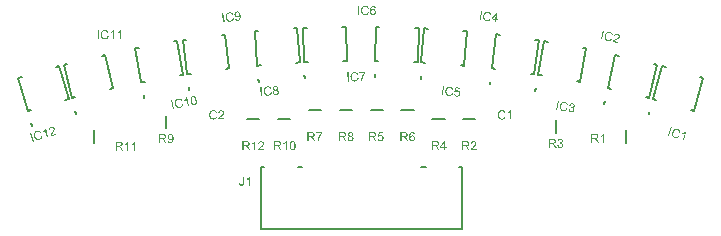
<source format=gto>
G04*
G04 #@! TF.GenerationSoftware,Altium Limited,Altium Designer,24.9.1 (31)*
G04*
G04 Layer_Color=65535*
%FSLAX44Y44*%
%MOMM*%
G71*
G04*
G04 #@! TF.SameCoordinates,7DCFF066-EA26-49B3-B75A-539F59D7DBC6*
G04*
G04*
G04 #@! TF.FilePolarity,Positive*
G04*
G01*
G75*
%ADD10C,0.2000*%
%ADD11C,0.1500*%
%ADD12C,0.1500*%
G36*
X274164Y84277D02*
X274153Y84266D01*
X274130Y84244D01*
X274086Y84199D01*
X274042Y84133D01*
X273975Y84055D01*
X273886Y83966D01*
X273797Y83855D01*
X273697Y83722D01*
X273598Y83589D01*
X273475Y83433D01*
X273353Y83256D01*
X273231Y83078D01*
X273098Y82878D01*
X272965Y82668D01*
X272832Y82434D01*
X272698Y82201D01*
X272687Y82190D01*
X272665Y82146D01*
X272632Y82079D01*
X272576Y81979D01*
X272521Y81857D01*
X272454Y81724D01*
X272377Y81569D01*
X272299Y81391D01*
X272210Y81191D01*
X272110Y80991D01*
X272021Y80769D01*
X271933Y80536D01*
X271755Y80059D01*
X271588Y79548D01*
Y79537D01*
X271577Y79504D01*
X271566Y79448D01*
X271544Y79382D01*
X271522Y79293D01*
X271500Y79182D01*
X271466Y79060D01*
X271444Y78927D01*
X271411Y78771D01*
X271378Y78605D01*
X271322Y78250D01*
X271267Y77861D01*
X271233Y77439D01*
X270268D01*
Y77451D01*
Y77484D01*
Y77528D01*
X270279Y77595D01*
Y77684D01*
X270290Y77795D01*
X270301Y77917D01*
X270312Y78050D01*
X270334Y78205D01*
X270357Y78361D01*
X270390Y78549D01*
X270423Y78738D01*
X270456Y78938D01*
X270501Y79160D01*
X270612Y79615D01*
Y79626D01*
X270623Y79671D01*
X270645Y79737D01*
X270678Y79837D01*
X270712Y79948D01*
X270756Y80081D01*
X270800Y80237D01*
X270867Y80403D01*
X270934Y80592D01*
X271000Y80780D01*
X271167Y81202D01*
X271367Y81646D01*
X271588Y82090D01*
X271600Y82101D01*
X271622Y82146D01*
X271655Y82201D01*
X271700Y82290D01*
X271755Y82390D01*
X271833Y82512D01*
X271910Y82645D01*
X271999Y82790D01*
X272210Y83111D01*
X272432Y83444D01*
X272687Y83789D01*
X272954Y84110D01*
X269191D01*
Y85021D01*
X274164D01*
Y84277D01*
D02*
G37*
G36*
X265428Y85109D02*
X265528D01*
X265761Y85098D01*
X266005Y85065D01*
X266272Y85032D01*
X266516Y84976D01*
X266638Y84943D01*
X266738Y84910D01*
X266749D01*
X266760Y84899D01*
X266827Y84865D01*
X266927Y84821D01*
X267049Y84743D01*
X267182Y84643D01*
X267326Y84510D01*
X267459Y84355D01*
X267593Y84177D01*
Y84166D01*
X267604Y84155D01*
X267648Y84088D01*
X267693Y83977D01*
X267759Y83833D01*
X267815Y83666D01*
X267870Y83467D01*
X267903Y83256D01*
X267915Y83023D01*
Y83012D01*
Y82989D01*
Y82945D01*
X267903Y82889D01*
Y82812D01*
X267892Y82734D01*
X267848Y82545D01*
X267781Y82323D01*
X267693Y82090D01*
X267559Y81857D01*
X267470Y81746D01*
X267382Y81635D01*
X267371Y81624D01*
X267360Y81613D01*
X267326Y81580D01*
X267282Y81546D01*
X267226Y81502D01*
X267160Y81458D01*
X267071Y81402D01*
X266982Y81335D01*
X266871Y81280D01*
X266749Y81224D01*
X266616Y81158D01*
X266472Y81102D01*
X266305Y81058D01*
X266138Y81003D01*
X265950Y80969D01*
X265750Y80936D01*
X265772Y80925D01*
X265817Y80903D01*
X265883Y80858D01*
X265972Y80814D01*
X266172Y80692D01*
X266272Y80614D01*
X266360Y80547D01*
X266383Y80525D01*
X266438Y80470D01*
X266527Y80381D01*
X266638Y80270D01*
X266760Y80114D01*
X266904Y79948D01*
X267049Y79748D01*
X267204Y79526D01*
X268525Y77439D01*
X267260D01*
X266250Y79038D01*
Y79049D01*
X266227Y79071D01*
X266205Y79104D01*
X266172Y79149D01*
X266094Y79271D01*
X265994Y79426D01*
X265872Y79593D01*
X265750Y79770D01*
X265628Y79937D01*
X265517Y80092D01*
X265506Y80103D01*
X265473Y80148D01*
X265417Y80214D01*
X265339Y80292D01*
X265173Y80459D01*
X265084Y80536D01*
X264995Y80603D01*
X264984Y80614D01*
X264962Y80625D01*
X264918Y80647D01*
X264851Y80681D01*
X264784Y80714D01*
X264707Y80747D01*
X264529Y80803D01*
X264518D01*
X264496Y80814D01*
X264451D01*
X264396Y80825D01*
X264318Y80836D01*
X264229D01*
X264107Y80847D01*
X262798D01*
Y77439D01*
X261776D01*
Y85120D01*
X265339D01*
X265428Y85109D01*
D02*
G37*
G36*
X222810Y77506D02*
X222898Y77495D01*
X223009Y77484D01*
X223132Y77462D01*
X223254Y77439D01*
X223542Y77362D01*
X223831Y77251D01*
X223975Y77184D01*
X224119Y77106D01*
X224253Y77007D01*
X224375Y76896D01*
X224386Y76884D01*
X224408Y76873D01*
X224430Y76829D01*
X224475Y76785D01*
X224530Y76729D01*
X224586Y76651D01*
X224641Y76574D01*
X224708Y76474D01*
X224819Y76263D01*
X224930Y75996D01*
X224974Y75863D01*
X224996Y75708D01*
X225019Y75553D01*
X225030Y75386D01*
Y75364D01*
Y75308D01*
X225019Y75219D01*
X225007Y75097D01*
X224985Y74964D01*
X224941Y74809D01*
X224896Y74642D01*
X224830Y74476D01*
X224819Y74454D01*
X224797Y74398D01*
X224752Y74309D01*
X224685Y74187D01*
X224597Y74054D01*
X224486Y73888D01*
X224352Y73721D01*
X224197Y73532D01*
X224175Y73510D01*
X224119Y73444D01*
X224064Y73388D01*
X224008Y73333D01*
X223942Y73266D01*
X223853Y73177D01*
X223764Y73088D01*
X223653Y72989D01*
X223542Y72877D01*
X223409Y72755D01*
X223265Y72633D01*
X223109Y72489D01*
X222932Y72345D01*
X222754Y72189D01*
X222743Y72178D01*
X222721Y72156D01*
X222676Y72123D01*
X222621Y72078D01*
X222554Y72012D01*
X222477Y71945D01*
X222299Y71801D01*
X222110Y71634D01*
X221933Y71468D01*
X221777Y71323D01*
X221711Y71268D01*
X221655Y71213D01*
X221644Y71201D01*
X221611Y71168D01*
X221567Y71124D01*
X221511Y71057D01*
X221455Y70979D01*
X221389Y70902D01*
X221256Y70713D01*
X225041D01*
Y69803D01*
X219946D01*
Y69814D01*
Y69858D01*
Y69925D01*
X219957Y70014D01*
X219968Y70114D01*
X219990Y70225D01*
X220012Y70336D01*
X220057Y70458D01*
Y70469D01*
X220068Y70480D01*
X220090Y70546D01*
X220135Y70646D01*
X220201Y70780D01*
X220290Y70935D01*
X220401Y71113D01*
X220523Y71290D01*
X220679Y71479D01*
Y71490D01*
X220701Y71501D01*
X220756Y71568D01*
X220856Y71668D01*
X221000Y71812D01*
X221167Y71978D01*
X221378Y72178D01*
X221633Y72400D01*
X221911Y72633D01*
X221922Y72644D01*
X221966Y72678D01*
X222033Y72733D01*
X222110Y72800D01*
X222210Y72889D01*
X222332Y72989D01*
X222454Y73099D01*
X222599Y73222D01*
X222876Y73488D01*
X223154Y73754D01*
X223287Y73888D01*
X223409Y74021D01*
X223520Y74143D01*
X223609Y74265D01*
Y74276D01*
X223631Y74287D01*
X223653Y74321D01*
X223675Y74365D01*
X223753Y74487D01*
X223842Y74631D01*
X223920Y74809D01*
X223997Y74998D01*
X224042Y75208D01*
X224064Y75408D01*
Y75419D01*
Y75430D01*
X224053Y75497D01*
X224042Y75608D01*
X224008Y75730D01*
X223964Y75886D01*
X223886Y76041D01*
X223786Y76196D01*
X223653Y76352D01*
X223631Y76374D01*
X223575Y76418D01*
X223498Y76474D01*
X223376Y76551D01*
X223220Y76618D01*
X223043Y76685D01*
X222832Y76729D01*
X222599Y76740D01*
X222532D01*
X222488Y76729D01*
X222355Y76718D01*
X222199Y76685D01*
X222033Y76640D01*
X221844Y76563D01*
X221666Y76463D01*
X221500Y76329D01*
X221478Y76307D01*
X221433Y76252D01*
X221367Y76163D01*
X221300Y76030D01*
X221222Y75874D01*
X221156Y75675D01*
X221111Y75453D01*
X221089Y75197D01*
X220124Y75297D01*
Y75308D01*
X220135Y75342D01*
Y75397D01*
X220146Y75475D01*
X220168Y75564D01*
X220190Y75663D01*
X220223Y75786D01*
X220257Y75908D01*
X220345Y76174D01*
X220479Y76441D01*
X220556Y76574D01*
X220656Y76707D01*
X220756Y76829D01*
X220867Y76940D01*
X220878Y76951D01*
X220900Y76962D01*
X220934Y76996D01*
X220989Y77029D01*
X221056Y77073D01*
X221134Y77118D01*
X221222Y77173D01*
X221333Y77229D01*
X221455Y77284D01*
X221589Y77340D01*
X221733Y77384D01*
X221888Y77428D01*
X222055Y77462D01*
X222232Y77495D01*
X222421Y77506D01*
X222621Y77517D01*
X222732D01*
X222810Y77506D01*
D02*
G37*
G36*
X217659Y69803D02*
X216716D01*
Y75808D01*
X216705Y75797D01*
X216649Y75752D01*
X216583Y75686D01*
X216472Y75608D01*
X216350Y75508D01*
X216194Y75397D01*
X216017Y75275D01*
X215817Y75153D01*
X215806D01*
X215795Y75142D01*
X215728Y75097D01*
X215617Y75042D01*
X215484Y74975D01*
X215328Y74898D01*
X215162Y74820D01*
X214995Y74742D01*
X214829Y74676D01*
Y75586D01*
X214840D01*
X214862Y75608D01*
X214907Y75619D01*
X214962Y75652D01*
X215029Y75686D01*
X215106Y75730D01*
X215295Y75841D01*
X215517Y75963D01*
X215739Y76119D01*
X215972Y76296D01*
X216205Y76485D01*
X216216Y76496D01*
X216227Y76507D01*
X216261Y76540D01*
X216305Y76574D01*
X216405Y76685D01*
X216538Y76818D01*
X216671Y76973D01*
X216816Y77151D01*
X216938Y77329D01*
X217049Y77517D01*
X217659D01*
Y69803D01*
D02*
G37*
G36*
X210411Y77473D02*
X210511D01*
X210744Y77462D01*
X210988Y77428D01*
X211255Y77395D01*
X211499Y77340D01*
X211621Y77306D01*
X211721Y77273D01*
X211732D01*
X211743Y77262D01*
X211810Y77229D01*
X211910Y77184D01*
X212032Y77106D01*
X212165Y77007D01*
X212309Y76873D01*
X212442Y76718D01*
X212576Y76540D01*
Y76529D01*
X212587Y76518D01*
X212631Y76452D01*
X212675Y76341D01*
X212742Y76196D01*
X212798Y76030D01*
X212853Y75830D01*
X212886Y75619D01*
X212897Y75386D01*
Y75375D01*
Y75353D01*
Y75308D01*
X212886Y75253D01*
Y75175D01*
X212875Y75097D01*
X212831Y74909D01*
X212764Y74687D01*
X212675Y74454D01*
X212542Y74221D01*
X212453Y74110D01*
X212365Y73999D01*
X212354Y73987D01*
X212342Y73976D01*
X212309Y73943D01*
X212265Y73910D01*
X212209Y73865D01*
X212143Y73821D01*
X212054Y73766D01*
X211965Y73699D01*
X211854Y73643D01*
X211732Y73588D01*
X211599Y73521D01*
X211455Y73466D01*
X211288Y73421D01*
X211122Y73366D01*
X210933Y73333D01*
X210733Y73299D01*
X210755Y73288D01*
X210800Y73266D01*
X210866Y73222D01*
X210955Y73177D01*
X211155Y73055D01*
X211255Y72977D01*
X211343Y72911D01*
X211366Y72889D01*
X211421Y72833D01*
X211510Y72744D01*
X211621Y72633D01*
X211743Y72478D01*
X211887Y72311D01*
X212032Y72112D01*
X212187Y71890D01*
X213508Y69803D01*
X212243D01*
X211232Y71401D01*
Y71412D01*
X211210Y71434D01*
X211188Y71468D01*
X211155Y71512D01*
X211077Y71634D01*
X210977Y71790D01*
X210855Y71956D01*
X210733Y72134D01*
X210611Y72300D01*
X210500Y72456D01*
X210489Y72467D01*
X210456Y72511D01*
X210400Y72578D01*
X210322Y72656D01*
X210156Y72822D01*
X210067Y72900D01*
X209978Y72966D01*
X209967Y72977D01*
X209945Y72989D01*
X209901Y73011D01*
X209834Y73044D01*
X209767Y73077D01*
X209690Y73111D01*
X209512Y73166D01*
X209501D01*
X209479Y73177D01*
X209434D01*
X209379Y73188D01*
X209301Y73199D01*
X209212D01*
X209090Y73211D01*
X207780D01*
Y69803D01*
X206759D01*
Y77484D01*
X210322D01*
X210411Y77473D01*
D02*
G37*
G36*
X116132Y69549D02*
X115188D01*
Y75554D01*
X115177Y75543D01*
X115122Y75498D01*
X115055Y75432D01*
X114944Y75354D01*
X114822Y75254D01*
X114667Y75143D01*
X114489Y75021D01*
X114289Y74899D01*
X114278D01*
X114267Y74888D01*
X114200Y74843D01*
X114089Y74788D01*
X113956Y74721D01*
X113801Y74644D01*
X113634Y74566D01*
X113468Y74488D01*
X113301Y74422D01*
Y75332D01*
X113313D01*
X113335Y75354D01*
X113379Y75365D01*
X113435Y75398D01*
X113501Y75432D01*
X113579Y75476D01*
X113768Y75587D01*
X113990Y75709D01*
X114212Y75865D01*
X114445Y76042D01*
X114678Y76231D01*
X114689Y76242D01*
X114700Y76253D01*
X114733Y76286D01*
X114778Y76320D01*
X114878Y76431D01*
X115011Y76564D01*
X115144Y76719D01*
X115288Y76897D01*
X115410Y77074D01*
X115521Y77263D01*
X116132D01*
Y69549D01*
D02*
G37*
G36*
X110160D02*
X109217D01*
Y75554D01*
X109206Y75543D01*
X109150Y75498D01*
X109083Y75432D01*
X108973Y75354D01*
X108850Y75254D01*
X108695Y75143D01*
X108517Y75021D01*
X108318Y74899D01*
X108307D01*
X108295Y74888D01*
X108229Y74843D01*
X108118Y74788D01*
X107985Y74721D01*
X107829Y74644D01*
X107663Y74566D01*
X107496Y74488D01*
X107330Y74422D01*
Y75332D01*
X107341D01*
X107363Y75354D01*
X107407Y75365D01*
X107463Y75398D01*
X107529Y75432D01*
X107607Y75476D01*
X107796Y75587D01*
X108018Y75709D01*
X108240Y75865D01*
X108473Y76042D01*
X108706Y76231D01*
X108717Y76242D01*
X108728Y76253D01*
X108762Y76286D01*
X108806Y76320D01*
X108906Y76431D01*
X109039Y76564D01*
X109172Y76719D01*
X109317Y76897D01*
X109439Y77074D01*
X109550Y77263D01*
X110160D01*
Y69549D01*
D02*
G37*
G36*
X102912Y77219D02*
X103012D01*
X103245Y77208D01*
X103489Y77174D01*
X103756Y77141D01*
X104000Y77086D01*
X104122Y77052D01*
X104222Y77019D01*
X104233D01*
X104244Y77008D01*
X104311Y76975D01*
X104410Y76930D01*
X104533Y76852D01*
X104666Y76753D01*
X104810Y76619D01*
X104943Y76464D01*
X105076Y76286D01*
Y76275D01*
X105087Y76264D01*
X105132Y76198D01*
X105176Y76087D01*
X105243Y75942D01*
X105298Y75776D01*
X105354Y75576D01*
X105387Y75365D01*
X105398Y75132D01*
Y75121D01*
Y75099D01*
Y75054D01*
X105387Y74999D01*
Y74921D01*
X105376Y74843D01*
X105332Y74655D01*
X105265Y74433D01*
X105176Y74200D01*
X105043Y73967D01*
X104954Y73856D01*
X104866Y73745D01*
X104854Y73734D01*
X104843Y73722D01*
X104810Y73689D01*
X104766Y73656D01*
X104710Y73611D01*
X104644Y73567D01*
X104555Y73512D01*
X104466Y73445D01*
X104355Y73389D01*
X104233Y73334D01*
X104100Y73267D01*
X103955Y73212D01*
X103789Y73167D01*
X103622Y73112D01*
X103434Y73079D01*
X103234Y73045D01*
X103256Y73034D01*
X103301Y73012D01*
X103367Y72968D01*
X103456Y72923D01*
X103656Y72801D01*
X103756Y72723D01*
X103844Y72657D01*
X103867Y72635D01*
X103922Y72579D01*
X104011Y72490D01*
X104122Y72379D01*
X104244Y72224D01*
X104388Y72057D01*
X104533Y71858D01*
X104688Y71636D01*
X106009Y69549D01*
X104743D01*
X103733Y71147D01*
Y71158D01*
X103711Y71181D01*
X103689Y71214D01*
X103656Y71258D01*
X103578Y71380D01*
X103478Y71536D01*
X103356Y71702D01*
X103234Y71880D01*
X103112Y72046D01*
X103001Y72202D01*
X102990Y72213D01*
X102956Y72257D01*
X102901Y72324D01*
X102823Y72401D01*
X102657Y72568D01*
X102568Y72646D01*
X102479Y72712D01*
X102468Y72723D01*
X102446Y72734D01*
X102401Y72757D01*
X102335Y72790D01*
X102268Y72823D01*
X102191Y72857D01*
X102013Y72912D01*
X102002D01*
X101980Y72923D01*
X101935D01*
X101880Y72934D01*
X101802Y72945D01*
X101713D01*
X101591Y72957D01*
X100281D01*
Y69549D01*
X99260D01*
Y77230D01*
X102823D01*
X102912Y77219D01*
D02*
G37*
G36*
X244302Y69869D02*
X243358D01*
Y75874D01*
X243347Y75863D01*
X243291Y75819D01*
X243225Y75752D01*
X243114Y75675D01*
X242992Y75575D01*
X242836Y75464D01*
X242659Y75342D01*
X242459Y75219D01*
X242448D01*
X242437Y75208D01*
X242370Y75164D01*
X242259Y75108D01*
X242126Y75042D01*
X241971Y74964D01*
X241804Y74886D01*
X241638Y74809D01*
X241471Y74742D01*
Y75652D01*
X241482D01*
X241504Y75675D01*
X241549Y75686D01*
X241604Y75719D01*
X241671Y75752D01*
X241749Y75797D01*
X241937Y75908D01*
X242159Y76030D01*
X242381Y76185D01*
X242614Y76363D01*
X242847Y76551D01*
X242859Y76563D01*
X242870Y76574D01*
X242903Y76607D01*
X242947Y76640D01*
X243047Y76751D01*
X243181Y76884D01*
X243314Y77040D01*
X243458Y77217D01*
X243580Y77395D01*
X243691Y77584D01*
X244302D01*
Y69869D01*
D02*
G37*
G36*
X237053Y77539D02*
X237153D01*
X237386Y77528D01*
X237631Y77495D01*
X237897Y77462D01*
X238141Y77406D01*
X238263Y77373D01*
X238363Y77340D01*
X238374D01*
X238385Y77329D01*
X238452Y77295D01*
X238552Y77251D01*
X238674Y77173D01*
X238807Y77073D01*
X238951Y76940D01*
X239085Y76785D01*
X239218Y76607D01*
Y76596D01*
X239229Y76585D01*
X239273Y76518D01*
X239318Y76407D01*
X239384Y76263D01*
X239440Y76096D01*
X239495Y75897D01*
X239529Y75686D01*
X239540Y75453D01*
Y75441D01*
Y75419D01*
Y75375D01*
X239529Y75319D01*
Y75242D01*
X239518Y75164D01*
X239473Y74975D01*
X239407Y74753D01*
X239318Y74520D01*
X239185Y74287D01*
X239096Y74176D01*
X239007Y74065D01*
X238996Y74054D01*
X238985Y74043D01*
X238951Y74010D01*
X238907Y73976D01*
X238852Y73932D01*
X238785Y73888D01*
X238696Y73832D01*
X238607Y73766D01*
X238496Y73710D01*
X238374Y73654D01*
X238241Y73588D01*
X238097Y73532D01*
X237930Y73488D01*
X237764Y73432D01*
X237575Y73399D01*
X237375Y73366D01*
X237397Y73355D01*
X237442Y73333D01*
X237509Y73288D01*
X237597Y73244D01*
X237797Y73122D01*
X237897Y73044D01*
X237986Y72977D01*
X238008Y72955D01*
X238064Y72900D01*
X238152Y72811D01*
X238263Y72700D01*
X238385Y72544D01*
X238530Y72378D01*
X238674Y72178D01*
X238829Y71956D01*
X240150Y69869D01*
X238885D01*
X237875Y71468D01*
Y71479D01*
X237853Y71501D01*
X237830Y71534D01*
X237797Y71579D01*
X237719Y71701D01*
X237619Y71856D01*
X237497Y72023D01*
X237375Y72200D01*
X237253Y72367D01*
X237142Y72522D01*
X237131Y72533D01*
X237098Y72578D01*
X237042Y72644D01*
X236965Y72722D01*
X236798Y72889D01*
X236709Y72966D01*
X236621Y73033D01*
X236609Y73044D01*
X236587Y73055D01*
X236543Y73077D01*
X236476Y73111D01*
X236410Y73144D01*
X236332Y73177D01*
X236154Y73233D01*
X236143D01*
X236121Y73244D01*
X236077D01*
X236021Y73255D01*
X235943Y73266D01*
X235855D01*
X235732Y73277D01*
X234423D01*
Y69869D01*
X233402D01*
Y77551D01*
X236965D01*
X237053Y77539D01*
D02*
G37*
G36*
X249452Y77573D02*
X249596Y77551D01*
X249763Y77517D01*
X249940Y77473D01*
X250129Y77417D01*
X250307Y77329D01*
X250318D01*
X250329Y77317D01*
X250384Y77284D01*
X250473Y77229D01*
X250584Y77151D01*
X250706Y77040D01*
X250839Y76918D01*
X250961Y76774D01*
X251084Y76607D01*
X251095Y76585D01*
X251139Y76529D01*
X251183Y76429D01*
X251261Y76285D01*
X251328Y76119D01*
X251416Y75930D01*
X251494Y75708D01*
X251561Y75464D01*
Y75453D01*
X251572Y75430D01*
X251583Y75397D01*
X251594Y75342D01*
X251605Y75275D01*
X251616Y75197D01*
X251639Y75097D01*
X251650Y74986D01*
X251672Y74864D01*
X251683Y74731D01*
X251694Y74576D01*
X251716Y74420D01*
X251727Y74243D01*
Y74065D01*
X251738Y73865D01*
Y73654D01*
Y73643D01*
Y73599D01*
Y73521D01*
Y73432D01*
X251727Y73310D01*
Y73177D01*
X251716Y73033D01*
X251705Y72877D01*
X251672Y72522D01*
X251616Y72156D01*
X251550Y71801D01*
X251505Y71634D01*
X251450Y71468D01*
Y71457D01*
X251439Y71434D01*
X251416Y71390D01*
X251394Y71335D01*
X251372Y71257D01*
X251328Y71179D01*
X251239Y70991D01*
X251128Y70791D01*
X250984Y70569D01*
X250817Y70369D01*
X250617Y70180D01*
X250606D01*
X250595Y70158D01*
X250562Y70136D01*
X250518Y70114D01*
X250462Y70080D01*
X250406Y70036D01*
X250240Y69958D01*
X250040Y69880D01*
X249807Y69803D01*
X249530Y69758D01*
X249230Y69736D01*
X249119D01*
X249041Y69747D01*
X248952Y69758D01*
X248841Y69781D01*
X248719Y69803D01*
X248586Y69836D01*
X248453Y69880D01*
X248309Y69925D01*
X248164Y69991D01*
X248020Y70069D01*
X247876Y70158D01*
X247731Y70269D01*
X247598Y70391D01*
X247476Y70524D01*
X247465Y70535D01*
X247443Y70569D01*
X247409Y70624D01*
X247354Y70713D01*
X247299Y70813D01*
X247243Y70946D01*
X247165Y71101D01*
X247099Y71279D01*
X247032Y71479D01*
X246966Y71712D01*
X246899Y71967D01*
X246843Y72256D01*
X246788Y72567D01*
X246755Y72900D01*
X246732Y73266D01*
X246721Y73654D01*
Y73666D01*
Y73710D01*
Y73788D01*
Y73877D01*
X246732Y73999D01*
Y74132D01*
X246744Y74276D01*
X246755Y74443D01*
X246788Y74787D01*
X246843Y75153D01*
X246910Y75519D01*
X246954Y75686D01*
X246999Y75852D01*
Y75863D01*
X247010Y75886D01*
X247032Y75930D01*
X247054Y75985D01*
X247076Y76063D01*
X247121Y76141D01*
X247210Y76329D01*
X247321Y76529D01*
X247465Y76740D01*
X247631Y76951D01*
X247831Y77129D01*
X247842D01*
X247854Y77151D01*
X247887Y77173D01*
X247931Y77195D01*
X247987Y77240D01*
X248053Y77273D01*
X248220Y77362D01*
X248420Y77439D01*
X248653Y77517D01*
X248930Y77562D01*
X249230Y77584D01*
X249330D01*
X249452Y77573D01*
D02*
G37*
G36*
X145931Y83669D02*
X145986D01*
X146064Y83658D01*
X146253Y83624D01*
X146463Y83580D01*
X146697Y83502D01*
X146930Y83402D01*
X147163Y83269D01*
X147174D01*
X147185Y83247D01*
X147218Y83225D01*
X147263Y83191D01*
X147374Y83103D01*
X147518Y82980D01*
X147662Y82814D01*
X147829Y82614D01*
X147973Y82381D01*
X148106Y82115D01*
Y82104D01*
X148117Y82081D01*
X148140Y82037D01*
X148162Y81981D01*
X148184Y81904D01*
X148217Y81804D01*
X148239Y81693D01*
X148273Y81571D01*
X148306Y81426D01*
X148339Y81260D01*
X148362Y81082D01*
X148384Y80894D01*
X148406Y80683D01*
X148428Y80461D01*
X148439Y80217D01*
Y79961D01*
Y79950D01*
Y79895D01*
Y79817D01*
Y79717D01*
X148428Y79595D01*
Y79451D01*
X148417Y79284D01*
X148395Y79118D01*
X148362Y78740D01*
X148306Y78341D01*
X148228Y77963D01*
X148173Y77775D01*
X148117Y77608D01*
Y77597D01*
X148106Y77575D01*
X148084Y77530D01*
X148062Y77464D01*
X148029Y77397D01*
X147984Y77309D01*
X147873Y77120D01*
X147740Y76909D01*
X147585Y76687D01*
X147385Y76476D01*
X147163Y76287D01*
X147152D01*
X147129Y76265D01*
X147096Y76243D01*
X147052Y76221D01*
X146985Y76187D01*
X146919Y76143D01*
X146830Y76099D01*
X146741Y76065D01*
X146530Y75977D01*
X146275Y75899D01*
X145997Y75854D01*
X145687Y75832D01*
X145598D01*
X145542Y75843D01*
X145464D01*
X145376Y75854D01*
X145165Y75899D01*
X144932Y75954D01*
X144688Y76043D01*
X144443Y76165D01*
X144321Y76243D01*
X144210Y76332D01*
X144199Y76343D01*
X144188Y76354D01*
X144155Y76387D01*
X144121Y76420D01*
X144077Y76476D01*
X144022Y76543D01*
X143911Y76698D01*
X143799Y76898D01*
X143688Y77142D01*
X143600Y77420D01*
X143533Y77741D01*
X144443Y77819D01*
Y77808D01*
X144454Y77786D01*
Y77764D01*
X144466Y77719D01*
X144499Y77597D01*
X144543Y77464D01*
X144599Y77309D01*
X144676Y77153D01*
X144765Y77009D01*
X144876Y76887D01*
X144887Y76876D01*
X144932Y76842D01*
X145009Y76798D01*
X145098Y76754D01*
X145220Y76698D01*
X145365Y76654D01*
X145531Y76620D01*
X145709Y76609D01*
X145786D01*
X145864Y76620D01*
X145964Y76631D01*
X146086Y76654D01*
X146208Y76687D01*
X146341Y76731D01*
X146463Y76798D01*
X146475Y76809D01*
X146519Y76831D01*
X146586Y76876D01*
X146652Y76942D01*
X146741Y77020D01*
X146830Y77109D01*
X146919Y77209D01*
X147007Y77331D01*
X147018Y77342D01*
X147041Y77397D01*
X147085Y77475D01*
X147129Y77575D01*
X147185Y77708D01*
X147240Y77863D01*
X147296Y78041D01*
X147352Y78241D01*
Y78252D01*
X147363Y78263D01*
Y78296D01*
X147374Y78341D01*
X147396Y78452D01*
X147429Y78596D01*
X147451Y78774D01*
X147474Y78962D01*
X147485Y79173D01*
X147496Y79395D01*
Y79406D01*
Y79440D01*
Y79495D01*
Y79584D01*
X147485Y79562D01*
X147440Y79506D01*
X147374Y79429D01*
X147296Y79318D01*
X147185Y79207D01*
X147052Y79085D01*
X146896Y78962D01*
X146719Y78851D01*
X146697Y78840D01*
X146630Y78807D01*
X146530Y78763D01*
X146408Y78718D01*
X146242Y78663D01*
X146064Y78618D01*
X145864Y78585D01*
X145653Y78574D01*
X145564D01*
X145498Y78585D01*
X145409Y78596D01*
X145320Y78607D01*
X145209Y78629D01*
X145098Y78663D01*
X144843Y78740D01*
X144710Y78796D01*
X144577Y78863D01*
X144432Y78940D01*
X144299Y79040D01*
X144166Y79140D01*
X144044Y79262D01*
X144033Y79273D01*
X144010Y79295D01*
X143988Y79329D01*
X143944Y79384D01*
X143888Y79462D01*
X143833Y79540D01*
X143777Y79640D01*
X143722Y79750D01*
X143655Y79873D01*
X143600Y80006D01*
X143544Y80161D01*
X143489Y80317D01*
X143444Y80494D01*
X143422Y80683D01*
X143400Y80871D01*
X143389Y81082D01*
Y81094D01*
Y81138D01*
Y81193D01*
X143400Y81271D01*
X143411Y81371D01*
X143422Y81493D01*
X143444Y81615D01*
X143478Y81760D01*
X143555Y82048D01*
X143611Y82204D01*
X143677Y82370D01*
X143755Y82525D01*
X143855Y82670D01*
X143955Y82825D01*
X144077Y82958D01*
X144088Y82969D01*
X144110Y82992D01*
X144144Y83025D01*
X144199Y83069D01*
X144266Y83125D01*
X144354Y83191D01*
X144443Y83247D01*
X144554Y83325D01*
X144665Y83391D01*
X144798Y83447D01*
X145098Y83569D01*
X145254Y83613D01*
X145431Y83646D01*
X145609Y83669D01*
X145798Y83680D01*
X145875D01*
X145931Y83669D01*
D02*
G37*
G36*
X139693Y83635D02*
X139792D01*
X140026Y83624D01*
X140270Y83591D01*
X140536Y83558D01*
X140780Y83502D01*
X140903Y83469D01*
X141002Y83436D01*
X141013D01*
X141025Y83425D01*
X141091Y83391D01*
X141191Y83347D01*
X141313Y83269D01*
X141446Y83169D01*
X141591Y83036D01*
X141724Y82881D01*
X141857Y82703D01*
Y82692D01*
X141868Y82681D01*
X141913Y82614D01*
X141957Y82503D01*
X142024Y82359D01*
X142079Y82192D01*
X142135Y81993D01*
X142168Y81782D01*
X142179Y81549D01*
Y81538D01*
Y81515D01*
Y81471D01*
X142168Y81415D01*
Y81338D01*
X142157Y81260D01*
X142112Y81071D01*
X142046Y80849D01*
X141957Y80616D01*
X141824Y80383D01*
X141735Y80272D01*
X141646Y80161D01*
X141635Y80150D01*
X141624Y80139D01*
X141591Y80106D01*
X141546Y80072D01*
X141491Y80028D01*
X141424Y79984D01*
X141335Y79928D01*
X141247Y79861D01*
X141136Y79806D01*
X141013Y79750D01*
X140880Y79684D01*
X140736Y79628D01*
X140569Y79584D01*
X140403Y79528D01*
X140214Y79495D01*
X140014Y79462D01*
X140037Y79451D01*
X140081Y79429D01*
X140148Y79384D01*
X140237Y79340D01*
X140436Y79218D01*
X140536Y79140D01*
X140625Y79073D01*
X140647Y79051D01*
X140703Y78996D01*
X140792Y78907D01*
X140903Y78796D01*
X141025Y78640D01*
X141169Y78474D01*
X141313Y78274D01*
X141469Y78052D01*
X142789Y75965D01*
X141524D01*
X140514Y77564D01*
Y77575D01*
X140492Y77597D01*
X140470Y77630D01*
X140436Y77675D01*
X140359Y77797D01*
X140259Y77952D01*
X140137Y78119D01*
X140014Y78296D01*
X139892Y78463D01*
X139781Y78618D01*
X139770Y78629D01*
X139737Y78674D01*
X139682Y78740D01*
X139604Y78818D01*
X139437Y78985D01*
X139348Y79062D01*
X139260Y79129D01*
X139249Y79140D01*
X139226Y79151D01*
X139182Y79173D01*
X139115Y79207D01*
X139049Y79240D01*
X138971Y79273D01*
X138793Y79329D01*
X138782D01*
X138760Y79340D01*
X138716D01*
X138660Y79351D01*
X138583Y79362D01*
X138494D01*
X138372Y79373D01*
X137062D01*
Y75965D01*
X136041D01*
Y83646D01*
X139604D01*
X139693Y83635D01*
D02*
G37*
G36*
X292093Y85159D02*
X292192D01*
X292426Y85148D01*
X292670Y85115D01*
X292936Y85082D01*
X293180Y85026D01*
X293302Y84993D01*
X293402Y84960D01*
X293414D01*
X293425Y84949D01*
X293491Y84915D01*
X293591Y84871D01*
X293713Y84793D01*
X293846Y84693D01*
X293991Y84560D01*
X294124Y84405D01*
X294257Y84227D01*
Y84216D01*
X294268Y84205D01*
X294313Y84138D01*
X294357Y84027D01*
X294424Y83883D01*
X294479Y83716D01*
X294535Y83517D01*
X294568Y83306D01*
X294579Y83073D01*
Y83062D01*
Y83039D01*
Y82995D01*
X294568Y82939D01*
Y82862D01*
X294557Y82784D01*
X294512Y82595D01*
X294446Y82373D01*
X294357Y82140D01*
X294224Y81907D01*
X294135Y81796D01*
X294046Y81685D01*
X294035Y81674D01*
X294024Y81663D01*
X293991Y81630D01*
X293946Y81596D01*
X293891Y81552D01*
X293824Y81508D01*
X293735Y81452D01*
X293647Y81385D01*
X293536Y81330D01*
X293414Y81274D01*
X293280Y81208D01*
X293136Y81152D01*
X292969Y81108D01*
X292803Y81053D01*
X292614Y81019D01*
X292414Y80986D01*
X292437Y80975D01*
X292481Y80953D01*
X292548Y80908D01*
X292637Y80864D01*
X292836Y80742D01*
X292936Y80664D01*
X293025Y80597D01*
X293047Y80575D01*
X293103Y80520D01*
X293192Y80431D01*
X293302Y80320D01*
X293425Y80164D01*
X293569Y79998D01*
X293713Y79798D01*
X293869Y79576D01*
X295189Y77489D01*
X293924D01*
X292914Y79088D01*
Y79099D01*
X292892Y79121D01*
X292870Y79154D01*
X292836Y79199D01*
X292759Y79321D01*
X292659Y79476D01*
X292537Y79643D01*
X292414Y79820D01*
X292292Y79987D01*
X292181Y80142D01*
X292170Y80153D01*
X292137Y80198D01*
X292082Y80264D01*
X292004Y80342D01*
X291837Y80509D01*
X291749Y80586D01*
X291660Y80653D01*
X291649Y80664D01*
X291626Y80675D01*
X291582Y80697D01*
X291515Y80731D01*
X291449Y80764D01*
X291371Y80797D01*
X291194Y80853D01*
X291182D01*
X291160Y80864D01*
X291116D01*
X291060Y80875D01*
X290983Y80886D01*
X290894D01*
X290772Y80897D01*
X289462D01*
Y77489D01*
X288441D01*
Y85170D01*
X292004D01*
X292093Y85159D01*
D02*
G37*
G36*
X298453Y85193D02*
X298542Y85182D01*
X298641Y85170D01*
X298752Y85159D01*
X298864Y85126D01*
X299130Y85059D01*
X299396Y84960D01*
X299529Y84893D01*
X299663Y84815D01*
X299785Y84715D01*
X299907Y84615D01*
X299918Y84604D01*
X299929Y84593D01*
X299962Y84560D01*
X300007Y84516D01*
X300051Y84449D01*
X300107Y84382D01*
X300218Y84216D01*
X300329Y84005D01*
X300429Y83761D01*
X300506Y83483D01*
X300517Y83339D01*
X300529Y83184D01*
Y83173D01*
Y83161D01*
Y83095D01*
X300517Y82995D01*
X300495Y82873D01*
X300462Y82717D01*
X300406Y82562D01*
X300340Y82407D01*
X300240Y82251D01*
X300229Y82229D01*
X300184Y82185D01*
X300118Y82118D01*
X300029Y82029D01*
X299907Y81929D01*
X299763Y81830D01*
X299596Y81730D01*
X299396Y81641D01*
X299407D01*
X299430Y81630D01*
X299463Y81619D01*
X299507Y81596D01*
X299641Y81541D01*
X299796Y81463D01*
X299962Y81352D01*
X300140Y81230D01*
X300306Y81075D01*
X300462Y80897D01*
Y80886D01*
X300473Y80875D01*
X300517Y80808D01*
X300584Y80697D01*
X300651Y80553D01*
X300717Y80375D01*
X300784Y80164D01*
X300828Y79931D01*
X300839Y79676D01*
Y79665D01*
Y79632D01*
Y79576D01*
X300828Y79510D01*
X300817Y79432D01*
X300806Y79332D01*
X300784Y79221D01*
X300751Y79099D01*
X300673Y78844D01*
X300617Y78699D01*
X300540Y78566D01*
X300462Y78422D01*
X300373Y78289D01*
X300262Y78155D01*
X300140Y78022D01*
X300129Y78011D01*
X300107Y77989D01*
X300073Y77956D01*
X300018Y77922D01*
X299940Y77867D01*
X299862Y77811D01*
X299763Y77756D01*
X299652Y77689D01*
X299529Y77623D01*
X299385Y77567D01*
X299230Y77512D01*
X299074Y77456D01*
X298897Y77423D01*
X298708Y77389D01*
X298519Y77367D01*
X298309Y77356D01*
X298197D01*
X298120Y77367D01*
X298020Y77378D01*
X297909Y77389D01*
X297787Y77412D01*
X297654Y77445D01*
X297354Y77523D01*
X297199Y77578D01*
X297054Y77634D01*
X296899Y77711D01*
X296743Y77800D01*
X296599Y77900D01*
X296466Y78022D01*
X296455Y78033D01*
X296433Y78056D01*
X296399Y78089D01*
X296355Y78144D01*
X296311Y78211D01*
X296244Y78289D01*
X296188Y78377D01*
X296122Y78488D01*
X296055Y78599D01*
X296000Y78733D01*
X295889Y79010D01*
X295844Y79177D01*
X295811Y79343D01*
X295789Y79521D01*
X295778Y79698D01*
Y79709D01*
Y79732D01*
Y79776D01*
X295789Y79820D01*
Y79887D01*
X295800Y79965D01*
X295822Y80142D01*
X295867Y80342D01*
X295933Y80542D01*
X296033Y80753D01*
X296155Y80953D01*
Y80964D01*
X296177Y80975D01*
X296222Y81030D01*
X296311Y81119D01*
X296433Y81230D01*
X296588Y81341D01*
X296777Y81463D01*
X296988Y81563D01*
X297243Y81641D01*
X297232D01*
X297221Y81652D01*
X297187Y81663D01*
X297143Y81685D01*
X297043Y81730D01*
X296910Y81796D01*
X296766Y81885D01*
X296621Y81996D01*
X296488Y82118D01*
X296366Y82251D01*
X296355Y82273D01*
X296322Y82318D01*
X296277Y82407D01*
X296233Y82518D01*
X296177Y82662D01*
X296133Y82828D01*
X296100Y83017D01*
X296089Y83217D01*
Y83228D01*
Y83250D01*
Y83295D01*
X296100Y83361D01*
X296111Y83428D01*
X296122Y83517D01*
X296166Y83705D01*
X296233Y83927D01*
X296344Y84160D01*
X296410Y84283D01*
X296488Y84405D01*
X296588Y84516D01*
X296688Y84627D01*
X296699Y84638D01*
X296721Y84649D01*
X296754Y84682D01*
X296799Y84715D01*
X296854Y84760D01*
X296932Y84804D01*
X297021Y84860D01*
X297110Y84915D01*
X297221Y84971D01*
X297343Y85026D01*
X297476Y85071D01*
X297620Y85115D01*
X297931Y85182D01*
X298109Y85193D01*
X298286Y85204D01*
X298386D01*
X298453Y85193D01*
D02*
G37*
G36*
X350739D02*
X350817D01*
X350906Y85182D01*
X351117Y85137D01*
X351350Y85082D01*
X351594Y84993D01*
X351838Y84860D01*
X351960Y84782D01*
X352071Y84693D01*
X352082Y84682D01*
X352093Y84671D01*
X352127Y84638D01*
X352160Y84604D01*
X352215Y84549D01*
X352260Y84482D01*
X352382Y84327D01*
X352504Y84127D01*
X352615Y83883D01*
X352715Y83605D01*
X352782Y83295D01*
X351838Y83217D01*
Y83228D01*
X351827Y83239D01*
X351816Y83306D01*
X351783Y83406D01*
X351738Y83528D01*
X351694Y83661D01*
X351627Y83794D01*
X351549Y83916D01*
X351472Y84016D01*
X351450Y84038D01*
X351405Y84083D01*
X351328Y84149D01*
X351217Y84227D01*
X351072Y84294D01*
X350917Y84360D01*
X350728Y84405D01*
X350528Y84427D01*
X350451D01*
X350362Y84416D01*
X350262Y84394D01*
X350129Y84360D01*
X349995Y84316D01*
X349862Y84260D01*
X349729Y84171D01*
X349707Y84160D01*
X349651Y84116D01*
X349574Y84038D01*
X349474Y83927D01*
X349363Y83794D01*
X349241Y83639D01*
X349130Y83439D01*
X349019Y83217D01*
Y83206D01*
X349008Y83184D01*
X348997Y83150D01*
X348974Y83106D01*
X348963Y83039D01*
X348941Y82962D01*
X348919Y82873D01*
X348897Y82762D01*
X348863Y82640D01*
X348841Y82507D01*
X348819Y82362D01*
X348808Y82207D01*
X348786Y82029D01*
X348775Y81852D01*
X348764Y81652D01*
Y81452D01*
X348775Y81463D01*
X348819Y81530D01*
X348897Y81619D01*
X348997Y81730D01*
X349108Y81863D01*
X349252Y81985D01*
X349407Y82107D01*
X349585Y82218D01*
X349596D01*
X349607Y82229D01*
X349674Y82262D01*
X349773Y82296D01*
X349907Y82351D01*
X350062Y82395D01*
X350240Y82429D01*
X350428Y82462D01*
X350628Y82473D01*
X350717D01*
X350784Y82462D01*
X350872Y82451D01*
X350961Y82440D01*
X351072Y82418D01*
X351183Y82384D01*
X351438Y82307D01*
X351572Y82251D01*
X351705Y82174D01*
X351838Y82096D01*
X351982Y82007D01*
X352116Y81896D01*
X352238Y81774D01*
X352249Y81763D01*
X352271Y81741D01*
X352304Y81707D01*
X352338Y81652D01*
X352393Y81574D01*
X352449Y81496D01*
X352504Y81397D01*
X352571Y81286D01*
X352637Y81164D01*
X352693Y81030D01*
X352748Y80875D01*
X352804Y80719D01*
X352837Y80553D01*
X352870Y80364D01*
X352893Y80176D01*
X352904Y79976D01*
Y79965D01*
Y79942D01*
Y79909D01*
Y79854D01*
X352893Y79787D01*
Y79721D01*
X352859Y79543D01*
X352826Y79332D01*
X352771Y79110D01*
X352693Y78866D01*
X352582Y78633D01*
Y78622D01*
X352571Y78611D01*
X352548Y78577D01*
X352526Y78533D01*
X352460Y78422D01*
X352360Y78278D01*
X352238Y78122D01*
X352093Y77967D01*
X351916Y77811D01*
X351727Y77678D01*
X351716D01*
X351705Y77667D01*
X351672Y77645D01*
X351627Y77634D01*
X351516Y77578D01*
X351372Y77523D01*
X351183Y77456D01*
X350972Y77412D01*
X350739Y77367D01*
X350484Y77356D01*
X350428D01*
X350373Y77367D01*
X350284D01*
X350184Y77378D01*
X350073Y77401D01*
X349940Y77434D01*
X349807Y77467D01*
X349651Y77512D01*
X349496Y77567D01*
X349341Y77634D01*
X349174Y77723D01*
X349019Y77822D01*
X348863Y77933D01*
X348708Y78067D01*
X348564Y78222D01*
X348553Y78233D01*
X348530Y78266D01*
X348497Y78311D01*
X348453Y78389D01*
X348386Y78488D01*
X348331Y78599D01*
X348264Y78744D01*
X348197Y78899D01*
X348120Y79088D01*
X348053Y79299D01*
X347998Y79532D01*
X347942Y79787D01*
X347887Y80076D01*
X347853Y80386D01*
X347831Y80719D01*
X347820Y81075D01*
Y81086D01*
Y81097D01*
Y81130D01*
Y81175D01*
X347831Y81286D01*
Y81441D01*
X347842Y81619D01*
X347864Y81830D01*
X347887Y82063D01*
X347920Y82318D01*
X347964Y82573D01*
X348020Y82851D01*
X348086Y83117D01*
X348164Y83383D01*
X348264Y83639D01*
X348375Y83883D01*
X348497Y84116D01*
X348641Y84316D01*
X348652Y84327D01*
X348675Y84349D01*
X348719Y84394D01*
X348775Y84460D01*
X348841Y84527D01*
X348930Y84593D01*
X349041Y84682D01*
X349152Y84760D01*
X349285Y84838D01*
X349430Y84926D01*
X349596Y84993D01*
X349762Y85071D01*
X349951Y85126D01*
X350151Y85170D01*
X350362Y85193D01*
X350584Y85204D01*
X350673D01*
X350739Y85193D01*
D02*
G37*
G36*
X344168Y85159D02*
X344268D01*
X344501Y85148D01*
X344745Y85115D01*
X345012Y85082D01*
X345256Y85026D01*
X345378Y84993D01*
X345478Y84960D01*
X345489D01*
X345500Y84949D01*
X345567Y84915D01*
X345667Y84871D01*
X345789Y84793D01*
X345922Y84693D01*
X346066Y84560D01*
X346199Y84405D01*
X346333Y84227D01*
Y84216D01*
X346344Y84205D01*
X346388Y84138D01*
X346432Y84027D01*
X346499Y83883D01*
X346555Y83716D01*
X346610Y83517D01*
X346643Y83306D01*
X346655Y83073D01*
Y83062D01*
Y83039D01*
Y82995D01*
X346643Y82939D01*
Y82862D01*
X346632Y82784D01*
X346588Y82595D01*
X346521Y82373D01*
X346432Y82140D01*
X346299Y81907D01*
X346211Y81796D01*
X346122Y81685D01*
X346111Y81674D01*
X346100Y81663D01*
X346066Y81630D01*
X346022Y81596D01*
X345966Y81552D01*
X345900Y81508D01*
X345811Y81452D01*
X345722Y81385D01*
X345611Y81330D01*
X345489Y81274D01*
X345356Y81208D01*
X345211Y81152D01*
X345045Y81108D01*
X344879Y81053D01*
X344690Y81019D01*
X344490Y80986D01*
X344512Y80975D01*
X344557Y80953D01*
X344623Y80908D01*
X344712Y80864D01*
X344912Y80742D01*
X345012Y80664D01*
X345101Y80597D01*
X345123Y80575D01*
X345178Y80520D01*
X345267Y80431D01*
X345378Y80320D01*
X345500Y80164D01*
X345644Y79998D01*
X345789Y79798D01*
X345944Y79576D01*
X347265Y77489D01*
X346000D01*
X344990Y79088D01*
Y79099D01*
X344967Y79121D01*
X344945Y79154D01*
X344912Y79199D01*
X344834Y79321D01*
X344734Y79476D01*
X344612Y79643D01*
X344490Y79820D01*
X344368Y79987D01*
X344257Y80142D01*
X344246Y80153D01*
X344212Y80198D01*
X344157Y80264D01*
X344079Y80342D01*
X343913Y80509D01*
X343824Y80586D01*
X343735Y80653D01*
X343724Y80664D01*
X343702Y80675D01*
X343658Y80697D01*
X343591Y80731D01*
X343524Y80764D01*
X343447Y80797D01*
X343269Y80853D01*
X343258D01*
X343236Y80864D01*
X343191D01*
X343136Y80875D01*
X343058Y80886D01*
X342969D01*
X342847Y80897D01*
X341538D01*
Y77489D01*
X340516D01*
Y85170D01*
X344079D01*
X344168Y85159D01*
D02*
G37*
G36*
X325895Y84188D02*
X322821D01*
X322410Y82113D01*
X322421Y82124D01*
X322443Y82135D01*
X322476Y82157D01*
X322532Y82190D01*
X322598Y82224D01*
X322676Y82268D01*
X322854Y82357D01*
X323076Y82445D01*
X323320Y82523D01*
X323586Y82579D01*
X323720Y82601D01*
X323964D01*
X324030Y82590D01*
X324119Y82579D01*
X324219Y82568D01*
X324330Y82545D01*
X324452Y82512D01*
X324719Y82434D01*
X324863Y82379D01*
X325007Y82301D01*
X325151Y82224D01*
X325296Y82135D01*
X325429Y82024D01*
X325562Y81902D01*
X325573Y81890D01*
X325596Y81868D01*
X325629Y81835D01*
X325673Y81779D01*
X325729Y81702D01*
X325784Y81624D01*
X325851Y81524D01*
X325917Y81413D01*
X325973Y81291D01*
X326040Y81158D01*
X326095Y81003D01*
X326151Y80847D01*
X326195Y80681D01*
X326228Y80492D01*
X326250Y80303D01*
X326261Y80103D01*
Y80092D01*
Y80059D01*
Y80003D01*
X326250Y79926D01*
X326239Y79837D01*
X326228Y79737D01*
X326206Y79615D01*
X326184Y79493D01*
X326117Y79204D01*
X326006Y78905D01*
X325940Y78749D01*
X325851Y78605D01*
X325762Y78450D01*
X325651Y78305D01*
X325640Y78294D01*
X325618Y78261D01*
X325573Y78217D01*
X325518Y78161D01*
X325440Y78094D01*
X325351Y78006D01*
X325240Y77928D01*
X325118Y77839D01*
X324985Y77750D01*
X324830Y77673D01*
X324663Y77595D01*
X324486Y77517D01*
X324297Y77462D01*
X324086Y77417D01*
X323864Y77384D01*
X323631Y77373D01*
X323531D01*
X323453Y77384D01*
X323364Y77395D01*
X323265Y77406D01*
X323142Y77417D01*
X323020Y77451D01*
X322743Y77517D01*
X322465Y77617D01*
X322321Y77684D01*
X322177Y77761D01*
X322043Y77850D01*
X321910Y77950D01*
X321899Y77961D01*
X321877Y77972D01*
X321855Y78017D01*
X321810Y78061D01*
X321755Y78117D01*
X321699Y78183D01*
X321633Y78272D01*
X321577Y78372D01*
X321511Y78472D01*
X321444Y78594D01*
X321322Y78860D01*
X321222Y79171D01*
X321189Y79338D01*
X321167Y79515D01*
X322155Y79593D01*
Y79582D01*
Y79559D01*
X322166Y79526D01*
X322177Y79471D01*
X322210Y79349D01*
X322254Y79182D01*
X322321Y79016D01*
X322410Y78827D01*
X322521Y78660D01*
X322654Y78505D01*
X322676Y78494D01*
X322721Y78450D01*
X322809Y78394D01*
X322932Y78327D01*
X323065Y78261D01*
X323231Y78205D01*
X323420Y78161D01*
X323631Y78150D01*
X323697D01*
X323742Y78161D01*
X323875Y78172D01*
X324030Y78217D01*
X324219Y78272D01*
X324408Y78361D01*
X324608Y78494D01*
X324696Y78572D01*
X324785Y78660D01*
X324796Y78671D01*
X324807Y78683D01*
X324830Y78716D01*
X324863Y78749D01*
X324941Y78871D01*
X325029Y79027D01*
X325107Y79215D01*
X325185Y79448D01*
X325240Y79726D01*
X325262Y79870D01*
Y80026D01*
Y80037D01*
Y80059D01*
Y80103D01*
X325251Y80159D01*
Y80225D01*
X325240Y80303D01*
X325207Y80481D01*
X325151Y80692D01*
X325074Y80903D01*
X324963Y81102D01*
X324807Y81291D01*
Y81302D01*
X324785Y81313D01*
X324730Y81369D01*
X324630Y81447D01*
X324497Y81535D01*
X324319Y81613D01*
X324119Y81691D01*
X323886Y81746D01*
X323753Y81768D01*
X323542D01*
X323453Y81757D01*
X323342Y81746D01*
X323209Y81713D01*
X323076Y81680D01*
X322932Y81624D01*
X322787Y81558D01*
X322776Y81546D01*
X322732Y81524D01*
X322665Y81469D01*
X322576Y81413D01*
X322487Y81335D01*
X322399Y81236D01*
X322299Y81136D01*
X322221Y81014D01*
X321333Y81136D01*
X322077Y85087D01*
X325895D01*
Y84188D01*
D02*
G37*
G36*
X317470Y85176D02*
X317570D01*
X317803Y85165D01*
X318048Y85132D01*
X318314Y85098D01*
X318558Y85043D01*
X318680Y85009D01*
X318780Y84976D01*
X318791D01*
X318802Y84965D01*
X318869Y84932D01*
X318969Y84887D01*
X319091Y84810D01*
X319224Y84710D01*
X319368Y84577D01*
X319502Y84421D01*
X319635Y84244D01*
Y84233D01*
X319646Y84221D01*
X319690Y84155D01*
X319735Y84044D01*
X319801Y83900D01*
X319857Y83733D01*
X319912Y83533D01*
X319946Y83322D01*
X319957Y83089D01*
Y83078D01*
Y83056D01*
Y83012D01*
X319946Y82956D01*
Y82878D01*
X319935Y82801D01*
X319890Y82612D01*
X319824Y82390D01*
X319735Y82157D01*
X319602Y81924D01*
X319513Y81813D01*
X319424Y81702D01*
X319413Y81691D01*
X319402Y81680D01*
X319368Y81646D01*
X319324Y81613D01*
X319269Y81569D01*
X319202Y81524D01*
X319113Y81469D01*
X319024Y81402D01*
X318913Y81347D01*
X318791Y81291D01*
X318658Y81224D01*
X318514Y81169D01*
X318347Y81125D01*
X318181Y81069D01*
X317992Y81036D01*
X317792Y81003D01*
X317815Y80991D01*
X317859Y80969D01*
X317925Y80925D01*
X318014Y80880D01*
X318214Y80758D01*
X318314Y80681D01*
X318403Y80614D01*
X318425Y80592D01*
X318480Y80536D01*
X318569Y80448D01*
X318680Y80337D01*
X318802Y80181D01*
X318947Y80015D01*
X319091Y79815D01*
X319246Y79593D01*
X320567Y77506D01*
X319302D01*
X318292Y79104D01*
Y79116D01*
X318270Y79138D01*
X318247Y79171D01*
X318214Y79215D01*
X318136Y79338D01*
X318036Y79493D01*
X317914Y79659D01*
X317792Y79837D01*
X317670Y80003D01*
X317559Y80159D01*
X317548Y80170D01*
X317515Y80214D01*
X317459Y80281D01*
X317382Y80359D01*
X317215Y80525D01*
X317126Y80603D01*
X317038Y80669D01*
X317026Y80681D01*
X317004Y80692D01*
X316960Y80714D01*
X316893Y80747D01*
X316827Y80780D01*
X316749Y80814D01*
X316571Y80869D01*
X316560D01*
X316538Y80880D01*
X316494D01*
X316438Y80892D01*
X316360Y80903D01*
X316272D01*
X316150Y80914D01*
X314840D01*
Y77506D01*
X313819D01*
Y85187D01*
X317382D01*
X317470Y85176D01*
D02*
G37*
G36*
X378514Y72528D02*
X379557D01*
Y71662D01*
X378514D01*
Y69819D01*
X377570D01*
Y71662D01*
X374229D01*
Y72528D01*
X377748Y77501D01*
X378514D01*
Y72528D01*
D02*
G37*
G36*
X370855Y77489D02*
X370955D01*
X371188Y77478D01*
X371432Y77445D01*
X371698Y77412D01*
X371943Y77356D01*
X372065Y77323D01*
X372165Y77290D01*
X372176D01*
X372187Y77278D01*
X372253Y77245D01*
X372353Y77201D01*
X372475Y77123D01*
X372609Y77023D01*
X372753Y76890D01*
X372886Y76735D01*
X373019Y76557D01*
Y76546D01*
X373030Y76535D01*
X373075Y76468D01*
X373119Y76357D01*
X373186Y76213D01*
X373241Y76047D01*
X373297Y75847D01*
X373330Y75636D01*
X373341Y75403D01*
Y75392D01*
Y75369D01*
Y75325D01*
X373330Y75269D01*
Y75192D01*
X373319Y75114D01*
X373275Y74925D01*
X373208Y74703D01*
X373119Y74470D01*
X372986Y74237D01*
X372897Y74126D01*
X372808Y74015D01*
X372797Y74004D01*
X372786Y73993D01*
X372753Y73960D01*
X372709Y73926D01*
X372653Y73882D01*
X372586Y73838D01*
X372498Y73782D01*
X372409Y73716D01*
X372298Y73660D01*
X372176Y73604D01*
X372043Y73538D01*
X371898Y73482D01*
X371732Y73438D01*
X371565Y73383D01*
X371376Y73349D01*
X371177Y73316D01*
X371199Y73305D01*
X371243Y73283D01*
X371310Y73238D01*
X371399Y73194D01*
X371599Y73072D01*
X371698Y72994D01*
X371787Y72927D01*
X371809Y72905D01*
X371865Y72850D01*
X371954Y72761D01*
X372065Y72650D01*
X372187Y72495D01*
X372331Y72328D01*
X372475Y72128D01*
X372631Y71906D01*
X373952Y69819D01*
X372686D01*
X371676Y71418D01*
Y71429D01*
X371654Y71451D01*
X371632Y71484D01*
X371599Y71529D01*
X371521Y71651D01*
X371421Y71806D01*
X371299Y71973D01*
X371177Y72150D01*
X371055Y72317D01*
X370944Y72472D01*
X370933Y72483D01*
X370899Y72528D01*
X370844Y72594D01*
X370766Y72672D01*
X370600Y72839D01*
X370511Y72916D01*
X370422Y72983D01*
X370411Y72994D01*
X370389Y73005D01*
X370344Y73027D01*
X370278Y73061D01*
X370211Y73094D01*
X370133Y73127D01*
X369956Y73183D01*
X369945D01*
X369922Y73194D01*
X369878D01*
X369823Y73205D01*
X369745Y73216D01*
X369656D01*
X369534Y73227D01*
X368224D01*
Y69819D01*
X367203D01*
Y77501D01*
X370766D01*
X370855Y77489D01*
D02*
G37*
G36*
X475982Y79605D02*
X476126Y79583D01*
X476304Y79549D01*
X476504Y79494D01*
X476704Y79427D01*
X476903Y79338D01*
X476914D01*
X476926Y79327D01*
X476992Y79294D01*
X477092Y79227D01*
X477203Y79150D01*
X477336Y79039D01*
X477469Y78917D01*
X477603Y78772D01*
X477714Y78606D01*
X477725Y78583D01*
X477758Y78528D01*
X477803Y78428D01*
X477858Y78306D01*
X477914Y78162D01*
X477958Y77995D01*
X477991Y77807D01*
X478002Y77618D01*
Y77596D01*
Y77529D01*
X477991Y77440D01*
X477969Y77318D01*
X477936Y77174D01*
X477880Y77018D01*
X477814Y76863D01*
X477725Y76708D01*
X477714Y76685D01*
X477680Y76641D01*
X477614Y76563D01*
X477525Y76474D01*
X477414Y76375D01*
X477281Y76264D01*
X477125Y76164D01*
X476937Y76064D01*
X476948D01*
X476970Y76053D01*
X477003Y76042D01*
X477048Y76031D01*
X477170Y75986D01*
X477325Y75920D01*
X477503Y75831D01*
X477680Y75720D01*
X477847Y75575D01*
X478002Y75409D01*
X478013Y75387D01*
X478058Y75320D01*
X478124Y75209D01*
X478191Y75065D01*
X478258Y74887D01*
X478324Y74676D01*
X478369Y74432D01*
X478380Y74166D01*
Y74155D01*
Y74121D01*
Y74066D01*
X478369Y73999D01*
X478358Y73910D01*
X478335Y73811D01*
X478313Y73700D01*
X478291Y73577D01*
X478202Y73311D01*
X478135Y73167D01*
X478069Y73034D01*
X477980Y72889D01*
X477880Y72745D01*
X477769Y72601D01*
X477636Y72467D01*
X477625Y72456D01*
X477603Y72434D01*
X477558Y72401D01*
X477503Y72357D01*
X477436Y72301D01*
X477347Y72245D01*
X477248Y72179D01*
X477125Y72123D01*
X477003Y72057D01*
X476859Y71990D01*
X476715Y71935D01*
X476548Y71879D01*
X476371Y71835D01*
X476182Y71802D01*
X475993Y71779D01*
X475782Y71768D01*
X475682D01*
X475616Y71779D01*
X475527Y71790D01*
X475427Y71802D01*
X475316Y71824D01*
X475194Y71846D01*
X474928Y71912D01*
X474650Y72024D01*
X474506Y72090D01*
X474373Y72168D01*
X474240Y72268D01*
X474106Y72368D01*
X474095Y72379D01*
X474073Y72401D01*
X474040Y72434D01*
X474006Y72479D01*
X473951Y72534D01*
X473895Y72612D01*
X473829Y72689D01*
X473762Y72789D01*
X473696Y72900D01*
X473629Y73011D01*
X473507Y73278D01*
X473407Y73589D01*
X473374Y73755D01*
X473352Y73933D01*
X474295Y74055D01*
Y74044D01*
X474306Y74022D01*
X474317Y73977D01*
X474328Y73922D01*
X474339Y73855D01*
X474362Y73777D01*
X474417Y73611D01*
X474495Y73411D01*
X474595Y73222D01*
X474706Y73045D01*
X474839Y72889D01*
X474861Y72878D01*
X474906Y72834D01*
X474994Y72778D01*
X475105Y72723D01*
X475238Y72656D01*
X475405Y72601D01*
X475594Y72556D01*
X475793Y72545D01*
X475860D01*
X475904Y72556D01*
X476026Y72567D01*
X476182Y72601D01*
X476359Y72656D01*
X476548Y72734D01*
X476737Y72845D01*
X476914Y73000D01*
X476937Y73022D01*
X476992Y73089D01*
X477059Y73189D01*
X477148Y73322D01*
X477236Y73489D01*
X477303Y73677D01*
X477359Y73899D01*
X477381Y74144D01*
Y74155D01*
Y74177D01*
Y74210D01*
X477370Y74255D01*
X477359Y74377D01*
X477325Y74521D01*
X477281Y74699D01*
X477203Y74876D01*
X477092Y75054D01*
X476948Y75220D01*
X476926Y75243D01*
X476870Y75287D01*
X476781Y75353D01*
X476659Y75431D01*
X476504Y75509D01*
X476315Y75575D01*
X476104Y75620D01*
X475871Y75642D01*
X475771D01*
X475694Y75631D01*
X475594Y75620D01*
X475483Y75598D01*
X475349Y75575D01*
X475205Y75542D01*
X475316Y76375D01*
X475372D01*
X475416Y76364D01*
X475560D01*
X475682Y76386D01*
X475827Y76408D01*
X475993Y76441D01*
X476182Y76497D01*
X476359Y76574D01*
X476548Y76674D01*
X476559D01*
X476570Y76685D01*
X476626Y76730D01*
X476704Y76807D01*
X476792Y76907D01*
X476881Y77052D01*
X476959Y77218D01*
X477014Y77407D01*
X477037Y77518D01*
Y77640D01*
Y77651D01*
Y77662D01*
Y77729D01*
X477014Y77818D01*
X476992Y77940D01*
X476948Y78073D01*
X476892Y78217D01*
X476804Y78362D01*
X476681Y78495D01*
X476670Y78506D01*
X476615Y78550D01*
X476537Y78606D01*
X476437Y78672D01*
X476304Y78728D01*
X476149Y78783D01*
X475971Y78828D01*
X475771Y78839D01*
X475682D01*
X475583Y78817D01*
X475449Y78794D01*
X475305Y78750D01*
X475161Y78695D01*
X475005Y78606D01*
X474861Y78495D01*
X474850Y78484D01*
X474806Y78428D01*
X474739Y78350D01*
X474661Y78239D01*
X474584Y78095D01*
X474506Y77917D01*
X474439Y77707D01*
X474395Y77462D01*
X473451Y77629D01*
Y77640D01*
X473462Y77673D01*
X473474Y77718D01*
X473485Y77784D01*
X473507Y77862D01*
X473540Y77951D01*
X473607Y78162D01*
X473718Y78406D01*
X473851Y78650D01*
X474017Y78883D01*
X474228Y79094D01*
X474240Y79105D01*
X474262Y79116D01*
X474295Y79138D01*
X474339Y79172D01*
X474395Y79216D01*
X474473Y79261D01*
X474550Y79305D01*
X474650Y79360D01*
X474872Y79449D01*
X475127Y79538D01*
X475427Y79594D01*
X475583Y79616D01*
X475860D01*
X475982Y79605D01*
D02*
G37*
G36*
X469644Y79571D02*
X469744D01*
X469977Y79560D01*
X470221Y79527D01*
X470488Y79494D01*
X470732Y79438D01*
X470854Y79405D01*
X470954Y79372D01*
X470965D01*
X470976Y79360D01*
X471043Y79327D01*
X471143Y79283D01*
X471265Y79205D01*
X471398Y79105D01*
X471542Y78972D01*
X471675Y78817D01*
X471809Y78639D01*
Y78628D01*
X471820Y78617D01*
X471864Y78550D01*
X471908Y78439D01*
X471975Y78295D01*
X472031Y78128D01*
X472086Y77929D01*
X472119Y77718D01*
X472131Y77485D01*
Y77474D01*
Y77451D01*
Y77407D01*
X472119Y77351D01*
Y77274D01*
X472108Y77196D01*
X472064Y77007D01*
X471997Y76785D01*
X471908Y76552D01*
X471775Y76319D01*
X471687Y76208D01*
X471598Y76097D01*
X471587Y76086D01*
X471576Y76075D01*
X471542Y76042D01*
X471498Y76008D01*
X471442Y75964D01*
X471376Y75920D01*
X471287Y75864D01*
X471198Y75798D01*
X471087Y75742D01*
X470965Y75686D01*
X470832Y75620D01*
X470687Y75564D01*
X470521Y75520D01*
X470354Y75465D01*
X470166Y75431D01*
X469966Y75398D01*
X469988Y75387D01*
X470033Y75365D01*
X470099Y75320D01*
X470188Y75276D01*
X470388Y75154D01*
X470488Y75076D01*
X470577Y75009D01*
X470599Y74987D01*
X470654Y74932D01*
X470743Y74843D01*
X470854Y74732D01*
X470976Y74577D01*
X471120Y74410D01*
X471265Y74210D01*
X471420Y73988D01*
X472741Y71901D01*
X471476D01*
X470466Y73500D01*
Y73511D01*
X470443Y73533D01*
X470421Y73566D01*
X470388Y73611D01*
X470310Y73733D01*
X470210Y73888D01*
X470088Y74055D01*
X469966Y74232D01*
X469844Y74399D01*
X469733Y74554D01*
X469722Y74565D01*
X469688Y74610D01*
X469633Y74676D01*
X469555Y74754D01*
X469389Y74921D01*
X469300Y74998D01*
X469211Y75065D01*
X469200Y75076D01*
X469178Y75087D01*
X469134Y75109D01*
X469067Y75143D01*
X469000Y75176D01*
X468923Y75209D01*
X468745Y75265D01*
X468734D01*
X468712Y75276D01*
X468667D01*
X468612Y75287D01*
X468534Y75298D01*
X468445D01*
X468323Y75309D01*
X467014D01*
Y71901D01*
X465992D01*
Y79583D01*
X469555D01*
X469644Y79571D01*
D02*
G37*
G36*
X402704Y77506D02*
X402793Y77495D01*
X402904Y77484D01*
X403026Y77462D01*
X403148Y77439D01*
X403436Y77362D01*
X403725Y77251D01*
X403869Y77184D01*
X404014Y77106D01*
X404147Y77007D01*
X404269Y76896D01*
X404280Y76884D01*
X404302Y76873D01*
X404324Y76829D01*
X404369Y76785D01*
X404424Y76729D01*
X404480Y76651D01*
X404535Y76574D01*
X404602Y76474D01*
X404713Y76263D01*
X404824Y75996D01*
X404868Y75863D01*
X404891Y75708D01*
X404913Y75553D01*
X404924Y75386D01*
Y75364D01*
Y75308D01*
X404913Y75219D01*
X404902Y75097D01*
X404879Y74964D01*
X404835Y74809D01*
X404791Y74642D01*
X404724Y74476D01*
X404713Y74454D01*
X404691Y74398D01*
X404646Y74309D01*
X404580Y74187D01*
X404491Y74054D01*
X404380Y73888D01*
X404247Y73721D01*
X404091Y73532D01*
X404069Y73510D01*
X404014Y73444D01*
X403958Y73388D01*
X403903Y73333D01*
X403836Y73266D01*
X403747Y73177D01*
X403658Y73088D01*
X403547Y72989D01*
X403436Y72877D01*
X403303Y72755D01*
X403159Y72633D01*
X403004Y72489D01*
X402826Y72345D01*
X402648Y72189D01*
X402637Y72178D01*
X402615Y72156D01*
X402571Y72123D01*
X402515Y72078D01*
X402449Y72012D01*
X402371Y71945D01*
X402193Y71801D01*
X402005Y71634D01*
X401827Y71468D01*
X401671Y71323D01*
X401605Y71268D01*
X401549Y71213D01*
X401538Y71201D01*
X401505Y71168D01*
X401461Y71124D01*
X401405Y71057D01*
X401350Y70979D01*
X401283Y70902D01*
X401150Y70713D01*
X404935D01*
Y69803D01*
X399840D01*
Y69814D01*
Y69858D01*
Y69925D01*
X399851Y70014D01*
X399862Y70114D01*
X399884Y70225D01*
X399907Y70336D01*
X399951Y70458D01*
Y70469D01*
X399962Y70480D01*
X399984Y70546D01*
X400029Y70646D01*
X400095Y70780D01*
X400184Y70935D01*
X400295Y71113D01*
X400417Y71290D01*
X400573Y71479D01*
Y71490D01*
X400595Y71501D01*
X400650Y71568D01*
X400750Y71668D01*
X400895Y71812D01*
X401061Y71978D01*
X401272Y72178D01*
X401527Y72400D01*
X401805Y72633D01*
X401816Y72644D01*
X401860Y72678D01*
X401927Y72733D01*
X402005Y72800D01*
X402104Y72889D01*
X402226Y72989D01*
X402349Y73099D01*
X402493Y73222D01*
X402770Y73488D01*
X403048Y73754D01*
X403181Y73888D01*
X403303Y74021D01*
X403414Y74143D01*
X403503Y74265D01*
Y74276D01*
X403525Y74287D01*
X403547Y74321D01*
X403570Y74365D01*
X403647Y74487D01*
X403736Y74631D01*
X403814Y74809D01*
X403891Y74998D01*
X403936Y75208D01*
X403958Y75408D01*
Y75419D01*
Y75430D01*
X403947Y75497D01*
X403936Y75608D01*
X403903Y75730D01*
X403858Y75886D01*
X403781Y76041D01*
X403681Y76196D01*
X403547Y76352D01*
X403525Y76374D01*
X403470Y76418D01*
X403392Y76474D01*
X403270Y76551D01*
X403115Y76618D01*
X402937Y76685D01*
X402726Y76729D01*
X402493Y76740D01*
X402426D01*
X402382Y76729D01*
X402249Y76718D01*
X402093Y76685D01*
X401927Y76640D01*
X401738Y76563D01*
X401561Y76463D01*
X401394Y76329D01*
X401372Y76307D01*
X401327Y76252D01*
X401261Y76163D01*
X401194Y76030D01*
X401116Y75874D01*
X401050Y75675D01*
X401006Y75453D01*
X400983Y75197D01*
X400018Y75297D01*
Y75308D01*
X400029Y75342D01*
Y75397D01*
X400040Y75475D01*
X400062Y75564D01*
X400084Y75663D01*
X400117Y75786D01*
X400151Y75908D01*
X400240Y76174D01*
X400373Y76441D01*
X400451Y76574D01*
X400550Y76707D01*
X400650Y76829D01*
X400761Y76940D01*
X400772Y76951D01*
X400795Y76962D01*
X400828Y76996D01*
X400883Y77029D01*
X400950Y77073D01*
X401028Y77118D01*
X401116Y77173D01*
X401227Y77229D01*
X401350Y77284D01*
X401483Y77340D01*
X401627Y77384D01*
X401782Y77428D01*
X401949Y77462D01*
X402127Y77495D01*
X402315Y77506D01*
X402515Y77517D01*
X402626D01*
X402704Y77506D01*
D02*
G37*
G36*
X396277Y77473D02*
X396377D01*
X396610Y77462D01*
X396854Y77428D01*
X397121Y77395D01*
X397365Y77340D01*
X397487Y77306D01*
X397587Y77273D01*
X397598D01*
X397609Y77262D01*
X397676Y77229D01*
X397775Y77184D01*
X397898Y77106D01*
X398031Y77007D01*
X398175Y76873D01*
X398308Y76718D01*
X398442Y76540D01*
Y76529D01*
X398453Y76518D01*
X398497Y76452D01*
X398541Y76341D01*
X398608Y76196D01*
X398663Y76030D01*
X398719Y75830D01*
X398752Y75619D01*
X398763Y75386D01*
Y75375D01*
Y75353D01*
Y75308D01*
X398752Y75253D01*
Y75175D01*
X398741Y75097D01*
X398697Y74909D01*
X398630Y74687D01*
X398541Y74454D01*
X398408Y74221D01*
X398319Y74110D01*
X398231Y73999D01*
X398219Y73987D01*
X398208Y73976D01*
X398175Y73943D01*
X398131Y73910D01*
X398075Y73865D01*
X398009Y73821D01*
X397920Y73766D01*
X397831Y73699D01*
X397720Y73643D01*
X397598Y73588D01*
X397465Y73521D01*
X397320Y73466D01*
X397154Y73421D01*
X396987Y73366D01*
X396799Y73333D01*
X396599Y73299D01*
X396621Y73288D01*
X396665Y73266D01*
X396732Y73222D01*
X396821Y73177D01*
X397021Y73055D01*
X397121Y72977D01*
X397209Y72911D01*
X397232Y72889D01*
X397287Y72833D01*
X397376Y72744D01*
X397487Y72633D01*
X397609Y72478D01*
X397753Y72311D01*
X397898Y72112D01*
X398053Y71890D01*
X399374Y69803D01*
X398108D01*
X397098Y71401D01*
Y71412D01*
X397076Y71434D01*
X397054Y71468D01*
X397021Y71512D01*
X396943Y71634D01*
X396843Y71790D01*
X396721Y71956D01*
X396599Y72134D01*
X396477Y72300D01*
X396366Y72456D01*
X396355Y72467D01*
X396321Y72511D01*
X396266Y72578D01*
X396188Y72656D01*
X396022Y72822D01*
X395933Y72900D01*
X395844Y72966D01*
X395833Y72977D01*
X395811Y72989D01*
X395766Y73011D01*
X395700Y73044D01*
X395633Y73077D01*
X395555Y73111D01*
X395378Y73166D01*
X395367D01*
X395345Y73177D01*
X395300D01*
X395245Y73188D01*
X395167Y73199D01*
X395078D01*
X394956Y73211D01*
X393646D01*
Y69803D01*
X392625D01*
Y77484D01*
X396188D01*
X396277Y77473D01*
D02*
G37*
G36*
X512942Y76153D02*
X511998D01*
Y82158D01*
X511987Y82147D01*
X511932Y82102D01*
X511865Y82036D01*
X511754Y81958D01*
X511632Y81858D01*
X511477Y81747D01*
X511299Y81625D01*
X511099Y81503D01*
X511088D01*
X511077Y81492D01*
X511011Y81447D01*
X510900Y81392D01*
X510766Y81325D01*
X510611Y81248D01*
X510444Y81170D01*
X510278Y81092D01*
X510112Y81026D01*
Y81936D01*
X510123D01*
X510145Y81958D01*
X510189Y81969D01*
X510245Y82002D01*
X510311Y82036D01*
X510389Y82080D01*
X510578Y82191D01*
X510800Y82313D01*
X511022Y82469D01*
X511255Y82646D01*
X511488Y82835D01*
X511499Y82846D01*
X511510Y82857D01*
X511543Y82890D01*
X511588Y82924D01*
X511688Y83035D01*
X511821Y83168D01*
X511954Y83323D01*
X512098Y83501D01*
X512220Y83679D01*
X512332Y83867D01*
X512942D01*
Y76153D01*
D02*
G37*
G36*
X505694Y83823D02*
X505794D01*
X506027Y83812D01*
X506271Y83778D01*
X506537Y83745D01*
X506782Y83690D01*
X506904Y83656D01*
X507004Y83623D01*
X507015D01*
X507026Y83612D01*
X507092Y83579D01*
X507192Y83534D01*
X507314Y83456D01*
X507448Y83357D01*
X507592Y83223D01*
X507725Y83068D01*
X507858Y82890D01*
Y82879D01*
X507869Y82868D01*
X507914Y82802D01*
X507958Y82691D01*
X508025Y82546D01*
X508080Y82380D01*
X508136Y82180D01*
X508169Y81969D01*
X508180Y81736D01*
Y81725D01*
Y81703D01*
Y81658D01*
X508169Y81603D01*
Y81525D01*
X508158Y81447D01*
X508114Y81259D01*
X508047Y81037D01*
X507958Y80804D01*
X507825Y80571D01*
X507736Y80460D01*
X507647Y80349D01*
X507636Y80337D01*
X507625Y80326D01*
X507592Y80293D01*
X507547Y80260D01*
X507492Y80215D01*
X507425Y80171D01*
X507337Y80115D01*
X507248Y80049D01*
X507137Y79993D01*
X507015Y79938D01*
X506881Y79871D01*
X506737Y79816D01*
X506571Y79771D01*
X506404Y79716D01*
X506216Y79683D01*
X506016Y79649D01*
X506038Y79638D01*
X506082Y79616D01*
X506149Y79572D01*
X506238Y79527D01*
X506437Y79405D01*
X506537Y79327D01*
X506626Y79261D01*
X506648Y79239D01*
X506704Y79183D01*
X506793Y79094D01*
X506904Y78983D01*
X507026Y78828D01*
X507170Y78661D01*
X507314Y78462D01*
X507470Y78240D01*
X508791Y76153D01*
X507525D01*
X506515Y77751D01*
Y77762D01*
X506493Y77785D01*
X506471Y77818D01*
X506437Y77862D01*
X506360Y77984D01*
X506260Y78140D01*
X506138Y78306D01*
X506016Y78484D01*
X505894Y78650D01*
X505783Y78806D01*
X505771Y78817D01*
X505738Y78861D01*
X505683Y78928D01*
X505605Y79005D01*
X505438Y79172D01*
X505350Y79250D01*
X505261Y79316D01*
X505250Y79327D01*
X505228Y79338D01*
X505183Y79361D01*
X505117Y79394D01*
X505050Y79427D01*
X504972Y79461D01*
X504795Y79516D01*
X504784D01*
X504761Y79527D01*
X504717D01*
X504662Y79538D01*
X504584Y79549D01*
X504495D01*
X504373Y79560D01*
X503063D01*
Y76153D01*
X502042D01*
Y83834D01*
X505605D01*
X505694Y83823D01*
D02*
G37*
G36*
X208234Y42339D02*
Y42328D01*
Y42295D01*
Y42251D01*
Y42184D01*
X208223Y42095D01*
Y42006D01*
X208201Y41796D01*
X208179Y41551D01*
X208134Y41296D01*
X208068Y41063D01*
X207990Y40841D01*
Y40830D01*
X207979Y40819D01*
X207946Y40752D01*
X207890Y40663D01*
X207812Y40541D01*
X207701Y40419D01*
X207579Y40286D01*
X207424Y40153D01*
X207246Y40042D01*
X207224Y40031D01*
X207158Y39997D01*
X207058Y39953D01*
X206913Y39908D01*
X206736Y39853D01*
X206536Y39809D01*
X206314Y39775D01*
X206070Y39764D01*
X205970D01*
X205903Y39775D01*
X205814Y39786D01*
X205726Y39797D01*
X205493Y39842D01*
X205249Y39908D01*
X204993Y40008D01*
X204860Y40075D01*
X204738Y40153D01*
X204627Y40241D01*
X204516Y40341D01*
X204505Y40353D01*
X204494Y40364D01*
X204471Y40408D01*
X204438Y40452D01*
X204394Y40508D01*
X204349Y40586D01*
X204305Y40674D01*
X204249Y40774D01*
X204205Y40885D01*
X204161Y41019D01*
X204116Y41152D01*
X204072Y41307D01*
X204050Y41474D01*
X204016Y41662D01*
X204005Y41851D01*
Y42062D01*
X204927Y42195D01*
Y42184D01*
Y42162D01*
Y42117D01*
X204938Y42051D01*
X204949Y41984D01*
Y41906D01*
X204982Y41718D01*
X205015Y41518D01*
X205082Y41318D01*
X205149Y41141D01*
X205193Y41063D01*
X205249Y40996D01*
X205260Y40985D01*
X205304Y40952D01*
X205371Y40896D01*
X205459Y40841D01*
X205581Y40774D01*
X205715Y40730D01*
X205881Y40686D01*
X206059Y40674D01*
X206125D01*
X206192Y40686D01*
X206292Y40697D01*
X206392Y40719D01*
X206503Y40741D01*
X206614Y40785D01*
X206725Y40841D01*
X206736Y40852D01*
X206769Y40874D01*
X206814Y40919D01*
X206880Y40963D01*
X206936Y41041D01*
X207002Y41118D01*
X207058Y41207D01*
X207102Y41318D01*
Y41329D01*
X207124Y41374D01*
X207135Y41451D01*
X207158Y41551D01*
X207180Y41684D01*
X207191Y41851D01*
X207213Y42051D01*
Y42284D01*
Y47579D01*
X208234D01*
Y42339D01*
D02*
G37*
G36*
X213063Y39897D02*
X212119D01*
Y45902D01*
X212108Y45891D01*
X212053Y45847D01*
X211986Y45780D01*
X211875Y45703D01*
X211753Y45603D01*
X211597Y45492D01*
X211420Y45370D01*
X211220Y45248D01*
X211209D01*
X211198Y45236D01*
X211131Y45192D01*
X211020Y45136D01*
X210887Y45070D01*
X210732Y44992D01*
X210565Y44914D01*
X210399Y44837D01*
X210232Y44770D01*
Y45680D01*
X210243D01*
X210266Y45703D01*
X210310Y45714D01*
X210366Y45747D01*
X210432Y45780D01*
X210510Y45825D01*
X210699Y45936D01*
X210921Y46058D01*
X211143Y46213D01*
X211376Y46391D01*
X211609Y46579D01*
X211620Y46591D01*
X211631Y46602D01*
X211664Y46635D01*
X211709Y46668D01*
X211808Y46779D01*
X211942Y46912D01*
X212075Y47068D01*
X212219Y47245D01*
X212341Y47423D01*
X212452Y47612D01*
X213063D01*
Y39897D01*
D02*
G37*
G36*
X90456Y171603D02*
X90556Y171591D01*
X90678Y171580D01*
X90800Y171569D01*
X90944Y171536D01*
X91244Y171469D01*
X91577Y171369D01*
X91743Y171303D01*
X91899Y171225D01*
X92054Y171125D01*
X92210Y171025D01*
X92221Y171014D01*
X92243Y171003D01*
X92287Y170970D01*
X92343Y170914D01*
X92398Y170859D01*
X92476Y170781D01*
X92554Y170692D01*
X92642Y170604D01*
X92731Y170493D01*
X92820Y170359D01*
X92920Y170226D01*
X93009Y170082D01*
X93087Y169916D01*
X93175Y169749D01*
X93242Y169571D01*
X93308Y169372D01*
X92310Y169139D01*
Y169150D01*
X92298Y169172D01*
X92276Y169216D01*
X92254Y169272D01*
X92232Y169338D01*
X92198Y169427D01*
X92110Y169605D01*
X91999Y169804D01*
X91866Y170004D01*
X91699Y170193D01*
X91521Y170359D01*
X91499Y170382D01*
X91433Y170426D01*
X91322Y170481D01*
X91177Y170559D01*
X90989Y170626D01*
X90778Y170692D01*
X90522Y170737D01*
X90245Y170748D01*
X90156D01*
X90101Y170737D01*
X90023D01*
X89934Y170726D01*
X89723Y170692D01*
X89490Y170648D01*
X89246Y170570D01*
X88991Y170459D01*
X88758Y170315D01*
X88747D01*
X88735Y170293D01*
X88658Y170237D01*
X88558Y170149D01*
X88436Y170015D01*
X88291Y169849D01*
X88158Y169660D01*
X88036Y169427D01*
X87925Y169172D01*
Y169161D01*
X87914Y169139D01*
X87903Y169105D01*
X87892Y169050D01*
X87870Y168983D01*
X87847Y168905D01*
X87814Y168717D01*
X87770Y168495D01*
X87725Y168251D01*
X87703Y167984D01*
X87692Y167696D01*
Y167684D01*
Y167651D01*
Y167596D01*
Y167529D01*
X87703Y167451D01*
Y167351D01*
X87714Y167240D01*
X87725Y167118D01*
X87759Y166852D01*
X87814Y166563D01*
X87881Y166275D01*
X87970Y165986D01*
Y165975D01*
X87981Y165953D01*
X88003Y165919D01*
X88025Y165864D01*
X88092Y165731D01*
X88191Y165575D01*
X88314Y165398D01*
X88469Y165209D01*
X88647Y165043D01*
X88857Y164887D01*
X88869D01*
X88891Y164876D01*
X88924Y164854D01*
X88968Y164832D01*
X89024Y164810D01*
X89091Y164776D01*
X89246Y164710D01*
X89446Y164643D01*
X89668Y164588D01*
X89912Y164543D01*
X90167Y164532D01*
X90245D01*
X90311Y164543D01*
X90389D01*
X90467Y164554D01*
X90667Y164599D01*
X90900Y164654D01*
X91133Y164743D01*
X91377Y164865D01*
X91499Y164932D01*
X91610Y165020D01*
X91621Y165032D01*
X91632Y165043D01*
X91666Y165076D01*
X91710Y165109D01*
X91755Y165165D01*
X91810Y165231D01*
X91877Y165298D01*
X91932Y165387D01*
X91999Y165487D01*
X92076Y165598D01*
X92143Y165709D01*
X92210Y165842D01*
X92265Y165986D01*
X92321Y166141D01*
X92376Y166308D01*
X92421Y166486D01*
X93442Y166230D01*
Y166219D01*
X93431Y166175D01*
X93408Y166108D01*
X93375Y166019D01*
X93342Y165919D01*
X93297Y165797D01*
X93242Y165664D01*
X93175Y165520D01*
X93020Y165209D01*
X92820Y164898D01*
X92698Y164743D01*
X92576Y164588D01*
X92443Y164454D01*
X92287Y164321D01*
X92276Y164310D01*
X92254Y164288D01*
X92198Y164266D01*
X92143Y164221D01*
X92054Y164166D01*
X91965Y164110D01*
X91843Y164055D01*
X91721Y163999D01*
X91577Y163933D01*
X91421Y163877D01*
X91255Y163822D01*
X91077Y163766D01*
X90889Y163722D01*
X90689Y163700D01*
X90478Y163677D01*
X90256Y163666D01*
X90134D01*
X90045Y163677D01*
X89945D01*
X89823Y163689D01*
X89690Y163711D01*
X89535Y163733D01*
X89213Y163788D01*
X88880Y163877D01*
X88547Y163999D01*
X88391Y164077D01*
X88236Y164166D01*
X88225Y164177D01*
X88203Y164188D01*
X88158Y164221D01*
X88114Y164266D01*
X88047Y164310D01*
X87970Y164377D01*
X87881Y164454D01*
X87792Y164543D01*
X87703Y164643D01*
X87603Y164743D01*
X87403Y164998D01*
X87215Y165298D01*
X87048Y165631D01*
Y165642D01*
X87026Y165675D01*
X87015Y165731D01*
X86982Y165797D01*
X86959Y165886D01*
X86926Y165997D01*
X86882Y166119D01*
X86848Y166252D01*
X86815Y166397D01*
X86771Y166563D01*
X86715Y166907D01*
X86671Y167296D01*
X86649Y167696D01*
Y167707D01*
Y167751D01*
Y167818D01*
X86660Y167895D01*
Y168006D01*
X86671Y168117D01*
X86682Y168262D01*
X86704Y168406D01*
X86760Y168728D01*
X86837Y169083D01*
X86948Y169438D01*
X87104Y169782D01*
X87115Y169793D01*
X87126Y169827D01*
X87148Y169871D01*
X87192Y169927D01*
X87237Y170004D01*
X87292Y170093D01*
X87437Y170293D01*
X87625Y170515D01*
X87847Y170737D01*
X88103Y170959D01*
X88402Y171147D01*
X88413Y171159D01*
X88447Y171170D01*
X88491Y171192D01*
X88547Y171225D01*
X88636Y171259D01*
X88724Y171292D01*
X88835Y171336D01*
X88957Y171381D01*
X89091Y171425D01*
X89235Y171469D01*
X89546Y171536D01*
X89901Y171591D01*
X90267Y171614D01*
X90378D01*
X90456Y171603D01*
D02*
G37*
G36*
X103831Y163799D02*
X102888D01*
Y169804D01*
X102877Y169793D01*
X102821Y169749D01*
X102754Y169682D01*
X102643Y169605D01*
X102521Y169505D01*
X102366Y169394D01*
X102188Y169272D01*
X101988Y169150D01*
X101977D01*
X101966Y169139D01*
X101900Y169094D01*
X101789Y169039D01*
X101656Y168972D01*
X101500Y168894D01*
X101334Y168817D01*
X101167Y168739D01*
X101001Y168672D01*
Y169583D01*
X101012D01*
X101034Y169605D01*
X101078Y169616D01*
X101134Y169649D01*
X101200Y169682D01*
X101278Y169727D01*
X101467Y169838D01*
X101689Y169960D01*
X101911Y170115D01*
X102144Y170293D01*
X102377Y170481D01*
X102388Y170493D01*
X102399Y170504D01*
X102432Y170537D01*
X102477Y170570D01*
X102577Y170681D01*
X102710Y170814D01*
X102843Y170970D01*
X102987Y171147D01*
X103110Y171325D01*
X103221Y171514D01*
X103831D01*
Y163799D01*
D02*
G37*
G36*
X97859D02*
X96916D01*
Y169804D01*
X96905Y169793D01*
X96849Y169749D01*
X96783Y169682D01*
X96672Y169605D01*
X96550Y169505D01*
X96394Y169394D01*
X96217Y169272D01*
X96017Y169150D01*
X96006D01*
X95995Y169139D01*
X95928Y169094D01*
X95817Y169039D01*
X95684Y168972D01*
X95528Y168894D01*
X95362Y168817D01*
X95195Y168739D01*
X95029Y168672D01*
Y169583D01*
X95040D01*
X95062Y169605D01*
X95107Y169616D01*
X95162Y169649D01*
X95229Y169682D01*
X95306Y169727D01*
X95495Y169838D01*
X95717Y169960D01*
X95939Y170115D01*
X96172Y170293D01*
X96405Y170481D01*
X96416Y170493D01*
X96427Y170504D01*
X96461Y170537D01*
X96505Y170570D01*
X96605Y170681D01*
X96738Y170814D01*
X96872Y170970D01*
X97016Y171147D01*
X97138Y171325D01*
X97249Y171514D01*
X97859D01*
Y163799D01*
D02*
G37*
G36*
X85150D02*
X84129D01*
Y171481D01*
X85150D01*
Y163799D01*
D02*
G37*
G36*
X34084Y86548D02*
X34263Y86530D01*
X34434Y86498D01*
X34611Y86445D01*
X34787Y86392D01*
X34801Y86384D01*
X34826Y86380D01*
X34878Y86360D01*
X34946Y86322D01*
X35015Y86284D01*
X35111Y86231D01*
X35210Y86167D01*
X35320Y86106D01*
X35436Y86024D01*
X35558Y85920D01*
X35691Y85820D01*
X35816Y85705D01*
X35936Y85567D01*
X36068Y85431D01*
X36181Y85279D01*
X36300Y85105D01*
X35404Y84606D01*
X35401Y84616D01*
X35384Y84635D01*
X35350Y84671D01*
X35314Y84718D01*
X35274Y84776D01*
X35217Y84853D01*
X35083Y84999D01*
X34921Y85160D01*
X34738Y85316D01*
X34526Y85451D01*
X34309Y85562D01*
X34282Y85577D01*
X34206Y85602D01*
X34084Y85624D01*
X33924Y85659D01*
X33724Y85671D01*
X33503Y85677D01*
X33245Y85650D01*
X32975Y85584D01*
X32890Y85559D01*
X32840Y85533D01*
X32765Y85512D01*
X32683Y85477D01*
X32489Y85387D01*
X32277Y85280D01*
X32064Y85138D01*
X31849Y84961D01*
X31665Y84758D01*
X31654Y84755D01*
X31650Y84730D01*
X31590Y84655D01*
X31519Y84543D01*
X31438Y84381D01*
X31345Y84181D01*
X31269Y83963D01*
X31216Y83705D01*
X31180Y83429D01*
X31183Y83419D01*
X31178Y83394D01*
X31177Y83359D01*
X31181Y83303D01*
X31179Y83232D01*
X31179Y83152D01*
X31199Y82961D01*
X31217Y82736D01*
X31242Y82488D01*
X31294Y82226D01*
X31363Y81946D01*
X31366Y81935D01*
X31375Y81903D01*
X31390Y81850D01*
X31409Y81786D01*
X31441Y81714D01*
X31468Y81618D01*
X31509Y81515D01*
X31554Y81400D01*
X31659Y81153D01*
X31792Y80891D01*
X31936Y80632D01*
X32101Y80379D01*
X32104Y80368D01*
X32120Y80350D01*
X32151Y80324D01*
X32188Y80277D01*
X32288Y80167D01*
X32427Y80046D01*
X32594Y79908D01*
X32795Y79770D01*
X33012Y79659D01*
X33257Y79568D01*
X33268Y79571D01*
X33292Y79566D01*
X33330Y79554D01*
X33379Y79545D01*
X33439Y79539D01*
X33512Y79525D01*
X33679Y79504D01*
X33890Y79495D01*
X34119Y79503D01*
X34366Y79528D01*
X34614Y79587D01*
X34689Y79609D01*
X34750Y79638D01*
X34824Y79659D01*
X34896Y79691D01*
X35076Y79789D01*
X35285Y79907D01*
X35484Y80056D01*
X35685Y80241D01*
X35784Y80338D01*
X35866Y80454D01*
X35874Y80468D01*
X35882Y80482D01*
X35905Y80523D01*
X35938Y80567D01*
X35965Y80633D01*
X36000Y80712D01*
X36046Y80795D01*
X36075Y80895D01*
X36112Y81010D01*
X36156Y81138D01*
X36189Y81263D01*
X36216Y81409D01*
X36230Y81563D01*
X36240Y81728D01*
X36248Y81903D01*
X36242Y82086D01*
X37294Y82122D01*
X37297Y82112D01*
X37298Y82066D01*
X37295Y81996D01*
X37288Y81901D01*
X37283Y81796D01*
X37274Y81666D01*
X37257Y81523D01*
X37233Y81366D01*
X37170Y81024D01*
X37063Y80671D01*
X36989Y80487D01*
X36914Y80304D01*
X36823Y80140D01*
X36710Y79969D01*
X36702Y79955D01*
X36687Y79928D01*
X36640Y79891D01*
X36599Y79833D01*
X36529Y79755D01*
X36459Y79677D01*
X36357Y79590D01*
X36255Y79503D01*
X36134Y79400D01*
X36000Y79303D01*
X35856Y79204D01*
X35700Y79102D01*
X35531Y79007D01*
X35345Y78931D01*
X35148Y78851D01*
X34938Y78779D01*
X34821Y78746D01*
X34732Y78732D01*
X34636Y78705D01*
X34516Y78682D01*
X34382Y78666D01*
X34226Y78645D01*
X33901Y78609D01*
X33557Y78603D01*
X33203Y78628D01*
X33032Y78660D01*
X32859Y78703D01*
X32845Y78710D01*
X32820Y78715D01*
X32768Y78735D01*
X32714Y78765D01*
X32637Y78790D01*
X32544Y78832D01*
X32438Y78882D01*
X32328Y78943D01*
X32215Y79015D01*
X32091Y79083D01*
X31829Y79274D01*
X31565Y79510D01*
X31313Y79784D01*
X31310Y79795D01*
X31279Y79820D01*
X31253Y79871D01*
X31203Y79925D01*
X31157Y80005D01*
X31095Y80102D01*
X31018Y80207D01*
X30949Y80326D01*
X30878Y80456D01*
X30789Y80604D01*
X30641Y80919D01*
X30491Y81280D01*
X30360Y81658D01*
X30357Y81669D01*
X30345Y81712D01*
X30326Y81776D01*
X30315Y81853D01*
X30285Y81960D01*
X30265Y82070D01*
X30236Y82212D01*
X30217Y82356D01*
X30182Y82681D01*
X30159Y83044D01*
X30168Y83416D01*
X30222Y83790D01*
X30230Y83803D01*
X30231Y83838D01*
X30240Y83887D01*
X30268Y83953D01*
X30289Y84040D01*
X30318Y84140D01*
X30401Y84372D01*
X30522Y84638D01*
X30674Y84912D01*
X30858Y85196D01*
X31094Y85460D01*
X31102Y85474D01*
X31131Y85494D01*
X31167Y85527D01*
X31211Y85574D01*
X31288Y85631D01*
X31364Y85687D01*
X31458Y85761D01*
X31563Y85837D01*
X31679Y85916D01*
X31806Y85999D01*
X32086Y86149D01*
X32412Y86300D01*
X32758Y86422D01*
X32865Y86453D01*
X32943Y86463D01*
X33042Y86480D01*
X33162Y86503D01*
X33282Y86526D01*
X33430Y86534D01*
X33737Y86553D01*
X34084Y86548D01*
D02*
G37*
G36*
X46090Y89864D02*
X46247Y89840D01*
X46407Y89805D01*
X46562Y89745D01*
X46710Y89672D01*
X46724Y89665D01*
X46748Y89660D01*
X46782Y89624D01*
X46837Y89593D01*
X46906Y89555D01*
X46980Y89496D01*
X47055Y89436D01*
X47147Y89359D01*
X47312Y89186D01*
X47492Y88961D01*
X47571Y88845D01*
X47635Y88702D01*
X47699Y88559D01*
X47756Y88402D01*
X47762Y88380D01*
X47777Y88327D01*
X47791Y88239D01*
X47814Y88118D01*
X47829Y87984D01*
X47830Y87822D01*
X47833Y87650D01*
X47815Y87472D01*
X47810Y87447D01*
X47804Y87388D01*
X47786Y87290D01*
X47756Y87155D01*
X47707Y87002D01*
X47646Y86811D01*
X47564Y86615D01*
X47467Y86390D01*
X47452Y86363D01*
X47417Y86284D01*
X47378Y86215D01*
X47340Y86146D01*
X47295Y86064D01*
X47234Y85954D01*
X47173Y85844D01*
X47094Y85718D01*
X47018Y85580D01*
X46923Y85426D01*
X46818Y85269D01*
X46709Y85088D01*
X46578Y84900D01*
X46450Y84702D01*
X46442Y84688D01*
X46427Y84660D01*
X46393Y84616D01*
X46352Y84558D01*
X46307Y84476D01*
X46250Y84390D01*
X46119Y84203D01*
X45984Y83991D01*
X45859Y83782D01*
X45750Y83600D01*
X45701Y83528D01*
X45663Y83460D01*
X45655Y83446D01*
X45632Y83405D01*
X45602Y83350D01*
X45567Y83271D01*
X45535Y83181D01*
X45492Y83088D01*
X45416Y82870D01*
X49055Y83913D01*
X49306Y83038D01*
X44408Y81634D01*
X44405Y81644D01*
X44393Y81687D01*
X44374Y81751D01*
X44361Y81839D01*
X44344Y81938D01*
X44335Y82051D01*
X44325Y82164D01*
X44334Y82294D01*
X44331Y82304D01*
X44339Y82318D01*
X44342Y82388D01*
X44357Y82497D01*
X44384Y82643D01*
X44427Y82817D01*
X44485Y83018D01*
X44553Y83222D01*
X44650Y83447D01*
X44647Y83457D01*
X44666Y83474D01*
X44701Y83553D01*
X44769Y83677D01*
X44868Y83855D01*
X44982Y84061D01*
X45130Y84312D01*
X45314Y84595D01*
X45517Y84896D01*
X45524Y84910D01*
X45558Y84954D01*
X45606Y85026D01*
X45663Y85111D01*
X45734Y85224D01*
X45824Y85354D01*
X45911Y85494D01*
X46016Y85651D01*
X46209Y85984D01*
X46403Y86316D01*
X46494Y86481D01*
X46575Y86643D01*
X46648Y86791D01*
X46699Y86932D01*
X46696Y86943D01*
X46715Y86960D01*
X46727Y86998D01*
X46736Y87047D01*
X46777Y87186D01*
X46822Y87349D01*
X46848Y87541D01*
X46871Y87744D01*
X46855Y87959D01*
X46822Y88157D01*
X46818Y88167D01*
X46816Y88178D01*
X46786Y88239D01*
X46745Y88343D01*
X46680Y88451D01*
X46594Y88588D01*
X46476Y88716D01*
X46338Y88838D01*
X46167Y88951D01*
X46139Y88966D01*
X46074Y88993D01*
X45984Y89025D01*
X45845Y89066D01*
X45677Y89087D01*
X45488Y89102D01*
X45273Y89087D01*
X45046Y89033D01*
X44982Y89015D01*
X44942Y88992D01*
X44817Y88945D01*
X44677Y88870D01*
X44529Y88781D01*
X44369Y88655D01*
X44226Y88510D01*
X44103Y88336D01*
X44088Y88308D01*
X44060Y88243D01*
X44021Y88139D01*
X43994Y87993D01*
X43962Y87822D01*
X43953Y87611D01*
X43971Y87386D01*
X44020Y87134D01*
X43064Y86964D01*
X43061Y86975D01*
X43063Y87010D01*
X43047Y87063D01*
X43037Y87141D01*
X43034Y87232D01*
X43027Y87334D01*
X43026Y87461D01*
X43024Y87588D01*
X43036Y87868D01*
X43091Y88161D01*
X43129Y88310D01*
X43188Y88466D01*
X43250Y88611D01*
X43327Y88748D01*
X43334Y88762D01*
X43352Y88779D01*
X43375Y88820D01*
X43419Y88867D01*
X43471Y88928D01*
X43534Y88992D01*
X43604Y89070D01*
X43695Y89154D01*
X43797Y89241D01*
X43910Y89331D01*
X44036Y89414D01*
X44173Y89499D01*
X44324Y89577D01*
X44486Y89658D01*
X44664Y89721D01*
X44853Y89786D01*
X44960Y89817D01*
X45038Y89828D01*
X45126Y89842D01*
X45236Y89861D01*
X45359Y89874D01*
X45483Y89886D01*
X45782Y89891D01*
X46090Y89864D01*
D02*
G37*
G36*
X42210Y81003D02*
X41303Y80743D01*
X39648Y86516D01*
X39640Y86502D01*
X39599Y86444D01*
X39554Y86362D01*
X39468Y86256D01*
X39378Y86126D01*
X39260Y85977D01*
X39123Y85811D01*
X38964Y85638D01*
X38954Y85635D01*
X38946Y85621D01*
X38894Y85560D01*
X38803Y85477D01*
X38693Y85376D01*
X38565Y85258D01*
X38426Y85138D01*
X38288Y85017D01*
X38146Y84907D01*
X37895Y85782D01*
X37906Y85785D01*
X37921Y85813D01*
X37961Y85836D01*
X38005Y85883D01*
X38060Y85933D01*
X38122Y85997D01*
X38273Y86156D01*
X38453Y86334D01*
X38623Y86545D01*
X38798Y86780D01*
X38971Y87026D01*
X38978Y87039D01*
X38986Y87053D01*
X39009Y87094D01*
X39042Y87139D01*
X39108Y87273D01*
X39199Y87438D01*
X39284Y87624D01*
X39374Y87834D01*
X39442Y88039D01*
X39497Y88251D01*
X40084Y88419D01*
X42210Y81003D01*
D02*
G37*
G36*
X29993Y77500D02*
X29012Y77219D01*
X26894Y84602D01*
X27876Y84884D01*
X29993Y77500D01*
D02*
G37*
G36*
X202296Y187391D02*
X202487Y187383D01*
X202702Y187367D01*
X202943Y187320D01*
X203188Y187252D01*
X203436Y187151D01*
X203447Y187152D01*
X203461Y187132D01*
X203497Y187114D01*
X203546Y187087D01*
X203667Y187014D01*
X203827Y186912D01*
X203992Y186766D01*
X204183Y186590D01*
X204357Y186378D01*
X204524Y186131D01*
X204526Y186120D01*
X204540Y186100D01*
X204567Y186059D01*
X204597Y186007D01*
X204629Y185933D01*
X204675Y185838D01*
X204712Y185731D01*
X204761Y185614D01*
X204813Y185476D01*
X204868Y185315D01*
X204914Y185142D01*
X204961Y184958D01*
X205011Y184752D01*
X205062Y184535D01*
X205105Y184294D01*
X205139Y184041D01*
X205140Y184030D01*
X205148Y183975D01*
X205158Y183898D01*
X205171Y183799D01*
X205177Y183676D01*
X205196Y183533D01*
X205207Y183367D01*
Y183199D01*
X205224Y182821D01*
X205221Y182417D01*
X205194Y182033D01*
X205164Y181838D01*
X205131Y181666D01*
X205133Y181655D01*
X205125Y181632D01*
X205109Y181585D01*
X205095Y181516D01*
X205071Y181445D01*
X205039Y181351D01*
X204954Y181150D01*
X204850Y180923D01*
X204725Y180682D01*
X204555Y180447D01*
X204360Y180231D01*
X204349Y180229D01*
X204330Y180204D01*
X204300Y180178D01*
X204258Y180150D01*
X204197Y180108D01*
X204137Y180055D01*
X204055Y179999D01*
X203971Y179955D01*
X203774Y179839D01*
X203531Y179728D01*
X203262Y179647D01*
X202957Y179584D01*
X202868Y179572D01*
X202812Y179576D01*
X202735Y179566D01*
X202646Y179565D01*
X202431Y179581D01*
X202192Y179605D01*
X201938Y179661D01*
X201680Y179750D01*
X201549Y179811D01*
X201427Y179884D01*
X201415Y179894D01*
X201402Y179903D01*
X201365Y179932D01*
X201327Y179960D01*
X201276Y180009D01*
X201212Y180068D01*
X201082Y180208D01*
X200945Y180391D01*
X200803Y180618D01*
X200678Y180882D01*
X200570Y181192D01*
X201462Y181389D01*
X201463Y181378D01*
X201477Y181358D01*
X201480Y181336D01*
X201497Y181293D01*
X201546Y181176D01*
X201607Y181050D01*
X201683Y180904D01*
X201781Y180760D01*
X201888Y180629D01*
X202014Y180522D01*
X202026Y180513D01*
X202075Y180485D01*
X202158Y180452D01*
X202252Y180420D01*
X202380Y180381D01*
X202529Y180356D01*
X202698Y180345D01*
X202876Y180357D01*
X202953Y180368D01*
X203028Y180389D01*
X203126Y180413D01*
X203244Y180451D01*
X203361Y180500D01*
X203487Y180562D01*
X203599Y180644D01*
X203608Y180657D01*
X203650Y180685D01*
X203710Y180737D01*
X203767Y180812D01*
X203845Y180901D01*
X203921Y181001D01*
X203996Y181111D01*
X204068Y181244D01*
X204077Y181257D01*
X204092Y181315D01*
X204126Y181397D01*
X204156Y181502D01*
X204194Y181642D01*
X204228Y181803D01*
X204260Y181987D01*
X204288Y182192D01*
X204287Y182203D01*
X204296Y182215D01*
X204292Y182248D01*
X204297Y182294D01*
X204305Y182407D01*
X204318Y182554D01*
X204317Y182733D01*
X204314Y182923D01*
X204297Y183134D01*
X204279Y183355D01*
X204277Y183366D01*
X204273Y183399D01*
X204265Y183454D01*
X204254Y183542D01*
X204246Y183519D01*
X204209Y183458D01*
X204153Y183372D01*
X204091Y183252D01*
X203996Y183127D01*
X203880Y182988D01*
X203742Y182847D01*
X203580Y182713D01*
X203560Y182699D01*
X203498Y182658D01*
X203405Y182600D01*
X203290Y182540D01*
X203132Y182463D01*
X202962Y182396D01*
X202768Y182336D01*
X202561Y182297D01*
X202473Y182286D01*
X202405Y182288D01*
X202316Y182287D01*
X202227Y182286D01*
X202113Y182294D01*
X201999Y182312D01*
X201736Y182355D01*
X201596Y182393D01*
X201456Y182441D01*
X201302Y182499D01*
X201157Y182580D01*
X201012Y182662D01*
X200875Y182767D01*
X200862Y182776D01*
X200837Y182795D01*
X200811Y182825D01*
X200759Y182874D01*
X200694Y182944D01*
X200629Y183014D01*
X200561Y183106D01*
X200491Y183208D01*
X200409Y183320D01*
X200336Y183445D01*
X200261Y183592D01*
X200185Y183738D01*
X200117Y183909D01*
X200071Y184093D01*
X200024Y184277D01*
X199985Y184484D01*
X199983Y184495D01*
X199977Y184539D01*
X199970Y184594D01*
X199971Y184673D01*
X199968Y184773D01*
X199963Y184896D01*
X199969Y185020D01*
X199983Y185167D01*
X200022Y185464D01*
X200056Y185625D01*
X200100Y185799D01*
X200157Y185963D01*
X200237Y186119D01*
X200315Y186287D01*
X200419Y186435D01*
X200428Y186447D01*
X200447Y186472D01*
X200476Y186510D01*
X200525Y186561D01*
X200584Y186625D01*
X200663Y186702D01*
X200744Y186769D01*
X200843Y186861D01*
X200945Y186942D01*
X201069Y187014D01*
X201350Y187175D01*
X201498Y187239D01*
X201670Y187296D01*
X201843Y187341D01*
X202029Y187377D01*
X202106Y187388D01*
X202162Y187384D01*
X202217Y187391D01*
X202296Y187391D01*
D02*
G37*
G36*
X196305Y186636D02*
X196610Y186610D01*
X196954Y186555D01*
X197127Y186511D01*
X197292Y186454D01*
X197459Y186376D01*
X197626Y186297D01*
X197639Y186288D01*
X197662Y186280D01*
X197711Y186253D01*
X197773Y186205D01*
X197835Y186157D01*
X197923Y186091D01*
X198011Y186013D01*
X198111Y185937D01*
X198214Y185838D01*
X198320Y185718D01*
X198436Y185599D01*
X198543Y185468D01*
X198642Y185313D01*
X198752Y185160D01*
X198842Y184993D01*
X198934Y184803D01*
X197975Y184440D01*
X197973Y184451D01*
X197959Y184472D01*
X197932Y184513D01*
X197902Y184565D01*
X197871Y184628D01*
X197827Y184711D01*
X197715Y184876D01*
X197579Y185059D01*
X197420Y185240D01*
X197230Y185405D01*
X197032Y185546D01*
X197007Y185565D01*
X196936Y185600D01*
X196818Y185641D01*
X196665Y185699D01*
X196469Y185740D01*
X196251Y185778D01*
X195992Y185788D01*
X195716Y185763D01*
X195628Y185751D01*
X195574Y185732D01*
X195497Y185722D01*
X195410Y185699D01*
X195206Y185638D01*
X194981Y185564D01*
X194749Y185454D01*
X194511Y185310D01*
X194299Y185137D01*
X194288Y185135D01*
X194279Y185112D01*
X194210Y185046D01*
X194123Y184945D01*
X194019Y184797D01*
X193898Y184613D01*
X193791Y184408D01*
X193701Y184161D01*
X193625Y183893D01*
X193626Y183882D01*
X193618Y183859D01*
X193611Y183824D01*
X193608Y183768D01*
X193595Y183699D01*
X193583Y183619D01*
X193575Y183428D01*
X193560Y183202D01*
X193548Y182954D01*
X193562Y182687D01*
X193589Y182399D01*
X193590Y182388D01*
X193595Y182355D01*
X193602Y182300D01*
X193611Y182234D01*
X193632Y182159D01*
X193645Y182060D01*
X193671Y181951D01*
X193698Y181831D01*
X193766Y181572D01*
X193860Y181293D01*
X193964Y181016D01*
X194090Y180742D01*
X194091Y180730D01*
X194105Y180710D01*
X194132Y180680D01*
X194161Y180628D01*
X194245Y180505D01*
X194364Y180364D01*
X194509Y180204D01*
X194688Y180037D01*
X194886Y179896D01*
X195116Y179770D01*
X195126Y179771D01*
X195150Y179763D01*
X195186Y179746D01*
X195233Y179729D01*
X195291Y179715D01*
X195361Y179690D01*
X195524Y179645D01*
X195731Y179606D01*
X195958Y179580D01*
X196206Y179568D01*
X196461Y179591D01*
X196538Y179601D01*
X196602Y179621D01*
X196679Y179631D01*
X196755Y179653D01*
X196947Y179723D01*
X197171Y179809D01*
X197390Y179928D01*
X197616Y180081D01*
X197728Y180163D01*
X197826Y180266D01*
X197836Y180278D01*
X197845Y180291D01*
X197874Y180328D01*
X197914Y180367D01*
X197950Y180428D01*
X197997Y180501D01*
X198054Y180576D01*
X198097Y180672D01*
X198150Y180779D01*
X198212Y180900D01*
X198263Y181018D01*
X198312Y181159D01*
X198348Y181310D01*
X198382Y181471D01*
X198415Y181643D01*
X198436Y181825D01*
X199482Y181707D01*
X199483Y181696D01*
X199478Y181651D01*
X199465Y181582D01*
X199444Y181490D01*
X199424Y181386D01*
X199396Y181259D01*
X199359Y181120D01*
X199312Y180968D01*
X199199Y180639D01*
X199042Y180305D01*
X198941Y180135D01*
X198841Y179965D01*
X198727Y179815D01*
X198590Y179662D01*
X198580Y179650D01*
X198561Y179625D01*
X198509Y179596D01*
X198460Y179544D01*
X198380Y179477D01*
X198299Y179411D01*
X198185Y179340D01*
X198071Y179268D01*
X197937Y179183D01*
X197791Y179108D01*
X197633Y179031D01*
X197464Y178952D01*
X197283Y178883D01*
X197088Y178835D01*
X196882Y178785D01*
X196663Y178744D01*
X196542Y178728D01*
X196453Y178728D01*
X196354Y178714D01*
X196231Y178709D01*
X196096Y178714D01*
X195939Y178715D01*
X195613Y178727D01*
X195271Y178771D01*
X194925Y178848D01*
X194760Y178905D01*
X194595Y178972D01*
X194582Y178982D01*
X194559Y178990D01*
X194510Y179017D01*
X194461Y179055D01*
X194389Y179090D01*
X194303Y179146D01*
X194205Y179212D01*
X194105Y179288D01*
X194004Y179375D01*
X193891Y179461D01*
X193659Y179687D01*
X193433Y179960D01*
X193224Y180268D01*
X193222Y180279D01*
X193196Y180309D01*
X193178Y180362D01*
X193136Y180424D01*
X193102Y180509D01*
X193054Y180614D01*
X192994Y180730D01*
X192943Y180857D01*
X192891Y180996D01*
X192825Y181155D01*
X192725Y181489D01*
X192630Y181868D01*
X192555Y182261D01*
X192553Y182272D01*
X192547Y182316D01*
X192539Y182382D01*
X192539Y182461D01*
X192525Y182571D01*
X192521Y182682D01*
X192513Y182827D01*
X192516Y182973D01*
X192528Y183299D01*
X192558Y183661D01*
X192621Y184028D01*
X192730Y184390D01*
X192739Y184402D01*
X192746Y184437D01*
X192762Y184484D01*
X192799Y184545D01*
X192832Y184627D01*
X192876Y184723D01*
X192992Y184940D01*
X193150Y185185D01*
X193341Y185434D01*
X193564Y185688D01*
X193836Y185915D01*
X193846Y185927D01*
X193878Y185943D01*
X193919Y185971D01*
X193969Y186011D01*
X194053Y186056D01*
X194136Y186100D01*
X194241Y186159D01*
X194356Y186219D01*
X194482Y186281D01*
X194619Y186344D01*
X194918Y186451D01*
X195263Y186553D01*
X195623Y186624D01*
X195733Y186638D01*
X195812Y186637D01*
X195912Y186640D01*
X196035Y186645D01*
X196157Y186650D01*
X196305Y186636D01*
D02*
G37*
G36*
X191585Y178201D02*
X190572Y178066D01*
X189557Y185680D01*
X190569Y185815D01*
X191585Y178201D01*
D02*
G37*
G36*
X153081Y113657D02*
X153388Y113645D01*
X153733Y113605D01*
X153909Y113569D01*
X154076Y113520D01*
X154246Y113449D01*
X154417Y113379D01*
X154430Y113370D01*
X154454Y113363D01*
X154503Y113338D01*
X154568Y113293D01*
X154632Y113248D01*
X154722Y113186D01*
X154815Y113112D01*
X154918Y113040D01*
X155025Y112947D01*
X155136Y112831D01*
X155258Y112718D01*
X155371Y112592D01*
X155477Y112442D01*
X155594Y112293D01*
X155690Y112130D01*
X155792Y111945D01*
X154850Y111539D01*
X154848Y111550D01*
X154833Y111570D01*
X154803Y111610D01*
X154771Y111660D01*
X154738Y111722D01*
X154689Y111804D01*
X154570Y111963D01*
X154426Y112140D01*
X154259Y112313D01*
X154062Y112469D01*
X153858Y112601D01*
X153832Y112619D01*
X153758Y112651D01*
X153639Y112686D01*
X153484Y112737D01*
X153286Y112769D01*
X153067Y112797D01*
X152808Y112796D01*
X152533Y112758D01*
X152445Y112742D01*
X152393Y112721D01*
X152316Y112707D01*
X152231Y112681D01*
X152029Y112611D01*
X151807Y112526D01*
X151581Y112406D01*
X151349Y112252D01*
X151145Y112068D01*
X151134Y112066D01*
X151128Y112042D01*
X151061Y111974D01*
X150978Y111869D01*
X150882Y111716D01*
X150769Y111527D01*
X150671Y111318D01*
X150592Y111067D01*
X150528Y110796D01*
X150531Y110785D01*
X150524Y110761D01*
X150518Y110726D01*
X150517Y110669D01*
X150507Y110600D01*
X150499Y110520D01*
X150500Y110328D01*
X150496Y110102D01*
X150495Y109853D01*
X150520Y109587D01*
X150561Y109301D01*
X150562Y109291D01*
X150568Y109258D01*
X150578Y109203D01*
X150590Y109137D01*
X150615Y109063D01*
X150632Y108965D01*
X150663Y108857D01*
X150695Y108739D01*
X150775Y108483D01*
X150881Y108209D01*
X150998Y107936D01*
X151136Y107668D01*
X151138Y107657D01*
X151153Y107637D01*
X151181Y107608D01*
X151213Y107558D01*
X151302Y107438D01*
X151427Y107303D01*
X151579Y107150D01*
X151765Y106992D01*
X151970Y106860D01*
X152205Y106744D01*
X152216Y106746D01*
X152240Y106739D01*
X152276Y106723D01*
X152324Y106709D01*
X152382Y106697D01*
X152454Y106676D01*
X152619Y106638D01*
X152827Y106608D01*
X153055Y106592D01*
X153304Y106592D01*
X153557Y106626D01*
X153633Y106640D01*
X153697Y106663D01*
X153773Y106677D01*
X153848Y106701D01*
X154037Y106780D01*
X154256Y106876D01*
X154470Y107005D01*
X154689Y107168D01*
X154797Y107255D01*
X154890Y107362D01*
X154900Y107375D01*
X154909Y107388D01*
X154935Y107427D01*
X154973Y107468D01*
X155007Y107530D01*
X155050Y107605D01*
X155104Y107683D01*
X155142Y107780D01*
X155190Y107890D01*
X155247Y108013D01*
X155293Y108134D01*
X155335Y108277D01*
X155364Y108429D01*
X155391Y108592D01*
X155416Y108765D01*
X155428Y108948D01*
X156479Y108877D01*
X156481Y108867D01*
X156478Y108821D01*
X156468Y108751D01*
X156451Y108658D01*
X156435Y108554D01*
X156413Y108426D01*
X156382Y108285D01*
X156342Y108131D01*
X156244Y107798D01*
X156103Y107457D01*
X156010Y107282D01*
X155918Y107107D01*
X155810Y106953D01*
X155681Y106794D01*
X155672Y106781D01*
X155654Y106756D01*
X155603Y106724D01*
X155556Y106670D01*
X155479Y106600D01*
X155401Y106530D01*
X155291Y106453D01*
X155181Y106377D01*
X155050Y106286D01*
X154907Y106204D01*
X154753Y106120D01*
X154588Y106034D01*
X154410Y105956D01*
X154218Y105899D01*
X154014Y105840D01*
X153798Y105790D01*
X153677Y105768D01*
X153588Y105764D01*
X153490Y105746D01*
X153368Y105735D01*
X153233Y105733D01*
X153076Y105728D01*
X152749Y105725D01*
X152406Y105754D01*
X152056Y105815D01*
X151889Y105864D01*
X151721Y105924D01*
X151708Y105933D01*
X151684Y105940D01*
X151635Y105965D01*
X151583Y106000D01*
X151510Y106032D01*
X151421Y106084D01*
X151320Y106145D01*
X151217Y106217D01*
X151112Y106299D01*
X150996Y106380D01*
X150754Y106596D01*
X150515Y106857D01*
X150293Y107155D01*
X150291Y107166D01*
X150263Y107195D01*
X150242Y107248D01*
X150197Y107308D01*
X150160Y107391D01*
X150107Y107494D01*
X150042Y107607D01*
X149986Y107732D01*
X149928Y107868D01*
X149854Y108024D01*
X149739Y108353D01*
X149626Y108727D01*
X149534Y109117D01*
X149532Y109128D01*
X149524Y109171D01*
X149512Y109237D01*
X149509Y109315D01*
X149489Y109424D01*
X149481Y109536D01*
X149466Y109680D01*
X149462Y109826D01*
X149460Y110152D01*
X149474Y110516D01*
X149520Y110885D01*
X149612Y111251D01*
X149621Y111264D01*
X149626Y111299D01*
X149640Y111346D01*
X149674Y111409D01*
X149704Y111493D01*
X149743Y111590D01*
X149849Y111812D01*
X149996Y112064D01*
X150175Y112322D01*
X150387Y112586D01*
X150648Y112825D01*
X150657Y112837D01*
X150688Y112854D01*
X150728Y112884D01*
X150777Y112927D01*
X150858Y112975D01*
X150940Y113024D01*
X151041Y113087D01*
X151153Y113152D01*
X151277Y113220D01*
X151411Y113289D01*
X151705Y113410D01*
X152045Y113527D01*
X152401Y113614D01*
X152510Y113633D01*
X152589Y113636D01*
X152689Y113643D01*
X152811Y113654D01*
X152933Y113664D01*
X153081Y113657D01*
D02*
G37*
G36*
X165278Y115761D02*
X165460Y115749D01*
X165656Y115728D01*
X165846Y115672D01*
X165857Y115674D01*
X165870Y115665D01*
X165931Y115642D01*
X166028Y115603D01*
X166151Y115546D01*
X166291Y115459D01*
X166444Y115362D01*
X166589Y115242D01*
X166739Y115099D01*
X166754Y115080D01*
X166807Y115033D01*
X166869Y114942D01*
X166971Y114814D01*
X167066Y114662D01*
X167187Y114492D01*
X167302Y114287D01*
X167411Y114059D01*
X167413Y114048D01*
X167428Y114028D01*
X167445Y113997D01*
X167465Y113945D01*
X167488Y113881D01*
X167513Y113806D01*
X167552Y113712D01*
X167583Y113605D01*
X167626Y113489D01*
X167661Y113359D01*
X167699Y113208D01*
X167749Y113059D01*
X167791Y112887D01*
X167823Y112712D01*
X167869Y112517D01*
X167906Y112310D01*
X167908Y112299D01*
X167916Y112255D01*
X167930Y112178D01*
X167945Y112091D01*
X167956Y111969D01*
X167980Y111838D01*
X167994Y111694D01*
X168011Y111539D01*
X168041Y111184D01*
X168051Y110813D01*
X168049Y110452D01*
X168035Y110280D01*
X168009Y110106D01*
X168011Y110095D01*
X168004Y110072D01*
X167990Y110024D01*
X167978Y109965D01*
X167970Y109885D01*
X167940Y109801D01*
X167886Y109599D01*
X167812Y109383D01*
X167710Y109139D01*
X167581Y108913D01*
X167418Y108692D01*
X167407Y108690D01*
X167400Y108666D01*
X167371Y108638D01*
X167332Y108609D01*
X167283Y108566D01*
X167236Y108512D01*
X167086Y108406D01*
X166903Y108295D01*
X166687Y108177D01*
X166422Y108084D01*
X166131Y108009D01*
X166022Y107989D01*
X165944Y107987D01*
X165854Y107982D01*
X165741Y107984D01*
X165617Y107984D01*
X165480Y107993D01*
X165341Y108013D01*
X165191Y108032D01*
X165037Y108072D01*
X164881Y108123D01*
X164724Y108184D01*
X164562Y108268D01*
X164409Y108365D01*
X164266Y108474D01*
X164253Y108483D01*
X164225Y108512D01*
X164182Y108561D01*
X164112Y108638D01*
X164040Y108727D01*
X163962Y108848D01*
X163857Y108987D01*
X163761Y109150D01*
X163660Y109335D01*
X163553Y109553D01*
X163442Y109792D01*
X163336Y110066D01*
X163227Y110362D01*
X163135Y110684D01*
X163048Y111041D01*
X162968Y111421D01*
X162966Y111432D01*
X162959Y111476D01*
X162945Y111552D01*
X162929Y111640D01*
X162918Y111762D01*
X162895Y111893D01*
X162880Y112037D01*
X162862Y112203D01*
X162833Y112547D01*
X162823Y112917D01*
X162824Y113290D01*
X162838Y113462D01*
X162852Y113633D01*
X162850Y113644D01*
X162857Y113668D01*
X162871Y113716D01*
X162883Y113774D01*
X162892Y113855D01*
X162921Y113939D01*
X162975Y114140D01*
X163049Y114357D01*
X163154Y114590D01*
X163280Y114827D01*
X163446Y115037D01*
X163456Y115039D01*
X163463Y115063D01*
X163492Y115091D01*
X163532Y115120D01*
X163579Y115174D01*
X163639Y115218D01*
X163787Y115335D01*
X163970Y115447D01*
X164185Y115565D01*
X164450Y115658D01*
X164741Y115733D01*
X164840Y115750D01*
X164962Y115761D01*
X165108Y115765D01*
X165278Y115761D01*
D02*
G37*
G36*
X161257Y107267D02*
X160329Y107100D01*
X159265Y113010D01*
X159256Y112998D01*
X159209Y112944D01*
X159156Y112867D01*
X159060Y112771D01*
X158958Y112651D01*
X158825Y112514D01*
X158671Y112362D01*
X158496Y112207D01*
X158485Y112205D01*
X158476Y112192D01*
X158419Y112136D01*
X158319Y112062D01*
X158200Y111973D01*
X158061Y111869D01*
X157911Y111763D01*
X157761Y111657D01*
X157608Y111562D01*
X157447Y112458D01*
X157458Y112460D01*
X157476Y112486D01*
X157518Y112504D01*
X157567Y112547D01*
X157626Y112591D01*
X157695Y112649D01*
X157861Y112792D01*
X158058Y112951D01*
X158249Y113143D01*
X158447Y113359D01*
X158643Y113586D01*
X158652Y113599D01*
X158661Y113612D01*
X158688Y113651D01*
X158725Y113692D01*
X158804Y113818D01*
X158912Y113973D01*
X159015Y114150D01*
X159126Y114350D01*
X159214Y114546D01*
X159290Y114752D01*
X159891Y114860D01*
X161257Y107267D01*
D02*
G37*
G36*
X148749Y105017D02*
X147744Y104836D01*
X146383Y112396D01*
X147389Y112577D01*
X148749Y105017D01*
D02*
G37*
G36*
X301877Y136003D02*
X301977Y135995D01*
X302099Y135987D01*
X302222Y135980D01*
X302367Y135951D01*
X302669Y135893D01*
X303004Y135803D01*
X303173Y135742D01*
X303330Y135668D01*
X303489Y135573D01*
X303647Y135478D01*
X303659Y135467D01*
X303681Y135457D01*
X303726Y135425D01*
X303783Y135371D01*
X303841Y135317D01*
X303921Y135242D01*
X304001Y135155D01*
X304092Y135069D01*
X304184Y134961D01*
X304277Y134830D01*
X304381Y134700D01*
X304474Y134559D01*
X304557Y134395D01*
X304650Y134231D01*
X304722Y134055D01*
X304795Y133857D01*
X303803Y133595D01*
X303803Y133606D01*
X303791Y133628D01*
X303767Y133672D01*
X303743Y133726D01*
X303719Y133792D01*
X303683Y133880D01*
X303589Y134055D01*
X303472Y134251D01*
X303333Y134447D01*
X303161Y134631D01*
X302979Y134792D01*
X302956Y134813D01*
X302888Y134856D01*
X302776Y134908D01*
X302629Y134981D01*
X302439Y135042D01*
X302226Y135103D01*
X301969Y135139D01*
X301691Y135142D01*
X301603Y135140D01*
X301548Y135127D01*
X301470Y135125D01*
X301381Y135111D01*
X301172Y135071D01*
X300940Y135020D01*
X300698Y134935D01*
X300446Y134817D01*
X300218Y134665D01*
X300207Y134665D01*
X300196Y134643D01*
X300120Y134585D01*
X300023Y134493D01*
X299905Y134356D01*
X299765Y134186D01*
X299638Y133993D01*
X299523Y133757D01*
X299419Y133498D01*
X299420Y133487D01*
X299409Y133464D01*
X299399Y133431D01*
X299390Y133375D01*
X299370Y133308D01*
X299350Y133229D01*
X299322Y133040D01*
X299284Y132817D01*
X299247Y132571D01*
X299233Y132304D01*
X299230Y132015D01*
X299231Y132004D01*
X299232Y131971D01*
X299233Y131916D01*
X299235Y131849D01*
X299249Y131772D01*
X299252Y131672D01*
X299266Y131561D01*
X299281Y131440D01*
X299322Y131174D01*
X299386Y130887D01*
X299461Y130601D01*
X299558Y130315D01*
X299559Y130304D01*
X299570Y130282D01*
X299594Y130250D01*
X299617Y130195D01*
X299688Y130063D01*
X299792Y129911D01*
X299920Y129737D01*
X300081Y129553D01*
X300263Y129392D01*
X300478Y129243D01*
X300490Y129243D01*
X300512Y129233D01*
X300546Y129212D01*
X300591Y129191D01*
X300647Y129170D01*
X300715Y129139D01*
X300872Y129077D01*
X301074Y129016D01*
X301297Y128968D01*
X301543Y128930D01*
X301798Y128927D01*
X301876Y128929D01*
X301942Y128942D01*
X302020Y128945D01*
X302097Y128958D01*
X302296Y129008D01*
X302527Y129071D01*
X302757Y129166D01*
X302998Y129296D01*
X303118Y129366D01*
X303226Y129458D01*
X303237Y129469D01*
X303248Y129481D01*
X303280Y129515D01*
X303323Y129550D01*
X303366Y129606D01*
X303420Y129675D01*
X303484Y129743D01*
X303537Y129833D01*
X303601Y129935D01*
X303675Y130049D01*
X303738Y130162D01*
X303801Y130297D01*
X303852Y130442D01*
X303903Y130599D01*
X303953Y130768D01*
X303993Y130946D01*
X305021Y130722D01*
X305021Y130710D01*
X305011Y130666D01*
X304991Y130598D01*
X304961Y130509D01*
X304930Y130408D01*
X304890Y130285D01*
X304838Y130150D01*
X304776Y130003D01*
X304630Y129688D01*
X304439Y129372D01*
X304322Y129213D01*
X304204Y129054D01*
X304075Y128917D01*
X303924Y128779D01*
X303913Y128767D01*
X303891Y128745D01*
X303837Y128721D01*
X303782Y128675D01*
X303695Y128617D01*
X303608Y128559D01*
X303488Y128499D01*
X303367Y128440D01*
X303225Y128370D01*
X303071Y128309D01*
X302907Y128249D01*
X302731Y128188D01*
X302544Y128138D01*
X302344Y128110D01*
X302134Y128082D01*
X301913Y128064D01*
X301791Y128060D01*
X301702Y128069D01*
X301602Y128066D01*
X301479Y128073D01*
X301346Y128092D01*
X301190Y128109D01*
X300866Y128155D01*
X300531Y128234D01*
X300194Y128346D01*
X300037Y128419D01*
X299879Y128503D01*
X299867Y128514D01*
X299845Y128525D01*
X299799Y128557D01*
X299754Y128600D01*
X299686Y128642D01*
X299606Y128706D01*
X299515Y128781D01*
X299424Y128868D01*
X299332Y128965D01*
X299229Y129062D01*
X299022Y129311D01*
X298824Y129605D01*
X298648Y129933D01*
X298648Y129944D01*
X298624Y129976D01*
X298612Y130032D01*
X298577Y130097D01*
X298552Y130185D01*
X298515Y130295D01*
X298467Y130416D01*
X298430Y130548D01*
X298392Y130691D01*
X298343Y130857D01*
X298277Y131199D01*
X298221Y131586D01*
X298187Y131985D01*
X298187Y131996D01*
X298186Y132040D01*
X298184Y132107D01*
X298193Y132184D01*
X298189Y132296D01*
X298197Y132407D01*
X298204Y132551D01*
X298222Y132696D01*
X298268Y133020D01*
X298335Y133377D01*
X298435Y133735D01*
X298580Y134084D01*
X298591Y134095D01*
X298601Y134129D01*
X298622Y134174D01*
X298665Y134231D01*
X298707Y134310D01*
X298760Y134400D01*
X298898Y134604D01*
X299080Y134832D01*
X299295Y135060D01*
X299544Y135289D01*
X299838Y135487D01*
X299849Y135499D01*
X299882Y135511D01*
X299925Y135534D01*
X299980Y135569D01*
X300068Y135605D01*
X300155Y135641D01*
X300265Y135688D01*
X300386Y135737D01*
X300518Y135785D01*
X300660Y135834D01*
X300969Y135909D01*
X301323Y135975D01*
X301688Y136008D01*
X301799Y136012D01*
X301877Y136003D01*
D02*
G37*
G36*
X310793Y135301D02*
X310782Y135290D01*
X310760Y135267D01*
X310717Y135221D01*
X310675Y135154D01*
X310611Y135074D01*
X310525Y134983D01*
X310439Y134869D01*
X310343Y134733D01*
X310247Y134597D01*
X310130Y134438D01*
X310013Y134257D01*
X309896Y134075D01*
X309769Y133872D01*
X309642Y133657D01*
X309516Y133420D01*
X309390Y133183D01*
X309379Y133172D01*
X309358Y133127D01*
X309327Y133059D01*
X309274Y132958D01*
X309222Y132834D01*
X309160Y132699D01*
X309087Y132541D01*
X309014Y132361D01*
X308932Y132159D01*
X308838Y131956D01*
X308755Y131732D01*
X308674Y131496D01*
X308510Y131014D01*
X308359Y130499D01*
X308359Y130487D01*
X308349Y130454D01*
X308340Y130398D01*
X308319Y130331D01*
X308300Y130241D01*
X308281Y130130D01*
X308251Y130007D01*
X308233Y129873D01*
X308204Y129717D01*
X308176Y129549D01*
X308131Y129192D01*
X308087Y128803D01*
X308066Y128380D01*
X307101Y128351D01*
X307101Y128362D01*
X307100Y128396D01*
X307099Y128440D01*
X307108Y128507D01*
X307105Y128596D01*
X307113Y128707D01*
X307120Y128829D01*
X307127Y128963D01*
X307145Y129119D01*
X307163Y129275D01*
X307190Y129464D01*
X307218Y129654D01*
X307245Y129855D01*
X307283Y130078D01*
X307381Y130536D01*
X307380Y130547D01*
X307390Y130592D01*
X307410Y130659D01*
X307441Y130760D01*
X307471Y130872D01*
X307511Y131006D01*
X307551Y131163D01*
X307612Y131331D01*
X307673Y131522D01*
X307734Y131713D01*
X307888Y132139D01*
X308075Y132589D01*
X308284Y133039D01*
X308294Y133051D01*
X308315Y133096D01*
X308347Y133152D01*
X308389Y133242D01*
X308441Y133344D01*
X308515Y133468D01*
X308589Y133604D01*
X308673Y133750D01*
X308874Y134078D01*
X309087Y134418D01*
X309331Y134769D01*
X309588Y135099D01*
X305827Y134987D01*
X305800Y135897D01*
X310771Y136045D01*
X310793Y135301D01*
D02*
G37*
G36*
X296805Y128046D02*
X295784Y128015D01*
X295557Y135693D01*
X296577Y135723D01*
X296805Y128046D01*
D02*
G37*
G36*
X228296Y124000D02*
X228396Y123996D01*
X228519Y123994D01*
X228641Y123992D01*
X228788Y123969D01*
X229091Y123925D01*
X229431Y123849D01*
X229602Y123795D01*
X229762Y123729D01*
X229925Y123641D01*
X230087Y123553D01*
X230099Y123542D01*
X230122Y123533D01*
X230169Y123503D01*
X230228Y123451D01*
X230287Y123400D01*
X230371Y123329D01*
X230455Y123246D01*
X230550Y123163D01*
X230646Y123059D01*
X230745Y122933D01*
X230854Y122808D01*
X230953Y122670D01*
X231043Y122510D01*
X231144Y122350D01*
X231223Y122178D01*
X231304Y121984D01*
X230325Y121678D01*
X230324Y121689D01*
X230311Y121710D01*
X230286Y121753D01*
X230260Y121807D01*
X230233Y121872D01*
X230193Y121958D01*
X230091Y122128D01*
X229966Y122319D01*
X229819Y122509D01*
X229639Y122685D01*
X229449Y122838D01*
X229426Y122858D01*
X229356Y122898D01*
X229241Y122945D01*
X229092Y123012D01*
X228899Y123064D01*
X228683Y123116D01*
X228426Y123141D01*
X228148Y123132D01*
X228059Y123125D01*
X228005Y123110D01*
X227927Y123104D01*
X227840Y123087D01*
X227632Y123038D01*
X227402Y122977D01*
X227165Y122882D01*
X226918Y122752D01*
X226696Y122591D01*
X226685Y122590D01*
X226676Y122567D01*
X226602Y122506D01*
X226509Y122410D01*
X226397Y122269D01*
X226266Y122092D01*
X226146Y121894D01*
X226042Y121653D01*
X225950Y121390D01*
X225951Y121379D01*
X225941Y121356D01*
X225933Y121322D01*
X225926Y121266D01*
X225908Y121198D01*
X225892Y121119D01*
X225872Y120928D01*
X225844Y120703D01*
X225818Y120457D01*
X225815Y120189D01*
X225825Y119901D01*
X225826Y119890D01*
X225829Y119856D01*
X225833Y119801D01*
X225838Y119735D01*
X225854Y119658D01*
X225862Y119558D01*
X225881Y119448D01*
X225901Y119327D01*
X225954Y119064D01*
X226030Y118780D01*
X226118Y118497D01*
X226227Y118216D01*
X226228Y118205D01*
X226241Y118184D01*
X226265Y118152D01*
X226292Y118098D01*
X226368Y117971D01*
X226479Y117823D01*
X226614Y117655D01*
X226782Y117478D01*
X226972Y117325D01*
X227193Y117185D01*
X227204Y117186D01*
X227227Y117177D01*
X227262Y117157D01*
X227308Y117138D01*
X227365Y117120D01*
X227434Y117092D01*
X227594Y117037D01*
X227798Y116985D01*
X228023Y116946D01*
X228270Y116919D01*
X228526Y116927D01*
X228603Y116933D01*
X228669Y116949D01*
X228746Y116954D01*
X228823Y116971D01*
X229019Y117030D01*
X229247Y117102D01*
X229473Y117208D01*
X229708Y117348D01*
X229825Y117423D01*
X229929Y117520D01*
X229939Y117532D01*
X229949Y117543D01*
X229980Y117579D01*
X230022Y117616D01*
X230062Y117674D01*
X230113Y117745D01*
X230174Y117816D01*
X230223Y117909D01*
X230282Y118013D01*
X230352Y118130D01*
X230410Y118245D01*
X230467Y118383D01*
X230511Y118531D01*
X230555Y118690D01*
X230599Y118860D01*
X230630Y119040D01*
X231667Y118861D01*
X231668Y118849D01*
X231660Y118804D01*
X231643Y118736D01*
X231616Y118645D01*
X231590Y118543D01*
X231555Y118418D01*
X231509Y118281D01*
X231453Y118132D01*
X231321Y117811D01*
X231145Y117487D01*
X231034Y117323D01*
X230924Y117159D01*
X230801Y117016D01*
X230655Y116872D01*
X230645Y116860D01*
X230625Y116836D01*
X230571Y116810D01*
X230519Y116762D01*
X230434Y116700D01*
X230350Y116638D01*
X230232Y116574D01*
X230114Y116509D01*
X229975Y116432D01*
X229825Y116366D01*
X229663Y116298D01*
X229489Y116230D01*
X229305Y116172D01*
X229107Y116135D01*
X228898Y116097D01*
X228678Y116070D01*
X228556Y116061D01*
X228466Y116066D01*
X228367Y116058D01*
X228244Y116060D01*
X228110Y116073D01*
X227953Y116084D01*
X227628Y116115D01*
X227290Y116180D01*
X226949Y116277D01*
X226788Y116343D01*
X226626Y116420D01*
X226614Y116431D01*
X226591Y116440D01*
X226545Y116470D01*
X226497Y116511D01*
X226428Y116550D01*
X226345Y116611D01*
X226251Y116682D01*
X226156Y116764D01*
X226060Y116857D01*
X225953Y116950D01*
X225735Y117190D01*
X225525Y117475D01*
X225335Y117795D01*
X225334Y117806D01*
X225309Y117837D01*
X225294Y117892D01*
X225256Y117956D01*
X225227Y118043D01*
X225186Y118151D01*
X225133Y118269D01*
X225090Y118400D01*
X225046Y118541D01*
X224989Y118704D01*
X224909Y119043D01*
X224836Y119427D01*
X224785Y119824D01*
X224784Y119835D01*
X224781Y119880D01*
X224776Y119946D01*
X224781Y120024D01*
X224773Y120135D01*
X224776Y120246D01*
X224777Y120391D01*
X224788Y120537D01*
X224820Y120862D01*
X224871Y121222D01*
X224956Y121584D01*
X225086Y121939D01*
X225096Y121951D01*
X225105Y121985D01*
X225124Y122030D01*
X225164Y122089D01*
X225202Y122170D01*
X225251Y122262D01*
X225380Y122472D01*
X225553Y122708D01*
X225758Y122945D01*
X225996Y123185D01*
X226281Y123395D01*
X226291Y123407D01*
X226324Y123421D01*
X226366Y123446D01*
X226419Y123483D01*
X226505Y123523D01*
X226591Y123563D01*
X226699Y123615D01*
X226817Y123669D01*
X226947Y123723D01*
X227088Y123777D01*
X227393Y123867D01*
X227743Y123948D01*
X228107Y123997D01*
X228217Y124005D01*
X228296Y124000D01*
D02*
G37*
G36*
X234801Y124377D02*
X234890Y124373D01*
X234991Y124369D01*
X235102Y124366D01*
X235215Y124341D01*
X235486Y124294D01*
X235759Y124214D01*
X235897Y124157D01*
X236035Y124089D01*
X236164Y123999D01*
X236294Y123908D01*
X236305Y123898D01*
X236317Y123888D01*
X236353Y123857D01*
X236401Y123816D01*
X236450Y123753D01*
X236510Y123690D01*
X236633Y123532D01*
X236759Y123330D01*
X236876Y123094D01*
X236974Y122823D01*
X236996Y122680D01*
X237018Y122526D01*
X237019Y122514D01*
X237020Y122503D01*
X237025Y122437D01*
X237021Y122337D01*
X237008Y122213D01*
X236986Y122056D01*
X236942Y121897D01*
X236887Y121737D01*
X236799Y121575D01*
X236789Y121552D01*
X236748Y121504D01*
X236687Y121433D01*
X236605Y121338D01*
X236490Y121229D01*
X236354Y121119D01*
X236195Y121007D01*
X236002Y120904D01*
X236013Y120905D01*
X236036Y120895D01*
X236070Y120887D01*
X236116Y120868D01*
X236253Y120822D01*
X236414Y120756D01*
X236588Y120658D01*
X236774Y120549D01*
X236951Y120406D01*
X237119Y120240D01*
X237120Y120229D01*
X237132Y120219D01*
X237181Y120156D01*
X237256Y120050D01*
X237333Y119911D01*
X237412Y119739D01*
X237494Y119533D01*
X237555Y119304D01*
X237585Y119050D01*
X237586Y119039D01*
X237588Y119006D01*
X237593Y118951D01*
X237586Y118883D01*
X237581Y118805D01*
X237577Y118705D01*
X237563Y118592D01*
X237539Y118468D01*
X237480Y118208D01*
X237435Y118060D01*
X237367Y117921D01*
X237301Y117772D01*
X237222Y117632D01*
X237121Y117491D01*
X237009Y117350D01*
X236999Y117338D01*
X236978Y117314D01*
X236947Y117278D01*
X236894Y117241D01*
X236821Y117180D01*
X236748Y117119D01*
X236652Y117056D01*
X236546Y116982D01*
X236429Y116906D01*
X236289Y116840D01*
X236138Y116774D01*
X235988Y116707D01*
X235813Y116661D01*
X235627Y116614D01*
X235441Y116578D01*
X235231Y116551D01*
X235120Y116543D01*
X235042Y116549D01*
X234942Y116552D01*
X234830Y116555D01*
X234707Y116568D01*
X234571Y116592D01*
X234267Y116647D01*
X234108Y116691D01*
X233960Y116736D01*
X233799Y116802D01*
X233638Y116879D01*
X233486Y116968D01*
X233345Y117080D01*
X233333Y117091D01*
X233309Y117111D01*
X233273Y117142D01*
X233225Y117194D01*
X233176Y117257D01*
X233104Y117330D01*
X233042Y117414D01*
X232967Y117520D01*
X232893Y117626D01*
X232828Y117755D01*
X232697Y118024D01*
X232640Y118186D01*
X232595Y118350D01*
X232560Y118525D01*
X232536Y118702D01*
X232535Y118713D01*
X232533Y118735D01*
X232530Y118779D01*
X232538Y118824D01*
X232533Y118891D01*
X232538Y118969D01*
X232547Y119148D01*
X232577Y119350D01*
X232629Y119554D01*
X232713Y119772D01*
X232820Y119980D01*
X232819Y119991D01*
X232841Y120004D01*
X232881Y120063D01*
X232963Y120158D01*
X233076Y120277D01*
X233223Y120399D01*
X233403Y120535D01*
X233606Y120650D01*
X233855Y120746D01*
X233843Y120745D01*
X233832Y120756D01*
X233798Y120764D01*
X233752Y120783D01*
X233649Y120820D01*
X233511Y120877D01*
X233361Y120955D01*
X233209Y121055D01*
X233067Y121167D01*
X232935Y121291D01*
X232923Y121312D01*
X232886Y121354D01*
X232835Y121439D01*
X232783Y121547D01*
X232717Y121687D01*
X232661Y121849D01*
X232614Y122035D01*
X232588Y122234D01*
X232587Y122245D01*
X232585Y122267D01*
X232582Y122311D01*
X232588Y122378D01*
X232595Y122446D01*
X232599Y122535D01*
X232630Y122726D01*
X232680Y122953D01*
X232773Y123193D01*
X232831Y123320D01*
X232899Y123447D01*
X232991Y123565D01*
X233082Y123683D01*
X233093Y123695D01*
X233114Y123708D01*
X233145Y123744D01*
X233187Y123780D01*
X233239Y123828D01*
X233313Y123878D01*
X233397Y123940D01*
X233482Y124002D01*
X233589Y124066D01*
X233706Y124130D01*
X233836Y124184D01*
X233976Y124239D01*
X234282Y124328D01*
X234458Y124352D01*
X234634Y124376D01*
X234734Y124383D01*
X234801Y124377D01*
D02*
G37*
G36*
X223576Y115829D02*
X222557Y115754D01*
X221995Y123415D01*
X223013Y123489D01*
X223576Y115829D01*
D02*
G37*
G36*
X391070Y122819D02*
X391003Y121922D01*
X387937Y122153D01*
X387372Y120114D01*
X387384Y120124D01*
X387407Y120134D01*
X387441Y120153D01*
X387499Y120182D01*
X387568Y120211D01*
X387649Y120249D01*
X387833Y120324D01*
X388061Y120396D01*
X388310Y120455D01*
X388580Y120491D01*
X388714Y120503D01*
X388958Y120484D01*
X389024Y120468D01*
X389111Y120451D01*
X389210Y120432D01*
X389319Y120402D01*
X389438Y120359D01*
X389698Y120262D01*
X389838Y120196D01*
X389976Y120107D01*
X390114Y120019D01*
X390251Y119920D01*
X390376Y119799D01*
X390499Y119667D01*
X390510Y119655D01*
X390530Y119632D01*
X390561Y119596D01*
X390601Y119537D01*
X390650Y119455D01*
X390700Y119374D01*
X390759Y119269D01*
X390817Y119154D01*
X390863Y119028D01*
X390920Y118890D01*
X390963Y118731D01*
X391007Y118572D01*
X391039Y118402D01*
X391058Y118212D01*
X391066Y118022D01*
X391062Y117822D01*
X391061Y117811D01*
X391059Y117777D01*
X391054Y117722D01*
X391038Y117646D01*
X391020Y117558D01*
X391001Y117459D01*
X390970Y117339D01*
X390939Y117219D01*
X390851Y116936D01*
X390718Y116645D01*
X390639Y116496D01*
X390540Y116358D01*
X390440Y116210D01*
X390318Y116074D01*
X390307Y116064D01*
X390282Y116033D01*
X390234Y115992D01*
X390175Y115941D01*
X390092Y115880D01*
X389997Y115798D01*
X389880Y115729D01*
X389752Y115649D01*
X389613Y115571D01*
X389452Y115505D01*
X389280Y115440D01*
X389097Y115376D01*
X388905Y115335D01*
X388691Y115306D01*
X388467Y115290D01*
X388234Y115296D01*
X388134Y115304D01*
X388058Y115321D01*
X387970Y115338D01*
X387871Y115357D01*
X387750Y115377D01*
X387631Y115419D01*
X387359Y115507D01*
X387090Y115627D01*
X386951Y115704D01*
X386813Y115793D01*
X386687Y115891D01*
X386562Y116001D01*
X386551Y116013D01*
X386530Y116025D01*
X386511Y116071D01*
X386470Y116119D01*
X386419Y116178D01*
X386369Y116249D01*
X386309Y116342D01*
X386261Y116446D01*
X386202Y116551D01*
X386145Y116678D01*
X386043Y116952D01*
X385967Y117270D01*
X385946Y117438D01*
X385937Y117617D01*
X386928Y117620D01*
X386927Y117609D01*
X386926Y117587D01*
X386934Y117553D01*
X386941Y117497D01*
X386965Y117373D01*
X386997Y117204D01*
X387051Y117032D01*
X387125Y116838D01*
X387224Y116663D01*
X387345Y116498D01*
X387366Y116486D01*
X387407Y116438D01*
X387491Y116376D01*
X387608Y116300D01*
X387736Y116224D01*
X387898Y116156D01*
X388083Y116098D01*
X388292Y116071D01*
X388359Y116066D01*
X388404Y116074D01*
X388537Y116075D01*
X388696Y116107D01*
X388888Y116149D01*
X389083Y116223D01*
X389292Y116341D01*
X389386Y116412D01*
X389482Y116494D01*
X389493Y116504D01*
X389505Y116514D01*
X389530Y116545D01*
X389566Y116576D01*
X389652Y116692D01*
X389753Y116840D01*
X389844Y117023D01*
X389939Y117249D01*
X390015Y117522D01*
X390048Y117664D01*
X390060Y117819D01*
X390061Y117830D01*
X390062Y117852D01*
X390066Y117897D01*
X390059Y117953D01*
X390064Y118019D01*
X390059Y118097D01*
X390039Y118277D01*
X389999Y118492D01*
X389938Y118708D01*
X389842Y118915D01*
X389701Y119115D01*
X389702Y119126D01*
X389681Y119139D01*
X389629Y119198D01*
X389536Y119283D01*
X389409Y119382D01*
X389238Y119473D01*
X389045Y119565D01*
X388816Y119638D01*
X388685Y119670D01*
X388475Y119686D01*
X388386Y119682D01*
X388274Y119679D01*
X388139Y119656D01*
X388003Y119632D01*
X387855Y119588D01*
X387706Y119532D01*
X387695Y119522D01*
X387649Y119503D01*
X387578Y119453D01*
X387485Y119404D01*
X387391Y119333D01*
X387295Y119240D01*
X387188Y119148D01*
X387101Y119032D01*
X386225Y119221D01*
X387263Y123105D01*
X391070Y122819D01*
D02*
G37*
G36*
X382344Y123709D02*
X382454Y123701D01*
X382531Y123684D01*
X382630Y123665D01*
X382751Y123645D01*
X382872Y123625D01*
X383013Y123581D01*
X383307Y123492D01*
X383632Y123367D01*
X383792Y123288D01*
X383942Y123199D01*
X384089Y123088D01*
X384237Y122977D01*
X384247Y122965D01*
X384268Y122952D01*
X384310Y122915D01*
X384361Y122856D01*
X384412Y122796D01*
X384484Y122713D01*
X384555Y122619D01*
X384637Y122524D01*
X384717Y122406D01*
X384795Y122267D01*
X384885Y122126D01*
X384963Y121976D01*
X385028Y121804D01*
X385104Y121631D01*
X385157Y121449D01*
X385208Y121245D01*
X384195Y121088D01*
X384196Y121098D01*
X384186Y121122D01*
X384167Y121167D01*
X384149Y121224D01*
X384132Y121292D01*
X384106Y121384D01*
X384030Y121567D01*
X383935Y121775D01*
X383817Y121984D01*
X383665Y122185D01*
X383500Y122364D01*
X383480Y122388D01*
X383417Y122437D01*
X383310Y122501D01*
X383172Y122589D01*
X382989Y122670D01*
X382784Y122752D01*
X382533Y122815D01*
X382257Y122847D01*
X382168Y122854D01*
X382112Y122847D01*
X382034Y122853D01*
X381945Y122848D01*
X381732Y122831D01*
X381497Y122804D01*
X381247Y122745D01*
X380984Y122654D01*
X380741Y122527D01*
X380730Y122528D01*
X380717Y122507D01*
X380635Y122457D01*
X380529Y122376D01*
X380397Y122252D01*
X380241Y122097D01*
X380094Y121919D01*
X379955Y121696D01*
X379825Y121449D01*
X379824Y121438D01*
X379812Y121417D01*
X379798Y121385D01*
X379783Y121330D01*
X379756Y121265D01*
X379728Y121190D01*
X379680Y121004D01*
X379619Y120786D01*
X379557Y120546D01*
X379515Y120282D01*
X379482Y119995D01*
X379481Y119984D01*
X379479Y119951D01*
X379474Y119895D01*
X379469Y119829D01*
X379475Y119750D01*
X379467Y119651D01*
X379470Y119539D01*
X379472Y119417D01*
X379485Y119149D01*
X379519Y118857D01*
X379564Y118564D01*
X379631Y118269D01*
X379630Y118258D01*
X379639Y118235D01*
X379659Y118201D01*
X379677Y118144D01*
X379733Y118006D01*
X379821Y117843D01*
X379930Y117657D01*
X380070Y117457D01*
X380235Y117278D01*
X380434Y117107D01*
X380445Y117106D01*
X380466Y117093D01*
X380498Y117069D01*
X380540Y117043D01*
X380594Y117017D01*
X380658Y116979D01*
X380808Y116901D01*
X381002Y116819D01*
X381219Y116747D01*
X381459Y116685D01*
X381713Y116655D01*
X381791Y116649D01*
X381858Y116655D01*
X381935Y116649D01*
X382014Y116654D01*
X382216Y116684D01*
X382453Y116721D01*
X382692Y116792D01*
X382944Y116896D01*
X383071Y116953D01*
X383189Y117034D01*
X383200Y117044D01*
X383212Y117054D01*
X383248Y117085D01*
X383295Y117114D01*
X383343Y117167D01*
X383404Y117229D01*
X383475Y117290D01*
X383537Y117375D01*
X383611Y117469D01*
X383697Y117574D01*
X383772Y117680D01*
X383848Y117808D01*
X383914Y117947D01*
X383981Y118098D01*
X384049Y118260D01*
X384106Y118434D01*
X385106Y118103D01*
X385105Y118091D01*
X385090Y118048D01*
X385063Y117983D01*
X385023Y117897D01*
X384983Y117800D01*
X384929Y117682D01*
X384864Y117553D01*
X384787Y117414D01*
X384608Y117116D01*
X384386Y116821D01*
X384253Y116675D01*
X384119Y116529D01*
X383976Y116406D01*
X383811Y116285D01*
X383800Y116275D01*
X383776Y116255D01*
X383719Y116237D01*
X383660Y116197D01*
X383567Y116148D01*
X383475Y116099D01*
X383349Y116053D01*
X383223Y116007D01*
X383074Y115951D01*
X382915Y115907D01*
X382744Y115865D01*
X382563Y115823D01*
X382372Y115793D01*
X382171Y115785D01*
X381959Y115779D01*
X381737Y115785D01*
X381615Y115794D01*
X381527Y115812D01*
X381428Y115819D01*
X381307Y115839D01*
X381176Y115871D01*
X381022Y115905D01*
X380705Y115985D01*
X380380Y116098D01*
X380057Y116245D01*
X379908Y116334D01*
X379760Y116434D01*
X379749Y116446D01*
X379728Y116459D01*
X379686Y116495D01*
X379645Y116543D01*
X379582Y116592D01*
X379510Y116664D01*
X379427Y116749D01*
X379345Y116844D01*
X379264Y116950D01*
X379172Y117057D01*
X378992Y117327D01*
X378826Y117640D01*
X378685Y117984D01*
X378686Y117995D01*
X378666Y118030D01*
X378660Y118086D01*
X378631Y118155D01*
X378616Y118245D01*
X378591Y118359D01*
X378556Y118484D01*
X378533Y118619D01*
X378510Y118765D01*
X378478Y118935D01*
X378449Y119282D01*
X378434Y119673D01*
X378442Y120073D01*
X378442Y120084D01*
X378446Y120128D01*
X378451Y120195D01*
X378468Y120271D01*
X378476Y120382D01*
X378495Y120492D01*
X378517Y120635D01*
X378550Y120777D01*
X378630Y121094D01*
X378734Y121442D01*
X378871Y121788D01*
X379052Y122120D01*
X379064Y122130D01*
X379077Y122162D01*
X379103Y122205D01*
X379151Y122257D01*
X379201Y122331D01*
X379263Y122416D01*
X379422Y122604D01*
X379627Y122811D01*
X379865Y123016D01*
X380136Y123218D01*
X380449Y123384D01*
X380461Y123394D01*
X380495Y123403D01*
X380541Y123421D01*
X380599Y123450D01*
X380690Y123477D01*
X380781Y123504D01*
X380895Y123539D01*
X381020Y123575D01*
X381156Y123609D01*
X381303Y123642D01*
X381618Y123686D01*
X381977Y123714D01*
X382344Y123709D01*
D02*
G37*
G36*
X377231Y123960D02*
X376655Y116300D01*
X375637Y116377D01*
X376213Y124036D01*
X377231Y123960D01*
D02*
G37*
G36*
X317610Y192077D02*
X317688D01*
X317777Y192066D01*
X317988Y192021D01*
X318221Y191966D01*
X318465Y191877D01*
X318709Y191744D01*
X318831Y191666D01*
X318942Y191577D01*
X318953Y191566D01*
X318965Y191555D01*
X318998Y191522D01*
X319031Y191488D01*
X319087Y191433D01*
X319131Y191366D01*
X319253Y191211D01*
X319375Y191011D01*
X319486Y190767D01*
X319586Y190490D01*
X319653Y190179D01*
X318709Y190101D01*
Y190112D01*
X318698Y190123D01*
X318687Y190190D01*
X318654Y190290D01*
X318609Y190412D01*
X318565Y190545D01*
X318498Y190678D01*
X318421Y190800D01*
X318343Y190900D01*
X318321Y190922D01*
X318277Y190967D01*
X318199Y191033D01*
X318088Y191111D01*
X317943Y191178D01*
X317788Y191244D01*
X317599Y191289D01*
X317400Y191311D01*
X317322D01*
X317233Y191300D01*
X317133Y191278D01*
X317000Y191244D01*
X316867Y191200D01*
X316734Y191144D01*
X316600Y191056D01*
X316578Y191044D01*
X316523Y191000D01*
X316445Y190922D01*
X316345Y190811D01*
X316234Y190678D01*
X316112Y190523D01*
X316001Y190323D01*
X315890Y190101D01*
Y190090D01*
X315879Y190068D01*
X315868Y190034D01*
X315846Y189990D01*
X315835Y189923D01*
X315812Y189846D01*
X315790Y189757D01*
X315768Y189646D01*
X315735Y189524D01*
X315712Y189391D01*
X315690Y189246D01*
X315679Y189091D01*
X315657Y188913D01*
X315646Y188736D01*
X315635Y188536D01*
Y188336D01*
X315646Y188347D01*
X315690Y188414D01*
X315768Y188503D01*
X315868Y188614D01*
X315979Y188747D01*
X316123Y188869D01*
X316278Y188991D01*
X316456Y189102D01*
X316467D01*
X316478Y189113D01*
X316545Y189146D01*
X316645Y189180D01*
X316778Y189235D01*
X316933Y189280D01*
X317111Y189313D01*
X317300Y189346D01*
X317500Y189357D01*
X317588D01*
X317655Y189346D01*
X317744Y189335D01*
X317833Y189324D01*
X317943Y189302D01*
X318055Y189268D01*
X318310Y189191D01*
X318443Y189135D01*
X318576Y189058D01*
X318709Y188980D01*
X318854Y188891D01*
X318987Y188780D01*
X319109Y188658D01*
X319120Y188647D01*
X319142Y188625D01*
X319175Y188591D01*
X319209Y188536D01*
X319264Y188458D01*
X319320Y188381D01*
X319375Y188281D01*
X319442Y188170D01*
X319508Y188048D01*
X319564Y187914D01*
X319620Y187759D01*
X319675Y187603D01*
X319708Y187437D01*
X319742Y187248D01*
X319764Y187060D01*
X319775Y186860D01*
Y186849D01*
Y186826D01*
Y186793D01*
Y186738D01*
X319764Y186671D01*
Y186604D01*
X319730Y186427D01*
X319697Y186216D01*
X319642Y185994D01*
X319564Y185750D01*
X319453Y185517D01*
Y185506D01*
X319442Y185494D01*
X319420Y185461D01*
X319398Y185417D01*
X319331Y185306D01*
X319231Y185162D01*
X319109Y185006D01*
X318965Y184851D01*
X318787Y184695D01*
X318598Y184562D01*
X318587D01*
X318576Y184551D01*
X318543Y184529D01*
X318498Y184518D01*
X318388Y184462D01*
X318243Y184407D01*
X318055Y184340D01*
X317844Y184296D01*
X317610Y184251D01*
X317355Y184240D01*
X317300D01*
X317244Y184251D01*
X317155D01*
X317055Y184263D01*
X316945Y184285D01*
X316811Y184318D01*
X316678Y184351D01*
X316523Y184396D01*
X316367Y184451D01*
X316212Y184518D01*
X316045Y184607D01*
X315890Y184706D01*
X315735Y184818D01*
X315579Y184951D01*
X315435Y185106D01*
X315424Y185117D01*
X315402Y185151D01*
X315368Y185195D01*
X315324Y185273D01*
X315257Y185373D01*
X315202Y185483D01*
X315135Y185628D01*
X315069Y185783D01*
X314991Y185972D01*
X314924Y186183D01*
X314869Y186416D01*
X314813Y186671D01*
X314758Y186960D01*
X314725Y187271D01*
X314702Y187603D01*
X314691Y187959D01*
Y187970D01*
Y187981D01*
Y188014D01*
Y188059D01*
X314702Y188170D01*
Y188325D01*
X314713Y188503D01*
X314736Y188713D01*
X314758Y188947D01*
X314791Y189202D01*
X314835Y189457D01*
X314891Y189735D01*
X314958Y190001D01*
X315035Y190268D01*
X315135Y190523D01*
X315246Y190767D01*
X315368Y191000D01*
X315513Y191200D01*
X315524Y191211D01*
X315546Y191233D01*
X315590Y191278D01*
X315646Y191344D01*
X315712Y191411D01*
X315801Y191477D01*
X315912Y191566D01*
X316023Y191644D01*
X316156Y191721D01*
X316301Y191810D01*
X316467Y191877D01*
X316634Y191955D01*
X316822Y192010D01*
X317022Y192055D01*
X317233Y192077D01*
X317455Y192088D01*
X317544D01*
X317610Y192077D01*
D02*
G37*
G36*
X310884Y192177D02*
X310984Y192166D01*
X311106Y192154D01*
X311228Y192143D01*
X311372Y192110D01*
X311672Y192043D01*
X312005Y191943D01*
X312172Y191877D01*
X312327Y191799D01*
X312482Y191699D01*
X312638Y191599D01*
X312649Y191588D01*
X312671Y191577D01*
X312715Y191544D01*
X312771Y191488D01*
X312826Y191433D01*
X312904Y191355D01*
X312982Y191266D01*
X313071Y191178D01*
X313159Y191067D01*
X313248Y190933D01*
X313348Y190800D01*
X313437Y190656D01*
X313515Y190490D01*
X313603Y190323D01*
X313670Y190145D01*
X313737Y189946D01*
X312738Y189713D01*
Y189724D01*
X312727Y189746D01*
X312704Y189790D01*
X312682Y189846D01*
X312660Y189912D01*
X312627Y190001D01*
X312538Y190179D01*
X312427Y190378D01*
X312294Y190578D01*
X312127Y190767D01*
X311950Y190933D01*
X311927Y190956D01*
X311861Y191000D01*
X311750Y191056D01*
X311605Y191133D01*
X311417Y191200D01*
X311206Y191266D01*
X310951Y191311D01*
X310673Y191322D01*
X310584D01*
X310529Y191311D01*
X310451D01*
X310362Y191300D01*
X310151Y191266D01*
X309918Y191222D01*
X309674Y191144D01*
X309419Y191033D01*
X309186Y190889D01*
X309175D01*
X309163Y190867D01*
X309086Y190811D01*
X308986Y190723D01*
X308864Y190589D01*
X308720Y190423D01*
X308586Y190234D01*
X308464Y190001D01*
X308353Y189746D01*
Y189735D01*
X308342Y189713D01*
X308331Y189679D01*
X308320Y189624D01*
X308298Y189557D01*
X308276Y189479D01*
X308242Y189291D01*
X308198Y189069D01*
X308153Y188825D01*
X308131Y188558D01*
X308120Y188270D01*
Y188258D01*
Y188225D01*
Y188170D01*
Y188103D01*
X308131Y188025D01*
Y187925D01*
X308142Y187814D01*
X308153Y187692D01*
X308187Y187426D01*
X308242Y187137D01*
X308309Y186849D01*
X308398Y186560D01*
Y186549D01*
X308409Y186527D01*
X308431Y186493D01*
X308453Y186438D01*
X308520Y186305D01*
X308620Y186149D01*
X308742Y185972D01*
X308897Y185783D01*
X309075Y185617D01*
X309286Y185461D01*
X309297D01*
X309319Y185450D01*
X309352Y185428D01*
X309397Y185406D01*
X309452Y185384D01*
X309519Y185350D01*
X309674Y185284D01*
X309874Y185217D01*
X310096Y185162D01*
X310340Y185117D01*
X310595Y185106D01*
X310673D01*
X310740Y185117D01*
X310817D01*
X310895Y185128D01*
X311095Y185173D01*
X311328Y185228D01*
X311561Y185317D01*
X311805Y185439D01*
X311927Y185506D01*
X312038Y185594D01*
X312050Y185606D01*
X312061Y185617D01*
X312094Y185650D01*
X312138Y185683D01*
X312183Y185739D01*
X312238Y185805D01*
X312305Y185872D01*
X312360Y185961D01*
X312427Y186061D01*
X312505Y186172D01*
X312571Y186283D01*
X312638Y186416D01*
X312693Y186560D01*
X312749Y186716D01*
X312804Y186882D01*
X312849Y187060D01*
X313870Y186804D01*
Y186793D01*
X313859Y186749D01*
X313836Y186682D01*
X313803Y186593D01*
X313770Y186493D01*
X313725Y186371D01*
X313670Y186238D01*
X313603Y186094D01*
X313448Y185783D01*
X313248Y185472D01*
X313126Y185317D01*
X313004Y185162D01*
X312871Y185028D01*
X312715Y184895D01*
X312704Y184884D01*
X312682Y184862D01*
X312627Y184840D01*
X312571Y184795D01*
X312482Y184740D01*
X312394Y184684D01*
X312271Y184629D01*
X312149Y184573D01*
X312005Y184507D01*
X311850Y184451D01*
X311683Y184396D01*
X311506Y184340D01*
X311317Y184296D01*
X311117Y184274D01*
X310906Y184251D01*
X310684Y184240D01*
X310562D01*
X310473Y184251D01*
X310373D01*
X310251Y184263D01*
X310118Y184285D01*
X309963Y184307D01*
X309641Y184362D01*
X309308Y184451D01*
X308975Y184573D01*
X308819Y184651D01*
X308664Y184740D01*
X308653Y184751D01*
X308631Y184762D01*
X308586Y184795D01*
X308542Y184840D01*
X308475Y184884D01*
X308398Y184951D01*
X308309Y185028D01*
X308220Y185117D01*
X308131Y185217D01*
X308031Y185317D01*
X307831Y185572D01*
X307643Y185872D01*
X307476Y186205D01*
Y186216D01*
X307454Y186249D01*
X307443Y186305D01*
X307410Y186371D01*
X307388Y186460D01*
X307354Y186571D01*
X307310Y186693D01*
X307277Y186826D01*
X307243Y186971D01*
X307199Y187137D01*
X307143Y187481D01*
X307099Y187870D01*
X307077Y188270D01*
Y188281D01*
Y188325D01*
Y188392D01*
X307088Y188469D01*
Y188580D01*
X307099Y188691D01*
X307110Y188836D01*
X307132Y188980D01*
X307188Y189302D01*
X307265Y189657D01*
X307376Y190012D01*
X307532Y190356D01*
X307543Y190367D01*
X307554Y190401D01*
X307576Y190445D01*
X307621Y190501D01*
X307665Y190578D01*
X307721Y190667D01*
X307865Y190867D01*
X308053Y191089D01*
X308276Y191311D01*
X308531Y191533D01*
X308831Y191721D01*
X308842Y191733D01*
X308875Y191744D01*
X308919Y191766D01*
X308975Y191799D01*
X309064Y191833D01*
X309152Y191866D01*
X309263Y191910D01*
X309386Y191955D01*
X309519Y191999D01*
X309663Y192043D01*
X309974Y192110D01*
X310329Y192166D01*
X310695Y192188D01*
X310806D01*
X310884Y192177D01*
D02*
G37*
G36*
X305578Y184373D02*
X304557D01*
Y192055D01*
X305578D01*
Y184373D01*
D02*
G37*
G36*
X479452Y110892D02*
X479817Y110850D01*
X479926Y110831D01*
X480001Y110806D01*
X480097Y110778D01*
X480215Y110745D01*
X480334Y110713D01*
X480470Y110655D01*
X480753Y110537D01*
X481064Y110380D01*
X481216Y110285D01*
X481355Y110182D01*
X481491Y110056D01*
X481626Y109930D01*
X481635Y109917D01*
X481655Y109902D01*
X481693Y109862D01*
X481738Y109798D01*
X481783Y109733D01*
X481846Y109643D01*
X481907Y109542D01*
X481978Y109439D01*
X482046Y109314D01*
X482110Y109167D01*
X482185Y109019D01*
X482248Y108861D01*
X482295Y108684D01*
X482353Y108504D01*
X482387Y108318D01*
X482418Y108109D01*
X481394Y108055D01*
X481395Y108066D01*
X481389Y108090D01*
X481374Y108137D01*
X481362Y108196D01*
X481352Y108265D01*
X481335Y108359D01*
X481279Y108549D01*
X481204Y108765D01*
X481108Y108985D01*
X480978Y109200D01*
X480832Y109395D01*
X480814Y109421D01*
X480756Y109476D01*
X480657Y109551D01*
X480528Y109652D01*
X480354Y109751D01*
X480158Y109853D01*
X479915Y109942D01*
X479643Y110002D01*
X479556Y110017D01*
X479499Y110016D01*
X479423Y110030D01*
X479333Y110034D01*
X479120Y110038D01*
X478883Y110036D01*
X478629Y110002D01*
X478358Y109937D01*
X478103Y109836D01*
X478092Y109838D01*
X478077Y109818D01*
X477991Y109777D01*
X477877Y109707D01*
X477734Y109598D01*
X477562Y109459D01*
X477398Y109297D01*
X477237Y109089D01*
X477083Y108857D01*
X477081Y108846D01*
X477066Y108826D01*
X477049Y108795D01*
X477029Y108742D01*
X476995Y108681D01*
X476960Y108608D01*
X476894Y108428D01*
X476811Y108217D01*
X476725Y107985D01*
X476656Y107726D01*
X476595Y107444D01*
X476593Y107433D01*
X476587Y107400D01*
X476577Y107346D01*
X476565Y107280D01*
X476563Y107202D01*
X476545Y107103D01*
X476537Y106992D01*
X476526Y106870D01*
X476512Y106602D01*
X476516Y106308D01*
X476531Y106012D01*
X476568Y105713D01*
X476566Y105702D01*
X476573Y105678D01*
X476589Y105641D01*
X476601Y105583D01*
X476643Y105440D01*
X476715Y105269D01*
X476804Y105073D01*
X476923Y104860D01*
X477069Y104665D01*
X477249Y104475D01*
X477261Y104473D01*
X477280Y104458D01*
X477309Y104431D01*
X477349Y104401D01*
X477400Y104369D01*
X477459Y104325D01*
X477601Y104232D01*
X477786Y104131D01*
X477995Y104038D01*
X478227Y103951D01*
X478477Y103896D01*
X478553Y103882D01*
X478621Y103881D01*
X478697Y103868D01*
X478776Y103865D01*
X478980Y103874D01*
X479219Y103887D01*
X479464Y103934D01*
X479726Y104011D01*
X479858Y104056D01*
X479983Y104123D01*
X479996Y104132D01*
X480009Y104141D01*
X480047Y104168D01*
X480097Y104193D01*
X480150Y104240D01*
X480217Y104296D01*
X480294Y104350D01*
X480364Y104428D01*
X480447Y104514D01*
X480543Y104610D01*
X480628Y104707D01*
X480717Y104827D01*
X480797Y104959D01*
X480879Y105103D01*
X480963Y105257D01*
X481038Y105424D01*
X481998Y104993D01*
X481996Y104983D01*
X481978Y104941D01*
X481944Y104879D01*
X481896Y104797D01*
X481845Y104705D01*
X481780Y104593D01*
X481702Y104471D01*
X481611Y104341D01*
X481404Y104062D01*
X481153Y103791D01*
X481005Y103659D01*
X480858Y103528D01*
X480703Y103420D01*
X480527Y103316D01*
X480514Y103307D01*
X480488Y103289D01*
X480430Y103277D01*
X480367Y103243D01*
X480270Y103204D01*
X480173Y103165D01*
X480043Y103132D01*
X479913Y103099D01*
X479759Y103058D01*
X479597Y103031D01*
X479423Y103006D01*
X479239Y102982D01*
X479045Y102971D01*
X478844Y102985D01*
X478633Y103000D01*
X478412Y103028D01*
X478292Y103049D01*
X478207Y103076D01*
X478108Y103093D01*
X477990Y103125D01*
X477863Y103171D01*
X477714Y103220D01*
X477407Y103331D01*
X477094Y103477D01*
X476788Y103655D01*
X476648Y103759D01*
X476511Y103874D01*
X476502Y103887D01*
X476482Y103901D01*
X476444Y103942D01*
X476408Y103994D01*
X476351Y104049D01*
X476286Y104128D01*
X476212Y104220D01*
X476140Y104323D01*
X476070Y104437D01*
X475989Y104553D01*
X475838Y104839D01*
X475704Y105168D01*
X475599Y105525D01*
X475601Y105535D01*
X475585Y105572D01*
X475583Y105629D01*
X475562Y105700D01*
X475556Y105791D01*
X475543Y105906D01*
X475520Y106034D01*
X475511Y106172D01*
X475504Y106319D01*
X475489Y106491D01*
X475495Y106840D01*
X475519Y107230D01*
X475567Y107627D01*
X475569Y107638D01*
X475577Y107682D01*
X475589Y107747D01*
X475613Y107822D01*
X475633Y107931D01*
X475663Y108039D01*
X475699Y108179D01*
X475747Y108317D01*
X475858Y108624D01*
X475997Y108960D01*
X476168Y109290D01*
X476381Y109602D01*
X476394Y109611D01*
X476411Y109642D01*
X476441Y109681D01*
X476494Y109728D01*
X476551Y109797D01*
X476622Y109875D01*
X476799Y110046D01*
X477023Y110232D01*
X477281Y110411D01*
X477571Y110585D01*
X477899Y110718D01*
X477912Y110727D01*
X477947Y110732D01*
X477994Y110746D01*
X478055Y110769D01*
X478148Y110787D01*
X478242Y110804D01*
X478359Y110828D01*
X478487Y110850D01*
X478625Y110871D01*
X478775Y110889D01*
X479093Y110900D01*
X479452Y110892D01*
D02*
G37*
G36*
X485985Y109650D02*
X486258Y109601D01*
X486376Y109569D01*
X486514Y109522D01*
X486683Y109458D01*
X486870Y109368D01*
X487055Y109268D01*
X487236Y109145D01*
X487247Y109143D01*
X487256Y109130D01*
X487316Y109086D01*
X487403Y109003D01*
X487498Y108907D01*
X487610Y108774D01*
X487720Y108631D01*
X487826Y108465D01*
X487906Y108282D01*
X487913Y108258D01*
X487936Y108197D01*
X487962Y108091D01*
X487995Y107962D01*
X488024Y107810D01*
X488039Y107638D01*
X488039Y107446D01*
X488016Y107259D01*
X488013Y107237D01*
X488001Y107171D01*
X487974Y107086D01*
X487931Y106969D01*
X487873Y106833D01*
X487791Y106690D01*
X487698Y106549D01*
X487584Y106411D01*
X487569Y106391D01*
X487528Y106353D01*
X487449Y106289D01*
X487346Y106217D01*
X487219Y106138D01*
X487069Y106052D01*
X486898Y105981D01*
X486695Y105916D01*
X486706Y105914D01*
X486726Y105899D01*
X486757Y105882D01*
X486798Y105863D01*
X486911Y105798D01*
X487052Y105705D01*
X487211Y105587D01*
X487367Y105446D01*
X487505Y105275D01*
X487629Y105084D01*
X487636Y105060D01*
X487668Y104987D01*
X487714Y104866D01*
X487755Y104712D01*
X487789Y104526D01*
X487817Y104306D01*
X487818Y104058D01*
X487783Y103794D01*
X487781Y103783D01*
X487775Y103750D01*
X487765Y103696D01*
X487743Y103632D01*
X487716Y103546D01*
X487677Y103452D01*
X487635Y103347D01*
X487592Y103230D01*
X487458Y102984D01*
X487367Y102853D01*
X487278Y102734D01*
X487165Y102607D01*
X487042Y102483D01*
X486907Y102360D01*
X486753Y102252D01*
X486740Y102243D01*
X486714Y102225D01*
X486665Y102200D01*
X486602Y102167D01*
X486527Y102123D01*
X486430Y102084D01*
X486320Y102036D01*
X486190Y102003D01*
X486058Y101959D01*
X485904Y101919D01*
X485752Y101889D01*
X485579Y101864D01*
X485396Y101851D01*
X485204Y101852D01*
X485015Y101863D01*
X484805Y101889D01*
X484707Y101906D01*
X484643Y101929D01*
X484558Y101956D01*
X484461Y101984D01*
X484356Y102025D01*
X484240Y102069D01*
X483989Y102181D01*
X483735Y102339D01*
X483605Y102430D01*
X483487Y102530D01*
X483374Y102651D01*
X483260Y102773D01*
X483251Y102786D01*
X483233Y102812D01*
X483206Y102850D01*
X483181Y102900D01*
X483136Y102964D01*
X483095Y103050D01*
X483043Y103139D01*
X482995Y103249D01*
X482949Y103370D01*
X482903Y103490D01*
X482830Y103774D01*
X482786Y104098D01*
X482782Y104268D01*
X482791Y104446D01*
X483742Y104401D01*
X483740Y104390D01*
X483747Y104366D01*
X483750Y104321D01*
X483751Y104264D01*
X483750Y104197D01*
X483759Y104116D01*
X483784Y103942D01*
X483825Y103732D01*
X483891Y103529D01*
X483969Y103335D01*
X484073Y103158D01*
X484093Y103143D01*
X484129Y103092D01*
X484206Y103022D01*
X484306Y102948D01*
X484425Y102859D01*
X484580Y102775D01*
X484757Y102698D01*
X484952Y102652D01*
X485018Y102640D01*
X485064Y102643D01*
X485186Y102633D01*
X485344Y102639D01*
X485529Y102662D01*
X485728Y102705D01*
X485934Y102782D01*
X486136Y102903D01*
X486161Y102921D01*
X486228Y102977D01*
X486311Y103064D01*
X486422Y103180D01*
X486538Y103328D01*
X486637Y103502D01*
X486730Y103711D01*
X486795Y103947D01*
X486797Y103958D01*
X486801Y103980D01*
X486807Y104013D01*
X486804Y104059D01*
X486814Y104181D01*
X486807Y104328D01*
X486794Y104511D01*
X486749Y104700D01*
X486671Y104894D01*
X486558Y105083D01*
X486540Y105109D01*
X486493Y105162D01*
X486417Y105244D01*
X486311Y105341D01*
X486171Y105445D01*
X485997Y105544D01*
X485797Y105625D01*
X485572Y105687D01*
X485474Y105705D01*
X485395Y105707D01*
X485295Y105714D01*
X485182Y105712D01*
X485047Y105713D01*
X484899Y105706D01*
X485154Y106506D01*
X485209Y106496D01*
X485250Y106477D01*
X485392Y106452D01*
X485517Y106453D01*
X485662Y106449D01*
X485832Y106453D01*
X486028Y106474D01*
X486216Y106519D01*
X486419Y106585D01*
X486430Y106583D01*
X486443Y106592D01*
X486506Y106626D01*
X486596Y106689D01*
X486701Y106771D01*
X486814Y106898D01*
X486919Y107048D01*
X487007Y107224D01*
X487048Y107330D01*
X487070Y107450D01*
X487072Y107461D01*
X487074Y107472D01*
X487085Y107537D01*
X487079Y107629D01*
X487079Y107753D01*
X487058Y107892D01*
X487029Y108043D01*
X486967Y108201D01*
X486870Y108354D01*
X486861Y108366D01*
X486814Y108420D01*
X486747Y108488D01*
X486660Y108571D01*
X486539Y108649D01*
X486396Y108731D01*
X486229Y108806D01*
X486034Y108852D01*
X485947Y108868D01*
X485844Y108863D01*
X485709Y108865D01*
X485560Y108846D01*
X485408Y108817D01*
X485239Y108757D01*
X485078Y108673D01*
X485065Y108664D01*
X485011Y108617D01*
X484932Y108552D01*
X484836Y108456D01*
X484734Y108328D01*
X484627Y108167D01*
X484524Y107971D01*
X484438Y107738D01*
X483538Y108068D01*
X483540Y108079D01*
X483557Y108109D01*
X483575Y108151D01*
X483598Y108215D01*
X483633Y108287D01*
X483682Y108369D01*
X483784Y108565D01*
X483937Y108786D01*
X484110Y109003D01*
X484315Y109203D01*
X484560Y109374D01*
X484573Y109383D01*
X484597Y109390D01*
X484633Y109406D01*
X484683Y109431D01*
X484745Y109465D01*
X484829Y109495D01*
X484914Y109525D01*
X485022Y109562D01*
X485256Y109611D01*
X485523Y109653D01*
X485828Y109655D01*
X485985Y109650D01*
D02*
G37*
G36*
X474756Y111616D02*
X473409Y104054D01*
X472403Y104233D01*
X473750Y111795D01*
X474756Y111616D01*
D02*
G37*
G36*
X414628Y187011D02*
X414738Y186996D01*
X414814Y186975D01*
X414911Y186951D01*
X415031Y186924D01*
X415150Y186897D01*
X415289Y186845D01*
X415577Y186739D01*
X415894Y186596D01*
X416050Y186508D01*
X416194Y186410D01*
X416335Y186291D01*
X416476Y186171D01*
X416485Y186159D01*
X416506Y186145D01*
X416545Y186106D01*
X416593Y186043D01*
X416641Y185981D01*
X416708Y185894D01*
X416773Y185795D01*
X416849Y185696D01*
X416922Y185574D01*
X416993Y185430D01*
X417074Y185285D01*
X417143Y185130D01*
X417198Y184955D01*
X417264Y184778D01*
X417307Y184593D01*
X417346Y184386D01*
X416325Y184287D01*
X416327Y184298D01*
X416319Y184322D01*
X416303Y184369D01*
X416288Y184427D01*
X416275Y184496D01*
X416253Y184588D01*
X416189Y184776D01*
X416105Y184989D01*
X416000Y185204D01*
X415860Y185413D01*
X415706Y185602D01*
X415686Y185627D01*
X415626Y185680D01*
X415524Y185749D01*
X415391Y185846D01*
X415213Y185937D01*
X415013Y186030D01*
X414765Y186108D01*
X414492Y186156D01*
X414404Y186168D01*
X414347Y186164D01*
X414270Y186174D01*
X414181Y186175D01*
X413967Y186170D01*
X413730Y186157D01*
X413478Y186112D01*
X413210Y186036D01*
X412960Y185924D01*
X412949Y185925D01*
X412935Y185905D01*
X412851Y185860D01*
X412740Y185785D01*
X412602Y185669D01*
X412436Y185523D01*
X412279Y185354D01*
X412128Y185139D01*
X411984Y184900D01*
X411982Y184889D01*
X411968Y184869D01*
X411953Y184837D01*
X411935Y184784D01*
X411904Y184721D01*
X411871Y184647D01*
X411814Y184464D01*
X411740Y184250D01*
X411664Y184014D01*
X411607Y183752D01*
X411558Y183468D01*
X411556Y183457D01*
X411552Y183424D01*
X411544Y183369D01*
X411535Y183303D01*
X411536Y183224D01*
X411523Y183125D01*
X411519Y183014D01*
X411514Y182891D01*
X411512Y182623D01*
X411529Y182330D01*
X411557Y182035D01*
X411606Y181737D01*
X411605Y181726D01*
X411613Y181702D01*
X411631Y181666D01*
X411645Y181609D01*
X411694Y181468D01*
X411772Y181300D01*
X411870Y181108D01*
X411999Y180901D01*
X412153Y180712D01*
X412341Y180530D01*
X412352Y180529D01*
X412373Y180515D01*
X412403Y180488D01*
X412444Y180460D01*
X412496Y180431D01*
X412558Y180389D01*
X412703Y180303D01*
X412892Y180210D01*
X413105Y180126D01*
X413341Y180050D01*
X413593Y180005D01*
X413670Y179995D01*
X413737Y179997D01*
X413814Y179986D01*
X413893Y179987D01*
X414096Y180005D01*
X414335Y180029D01*
X414578Y180086D01*
X414836Y180175D01*
X414966Y180225D01*
X415088Y180298D01*
X415100Y180308D01*
X415112Y180317D01*
X415150Y180346D01*
X415198Y180373D01*
X415250Y180422D01*
X415313Y180481D01*
X415388Y180538D01*
X415455Y180619D01*
X415534Y180709D01*
X415626Y180809D01*
X415707Y180910D01*
X415790Y181033D01*
X415864Y181169D01*
X415940Y181315D01*
X416017Y181473D01*
X416085Y181643D01*
X417063Y181255D01*
X417061Y181244D01*
X417045Y181202D01*
X417014Y181139D01*
X416969Y181055D01*
X416923Y180960D01*
X416863Y180845D01*
X416790Y180721D01*
X416705Y180586D01*
X416510Y180299D01*
X416271Y180017D01*
X416129Y179879D01*
X415988Y179741D01*
X415838Y179627D01*
X415666Y179515D01*
X415654Y179506D01*
X415629Y179487D01*
X415571Y179472D01*
X415510Y179436D01*
X415415Y179392D01*
X415319Y179349D01*
X415191Y179310D01*
X415062Y179271D01*
X414911Y179224D01*
X414749Y179190D01*
X414577Y179157D01*
X414394Y179125D01*
X414201Y179106D01*
X414000Y179111D01*
X413788Y179117D01*
X413566Y179135D01*
X413445Y179151D01*
X413359Y179174D01*
X413260Y179187D01*
X413140Y179214D01*
X413011Y179254D01*
X412860Y179296D01*
X412548Y179394D01*
X412230Y179526D01*
X411916Y179691D01*
X411772Y179789D01*
X411630Y179897D01*
X411620Y179910D01*
X411600Y179924D01*
X411560Y179963D01*
X411522Y180012D01*
X411462Y180065D01*
X411394Y180142D01*
X411316Y180230D01*
X411240Y180330D01*
X411165Y180441D01*
X411079Y180553D01*
X410915Y180833D01*
X410767Y181154D01*
X410646Y181507D01*
X410648Y181518D01*
X410630Y181554D01*
X410626Y181610D01*
X410602Y181681D01*
X410592Y181771D01*
X410574Y181886D01*
X410546Y182013D01*
X410531Y182149D01*
X410517Y182297D01*
X410495Y182467D01*
X410485Y182816D01*
X410492Y183207D01*
X410523Y183606D01*
X410525Y183617D01*
X410531Y183661D01*
X410539Y183727D01*
X410561Y183803D01*
X410575Y183913D01*
X410601Y184021D01*
X410631Y184163D01*
X410672Y184303D01*
X410770Y184614D01*
X410894Y184956D01*
X411051Y185294D01*
X411250Y185614D01*
X411263Y185624D01*
X411278Y185655D01*
X411306Y185696D01*
X411357Y185745D01*
X411412Y185817D01*
X411479Y185897D01*
X411648Y186076D01*
X411864Y186271D01*
X412114Y186462D01*
X412396Y186648D01*
X412718Y186796D01*
X412731Y186805D01*
X412765Y186812D01*
X412812Y186828D01*
X412872Y186854D01*
X412964Y186875D01*
X413056Y186896D01*
X413172Y186926D01*
X413299Y186953D01*
X413437Y186980D01*
X413586Y187005D01*
X413903Y187029D01*
X414262Y187038D01*
X414628Y187011D01*
D02*
G37*
G36*
X409539Y187556D02*
X408523Y179942D01*
X407510Y180077D01*
X408526Y187691D01*
X409539Y187556D01*
D02*
G37*
G36*
X422543Y185821D02*
X421886Y180892D01*
X422920Y180754D01*
X422805Y179895D01*
X421771Y180033D01*
X421527Y178207D01*
X420592Y178332D01*
X420836Y180158D01*
X417524Y180600D01*
X417639Y181458D01*
X421784Y185922D01*
X422543Y185821D01*
D02*
G37*
G36*
X574483Y87964D02*
X574840Y87920D01*
X575198Y87840D01*
X575305Y87810D01*
X575377Y87778D01*
X575470Y87739D01*
X575584Y87695D01*
X575698Y87651D01*
X575828Y87579D01*
X576098Y87432D01*
X576390Y87244D01*
X576532Y87135D01*
X576660Y87017D01*
X576782Y86878D01*
X576903Y86739D01*
X576911Y86726D01*
X576929Y86709D01*
X576963Y86664D01*
X577001Y86596D01*
X577039Y86527D01*
X577092Y86431D01*
X577142Y86324D01*
X577203Y86215D01*
X577258Y86083D01*
X577307Y85931D01*
X577366Y85775D01*
X577412Y85612D01*
X577440Y85431D01*
X577480Y85246D01*
X577495Y85057D01*
X577504Y84847D01*
X576479Y84898D01*
X576483Y84909D01*
X576478Y84933D01*
X576469Y84982D01*
X576463Y85041D01*
X576460Y85111D01*
X576452Y85206D01*
X576416Y85401D01*
X576364Y85624D01*
X576291Y85852D01*
X576183Y86080D01*
X576058Y86289D01*
X576043Y86316D01*
X575991Y86377D01*
X575900Y86461D01*
X575783Y86576D01*
X575620Y86692D01*
X575435Y86814D01*
X575202Y86927D01*
X574938Y87014D01*
X574853Y87038D01*
X574797Y87043D01*
X574722Y87065D01*
X574634Y87078D01*
X574422Y87105D01*
X574185Y87126D01*
X573929Y87119D01*
X573653Y87082D01*
X573389Y87008D01*
X573379Y87011D01*
X573362Y86993D01*
X573272Y86961D01*
X573151Y86903D01*
X572997Y86809D01*
X572813Y86688D01*
X572633Y86544D01*
X572451Y86353D01*
X572274Y86138D01*
X572271Y86128D01*
X572254Y86110D01*
X572234Y86081D01*
X572208Y86030D01*
X572169Y85972D01*
X572126Y85904D01*
X572042Y85731D01*
X571938Y85530D01*
X571828Y85308D01*
X571733Y85058D01*
X571643Y84783D01*
X571640Y84773D01*
X571631Y84741D01*
X571615Y84688D01*
X571597Y84623D01*
X571586Y84546D01*
X571559Y84450D01*
X571539Y84340D01*
X571516Y84220D01*
X571474Y83954D01*
X571448Y83662D01*
X571433Y83366D01*
X571439Y83064D01*
X571436Y83053D01*
X571440Y83029D01*
X571452Y82991D01*
X571458Y82931D01*
X571486Y82785D01*
X571539Y82608D01*
X571607Y82404D01*
X571705Y82179D01*
X571829Y81970D01*
X571989Y81763D01*
X572000Y81760D01*
X572018Y81743D01*
X572044Y81713D01*
X572081Y81679D01*
X572128Y81642D01*
X572183Y81592D01*
X572314Y81485D01*
X572487Y81366D01*
X572686Y81251D01*
X572908Y81141D01*
X573150Y81060D01*
X573225Y81039D01*
X573292Y81031D01*
X573367Y81010D01*
X573445Y80999D01*
X573649Y80987D01*
X573888Y80976D01*
X574137Y80997D01*
X574405Y81047D01*
X574541Y81077D01*
X574672Y81132D01*
X574686Y81140D01*
X574700Y81147D01*
X574741Y81170D01*
X574793Y81190D01*
X574851Y81231D01*
X574922Y81280D01*
X575005Y81325D01*
X575083Y81396D01*
X575174Y81473D01*
X575279Y81559D01*
X575374Y81647D01*
X575475Y81756D01*
X575568Y81880D01*
X575664Y82014D01*
X575763Y82159D01*
X575855Y82317D01*
X576766Y81790D01*
X576763Y81780D01*
X576740Y81740D01*
X576701Y81682D01*
X576644Y81606D01*
X576584Y81519D01*
X576508Y81414D01*
X576418Y81301D01*
X576314Y81181D01*
X576079Y80925D01*
X575802Y80681D01*
X575641Y80566D01*
X575481Y80450D01*
X575316Y80358D01*
X575130Y80273D01*
X575117Y80266D01*
X575089Y80251D01*
X575030Y80244D01*
X574964Y80217D01*
X574863Y80188D01*
X574763Y80159D01*
X574630Y80140D01*
X574497Y80120D01*
X574340Y80096D01*
X574176Y80085D01*
X574000Y80078D01*
X573814Y80073D01*
X573621Y80083D01*
X573422Y80116D01*
X573214Y80153D01*
X572997Y80204D01*
X572880Y80237D01*
X572798Y80273D01*
X572701Y80300D01*
X572587Y80344D01*
X572465Y80402D01*
X572322Y80467D01*
X572028Y80609D01*
X571732Y80786D01*
X571446Y80995D01*
X571318Y81112D01*
X571193Y81241D01*
X571185Y81254D01*
X571167Y81271D01*
X571133Y81315D01*
X571103Y81370D01*
X571051Y81431D01*
X570995Y81517D01*
X570931Y81616D01*
X570870Y81726D01*
X570812Y81846D01*
X570744Y81970D01*
X570622Y82270D01*
X570523Y82611D01*
X570455Y82976D01*
X570458Y82987D01*
X570446Y83025D01*
X570451Y83082D01*
X570437Y83155D01*
X570440Y83246D01*
X570439Y83362D01*
X570430Y83492D01*
X570434Y83629D01*
X570442Y83777D01*
X570445Y83949D01*
X570487Y84295D01*
X570551Y84681D01*
X570640Y85071D01*
X570643Y85082D01*
X570655Y85125D01*
X570674Y85189D01*
X570706Y85260D01*
X570736Y85367D01*
X570778Y85471D01*
X570828Y85606D01*
X570889Y85739D01*
X571031Y86033D01*
X571204Y86353D01*
X571409Y86664D01*
X571653Y86952D01*
X571666Y86959D01*
X571686Y86988D01*
X571720Y87025D01*
X571778Y87066D01*
X571842Y87128D01*
X571920Y87198D01*
X572114Y87351D01*
X572356Y87512D01*
X572631Y87664D01*
X572937Y87807D01*
X573277Y87906D01*
X573291Y87914D01*
X573326Y87915D01*
X573375Y87924D01*
X573438Y87941D01*
X573532Y87949D01*
X573627Y87956D01*
X573745Y87968D01*
X573875Y87977D01*
X574015Y87983D01*
X574166Y87986D01*
X574483Y87964D01*
D02*
G37*
G36*
X582469Y85651D02*
X580343Y78236D01*
X579436Y78496D01*
X581091Y84268D01*
X581077Y84261D01*
X581012Y84233D01*
X580929Y84188D01*
X580801Y84144D01*
X580656Y84081D01*
X580476Y84017D01*
X580272Y83949D01*
X580046Y83887D01*
X580036Y83890D01*
X580022Y83882D01*
X579945Y83858D01*
X579823Y83835D01*
X579677Y83808D01*
X579506Y83776D01*
X579325Y83747D01*
X579143Y83718D01*
X578965Y83700D01*
X579216Y84575D01*
X579227Y84572D01*
X579254Y84587D01*
X579300Y84586D01*
X579362Y84602D01*
X579436Y84616D01*
X579522Y84637D01*
X579734Y84692D01*
X579981Y84748D01*
X580238Y84836D01*
X580511Y84943D01*
X580787Y85060D01*
X580801Y85068D01*
X580814Y85075D01*
X580855Y85098D01*
X580907Y85118D01*
X581034Y85197D01*
X581199Y85288D01*
X581370Y85401D01*
X581557Y85532D01*
X581724Y85669D01*
X581882Y85820D01*
X582469Y85651D01*
D02*
G37*
G36*
X570243Y89123D02*
X568126Y81739D01*
X567144Y82021D01*
X569261Y89404D01*
X570243Y89123D01*
D02*
G37*
G36*
X517215Y170149D02*
X517573Y170121D01*
X517935Y170058D01*
X518043Y170033D01*
X518116Y170004D01*
X518210Y169971D01*
X518327Y169932D01*
X518443Y169893D01*
X518576Y169827D01*
X518852Y169693D01*
X519153Y169520D01*
X519300Y169417D01*
X519433Y169305D01*
X519562Y169172D01*
X519690Y169039D01*
X519698Y169026D01*
X519717Y169010D01*
X519753Y168967D01*
X519794Y168901D01*
X519835Y168834D01*
X519893Y168740D01*
X519948Y168636D01*
X520014Y168529D01*
X520075Y168401D01*
X520131Y168251D01*
X520197Y168098D01*
X520250Y167937D01*
X520288Y167757D01*
X520336Y167575D01*
X520360Y167387D01*
X520379Y167177D01*
X519353Y167180D01*
X519355Y167191D01*
X519350Y167215D01*
X519338Y167263D01*
X519329Y167322D01*
X519323Y167392D01*
X519311Y167486D01*
X519266Y167680D01*
X519204Y167899D01*
X519120Y168125D01*
X519001Y168347D01*
X518867Y168549D01*
X518850Y168576D01*
X518796Y168635D01*
X518700Y168714D01*
X518578Y168823D01*
X518410Y168931D01*
X518220Y169044D01*
X517981Y169146D01*
X517714Y169221D01*
X517627Y169242D01*
X517571Y169244D01*
X517495Y169261D01*
X517406Y169271D01*
X517193Y169287D01*
X516956Y169298D01*
X516701Y169278D01*
X516427Y169229D01*
X516167Y169142D01*
X516156Y169144D01*
X516140Y169125D01*
X516052Y169089D01*
X515934Y169026D01*
X515785Y168924D01*
X515606Y168796D01*
X515433Y168643D01*
X515260Y168444D01*
X515094Y168221D01*
X515091Y168210D01*
X515075Y168191D01*
X515057Y168161D01*
X515033Y168110D01*
X514996Y168050D01*
X514957Y167980D01*
X514881Y167803D01*
X514787Y167598D01*
X514687Y167370D01*
X514604Y167116D01*
X514527Y166838D01*
X514525Y166827D01*
X514517Y166795D01*
X514504Y166741D01*
X514489Y166676D01*
X514482Y166598D01*
X514459Y166500D01*
X514444Y166390D01*
X514427Y166269D01*
X514398Y166001D01*
X514386Y165708D01*
X514384Y165412D01*
X514404Y165110D01*
X514402Y165100D01*
X514407Y165075D01*
X514421Y165038D01*
X514430Y164979D01*
X514464Y164834D01*
X514526Y164660D01*
X514604Y164459D01*
X514711Y164239D01*
X514846Y164037D01*
X515015Y163837D01*
X515026Y163834D01*
X515045Y163818D01*
X515073Y163789D01*
X515111Y163757D01*
X515160Y163723D01*
X515217Y163675D01*
X515353Y163575D01*
X515532Y163464D01*
X515735Y163359D01*
X515962Y163259D01*
X516208Y163190D01*
X516284Y163172D01*
X516351Y163167D01*
X516427Y163150D01*
X516505Y163142D01*
X516710Y163140D01*
X516949Y163140D01*
X517197Y163173D01*
X517462Y163235D01*
X517597Y163272D01*
X517725Y163333D01*
X517738Y163341D01*
X517752Y163350D01*
X517792Y163374D01*
X517843Y163397D01*
X517899Y163440D01*
X517968Y163492D01*
X518048Y163542D01*
X518122Y163615D01*
X518210Y163697D01*
X518311Y163788D01*
X518402Y163880D01*
X518497Y163995D01*
X518584Y164122D01*
X518674Y164261D01*
X518767Y164410D01*
X518851Y164573D01*
X519786Y164089D01*
X519783Y164078D01*
X519762Y164038D01*
X519725Y163978D01*
X519672Y163899D01*
X519617Y163810D01*
X519546Y163701D01*
X519461Y163584D01*
X519363Y163459D01*
X519140Y163193D01*
X518874Y162936D01*
X518720Y162813D01*
X518565Y162690D01*
X518405Y162591D01*
X518223Y162497D01*
X518210Y162489D01*
X518183Y162472D01*
X518124Y162463D01*
X518060Y162433D01*
X517960Y162399D01*
X517861Y162366D01*
X517730Y162340D01*
X517598Y162314D01*
X517442Y162282D01*
X517278Y162264D01*
X517104Y162248D01*
X516918Y162235D01*
X516724Y162235D01*
X516525Y162260D01*
X516314Y162286D01*
X516096Y162327D01*
X515977Y162355D01*
X515893Y162386D01*
X515796Y162409D01*
X515679Y162448D01*
X515555Y162500D01*
X515409Y162558D01*
X515108Y162686D01*
X514805Y162849D01*
X514509Y163044D01*
X514375Y163155D01*
X514244Y163278D01*
X514236Y163291D01*
X514217Y163307D01*
X514182Y163349D01*
X514149Y163403D01*
X514094Y163461D01*
X514034Y163544D01*
X513965Y163640D01*
X513899Y163747D01*
X513836Y163865D01*
X513762Y163985D01*
X513626Y164279D01*
X513511Y164614D01*
X513426Y164977D01*
X513428Y164988D01*
X513414Y165025D01*
X513416Y165082D01*
X513399Y165154D01*
X513398Y165246D01*
X513391Y165361D01*
X513376Y165490D01*
X513374Y165628D01*
X513375Y165776D01*
X513370Y165948D01*
X513395Y166296D01*
X513442Y166684D01*
X513512Y167078D01*
X513514Y167089D01*
X513525Y167132D01*
X513540Y167197D01*
X513569Y167270D01*
X513594Y167378D01*
X513630Y167483D01*
X513675Y167621D01*
X513729Y167756D01*
X513857Y168057D01*
X514015Y168385D01*
X514204Y168705D01*
X514435Y169004D01*
X514448Y169012D01*
X514467Y169042D01*
X514498Y169080D01*
X514554Y169124D01*
X514616Y169189D01*
X514690Y169263D01*
X514876Y169424D01*
X515111Y169597D01*
X515378Y169762D01*
X515678Y169919D01*
X516013Y170034D01*
X516026Y170042D01*
X516061Y170045D01*
X516109Y170057D01*
X516171Y170076D01*
X516265Y170088D01*
X516359Y170100D01*
X516477Y170118D01*
X516606Y170133D01*
X516746Y170146D01*
X516897Y170156D01*
X517215Y170149D01*
D02*
G37*
G36*
X512924Y171106D02*
X511157Y163631D01*
X510163Y163866D01*
X511931Y171341D01*
X512924Y171106D01*
D02*
G37*
G36*
X523754Y168523D02*
X523934Y168515D01*
X524120Y168482D01*
X524317Y168447D01*
X524425Y168422D01*
X524498Y168393D01*
X524582Y168362D01*
X524688Y168325D01*
X524801Y168276D01*
X524915Y168226D01*
X525178Y168084D01*
X525434Y167910D01*
X525559Y167812D01*
X525681Y167703D01*
X525788Y167575D01*
X525881Y167439D01*
X525889Y167425D01*
X525908Y167409D01*
X525920Y167361D01*
X525953Y167308D01*
X525994Y167241D01*
X526030Y167153D01*
X526066Y167064D01*
X526108Y166952D01*
X526168Y166721D01*
X526214Y166436D01*
X526227Y166296D01*
X526213Y166140D01*
X526199Y165984D01*
X526171Y165819D01*
X526166Y165797D01*
X526153Y165743D01*
X526122Y165660D01*
X526083Y165543D01*
X526031Y165419D01*
X525952Y165278D01*
X525870Y165126D01*
X525767Y164979D01*
X525751Y164960D01*
X525717Y164911D01*
X525653Y164835D01*
X525560Y164732D01*
X525443Y164622D01*
X525297Y164486D01*
X525129Y164354D01*
X524935Y164207D01*
X524908Y164190D01*
X524838Y164138D01*
X524772Y164097D01*
X524705Y164056D01*
X524625Y164006D01*
X524518Y163940D01*
X524411Y163874D01*
X524280Y163802D01*
X524147Y163720D01*
X523989Y163632D01*
X523820Y163546D01*
X523636Y163441D01*
X523430Y163342D01*
X523221Y163231D01*
X523208Y163223D01*
X523181Y163207D01*
X523130Y163185D01*
X523066Y163154D01*
X522986Y163105D01*
X522895Y163058D01*
X522689Y162958D01*
X522467Y162840D01*
X522256Y162718D01*
X522071Y162614D01*
X521994Y162575D01*
X521927Y162534D01*
X521914Y162525D01*
X521874Y162501D01*
X521820Y162468D01*
X521751Y162416D01*
X521679Y162353D01*
X521596Y162292D01*
X521423Y162139D01*
X525107Y161269D01*
X524897Y160383D01*
X519939Y161555D01*
X519942Y161566D01*
X519952Y161609D01*
X519967Y161674D01*
X519999Y161758D01*
X520033Y161852D01*
X520080Y161955D01*
X520127Y162058D01*
X520198Y162167D01*
X520201Y162178D01*
X520214Y162186D01*
X520251Y162246D01*
X520317Y162333D01*
X520412Y162447D01*
X520535Y162578D01*
X520684Y162725D01*
X520843Y162870D01*
X521038Y163018D01*
X521040Y163028D01*
X521065Y163034D01*
X521134Y163086D01*
X521254Y163160D01*
X521428Y163268D01*
X521628Y163391D01*
X521879Y163537D01*
X522179Y163695D01*
X522503Y163858D01*
X522516Y163866D01*
X522567Y163888D01*
X522644Y163927D01*
X522735Y163974D01*
X522853Y164037D01*
X522995Y164106D01*
X523139Y164186D01*
X523307Y164272D01*
X523639Y164467D01*
X523970Y164663D01*
X524131Y164762D01*
X524280Y164863D01*
X524416Y164956D01*
X524531Y165055D01*
X524533Y165066D01*
X524557Y165071D01*
X524586Y165099D01*
X524618Y165137D01*
X524722Y165238D01*
X524842Y165358D01*
X524958Y165513D01*
X525077Y165678D01*
X525169Y165873D01*
X525237Y166063D01*
X525239Y166074D01*
X525242Y166084D01*
X525246Y166152D01*
X525261Y166262D01*
X525257Y166389D01*
X525249Y166550D01*
X525209Y166719D01*
X525148Y166894D01*
X525054Y167075D01*
X525037Y167102D01*
X524994Y167158D01*
X524931Y167230D01*
X524830Y167334D01*
X524694Y167434D01*
X524536Y167540D01*
X524341Y167632D01*
X524117Y167696D01*
X524052Y167711D01*
X524006Y167711D01*
X523874Y167731D01*
X523715Y167734D01*
X523543Y167729D01*
X523342Y167697D01*
X523146Y167640D01*
X522953Y167549D01*
X522926Y167533D01*
X522870Y167489D01*
X522785Y167418D01*
X522690Y167304D01*
X522578Y167170D01*
X522468Y166991D01*
X522373Y166785D01*
X522293Y166542D01*
X521376Y166861D01*
X521379Y166872D01*
X521397Y166902D01*
X521410Y166956D01*
X521439Y167029D01*
X521481Y167110D01*
X521525Y167202D01*
X521586Y167313D01*
X521646Y167425D01*
X521794Y167663D01*
X521985Y167892D01*
X522091Y168004D01*
X522219Y168111D01*
X522344Y168206D01*
X522478Y168289D01*
X522491Y168297D01*
X522515Y168303D01*
X522555Y168328D01*
X522617Y168347D01*
X522692Y168375D01*
X522778Y168400D01*
X522877Y168434D01*
X522998Y168463D01*
X523130Y168488D01*
X523272Y168512D01*
X523423Y168522D01*
X523584Y168529D01*
X523754Y168523D01*
D02*
G37*
G36*
X182409Y103785D02*
X182509Y103773D01*
X182631Y103762D01*
X182753Y103751D01*
X182897Y103718D01*
X183197Y103651D01*
X183530Y103552D01*
X183697Y103485D01*
X183852Y103407D01*
X184007Y103307D01*
X184163Y103207D01*
X184174Y103196D01*
X184196Y103185D01*
X184240Y103152D01*
X184296Y103096D01*
X184352Y103041D01*
X184429Y102963D01*
X184507Y102874D01*
X184596Y102786D01*
X184685Y102675D01*
X184773Y102542D01*
X184873Y102408D01*
X184962Y102264D01*
X185040Y102098D01*
X185128Y101931D01*
X185195Y101753D01*
X185262Y101554D01*
X184263Y101320D01*
Y101332D01*
X184252Y101354D01*
X184229Y101398D01*
X184207Y101454D01*
X184185Y101520D01*
X184152Y101609D01*
X184063Y101787D01*
X183952Y101987D01*
X183819Y102186D01*
X183652Y102375D01*
X183475Y102542D01*
X183452Y102564D01*
X183386Y102608D01*
X183275Y102663D01*
X183130Y102741D01*
X182942Y102808D01*
X182731Y102874D01*
X182476Y102919D01*
X182198Y102930D01*
X182109D01*
X182054Y102919D01*
X181976D01*
X181887Y102908D01*
X181676Y102874D01*
X181443Y102830D01*
X181199Y102752D01*
X180944Y102641D01*
X180711Y102497D01*
X180700D01*
X180688Y102475D01*
X180611Y102419D01*
X180511Y102331D01*
X180389Y102197D01*
X180245Y102031D01*
X180111Y101842D01*
X179989Y101609D01*
X179878Y101354D01*
Y101343D01*
X179867Y101320D01*
X179856Y101287D01*
X179845Y101232D01*
X179823Y101165D01*
X179801Y101087D01*
X179767Y100899D01*
X179723Y100677D01*
X179678Y100433D01*
X179656Y100166D01*
X179645Y99878D01*
Y99866D01*
Y99833D01*
Y99778D01*
Y99711D01*
X179656Y99633D01*
Y99533D01*
X179667Y99422D01*
X179678Y99300D01*
X179712Y99034D01*
X179767Y98745D01*
X179834Y98457D01*
X179923Y98168D01*
Y98157D01*
X179934Y98135D01*
X179956Y98102D01*
X179978Y98046D01*
X180045Y97913D01*
X180145Y97757D01*
X180267Y97580D01*
X180422Y97391D01*
X180600Y97225D01*
X180811Y97069D01*
X180822D01*
X180844Y97058D01*
X180877Y97036D01*
X180922Y97014D01*
X180977Y96992D01*
X181044Y96958D01*
X181199Y96892D01*
X181399Y96825D01*
X181621Y96770D01*
X181865Y96725D01*
X182120Y96714D01*
X182198D01*
X182265Y96725D01*
X182342D01*
X182420Y96736D01*
X182620Y96781D01*
X182853Y96836D01*
X183086Y96925D01*
X183330Y97047D01*
X183452Y97114D01*
X183563Y97202D01*
X183575Y97213D01*
X183586Y97225D01*
X183619Y97258D01*
X183663Y97291D01*
X183708Y97347D01*
X183763Y97413D01*
X183830Y97480D01*
X183885Y97569D01*
X183952Y97669D01*
X184030Y97780D01*
X184096Y97891D01*
X184163Y98024D01*
X184218Y98168D01*
X184274Y98323D01*
X184329Y98490D01*
X184374Y98668D01*
X185395Y98412D01*
Y98401D01*
X185384Y98357D01*
X185362Y98290D01*
X185328Y98201D01*
X185295Y98102D01*
X185251Y97979D01*
X185195Y97846D01*
X185128Y97702D01*
X184973Y97391D01*
X184773Y97080D01*
X184651Y96925D01*
X184529Y96770D01*
X184396Y96636D01*
X184240Y96503D01*
X184229Y96492D01*
X184207Y96470D01*
X184152Y96448D01*
X184096Y96403D01*
X184007Y96348D01*
X183919Y96292D01*
X183797Y96237D01*
X183674Y96181D01*
X183530Y96115D01*
X183375Y96059D01*
X183208Y96004D01*
X183031Y95948D01*
X182842Y95904D01*
X182642Y95882D01*
X182431Y95859D01*
X182209Y95848D01*
X182087D01*
X181998Y95859D01*
X181898D01*
X181776Y95871D01*
X181643Y95893D01*
X181488Y95915D01*
X181166Y95970D01*
X180833Y96059D01*
X180500Y96181D01*
X180344Y96259D01*
X180189Y96348D01*
X180178Y96359D01*
X180156Y96370D01*
X180111Y96403D01*
X180067Y96448D01*
X180000Y96492D01*
X179923Y96559D01*
X179834Y96636D01*
X179745Y96725D01*
X179656Y96825D01*
X179556Y96925D01*
X179357Y97180D01*
X179168Y97480D01*
X179001Y97813D01*
Y97824D01*
X178979Y97857D01*
X178968Y97913D01*
X178935Y97979D01*
X178913Y98068D01*
X178879Y98179D01*
X178835Y98301D01*
X178802Y98434D01*
X178768Y98579D01*
X178724Y98745D01*
X178668Y99089D01*
X178624Y99478D01*
X178602Y99878D01*
Y99889D01*
Y99933D01*
Y100000D01*
X178613Y100077D01*
Y100188D01*
X178624Y100299D01*
X178635Y100444D01*
X178657Y100588D01*
X178713Y100910D01*
X178790Y101265D01*
X178902Y101620D01*
X179057Y101964D01*
X179068Y101975D01*
X179079Y102009D01*
X179101Y102053D01*
X179146Y102109D01*
X179190Y102186D01*
X179246Y102275D01*
X179390Y102475D01*
X179579Y102697D01*
X179801Y102919D01*
X180056Y103141D01*
X180355Y103329D01*
X180367Y103341D01*
X180400Y103352D01*
X180444Y103374D01*
X180500Y103407D01*
X180589Y103441D01*
X180677Y103474D01*
X180788Y103518D01*
X180910Y103563D01*
X181044Y103607D01*
X181188Y103651D01*
X181499Y103718D01*
X181854Y103773D01*
X182220Y103796D01*
X182331D01*
X182409Y103785D01*
D02*
G37*
G36*
X188991Y103685D02*
X189080Y103674D01*
X189191Y103663D01*
X189313Y103640D01*
X189435Y103618D01*
X189724Y103540D01*
X190012Y103429D01*
X190157Y103363D01*
X190301Y103285D01*
X190434Y103185D01*
X190556Y103074D01*
X190567Y103063D01*
X190590Y103052D01*
X190612Y103008D01*
X190656Y102963D01*
X190712Y102908D01*
X190767Y102830D01*
X190823Y102752D01*
X190889Y102652D01*
X191000Y102442D01*
X191111Y102175D01*
X191156Y102042D01*
X191178Y101887D01*
X191200Y101731D01*
X191211Y101565D01*
Y101543D01*
Y101487D01*
X191200Y101398D01*
X191189Y101276D01*
X191167Y101143D01*
X191122Y100988D01*
X191078Y100821D01*
X191011Y100654D01*
X191000Y100632D01*
X190978Y100577D01*
X190934Y100488D01*
X190867Y100366D01*
X190778Y100233D01*
X190667Y100066D01*
X190534Y99900D01*
X190379Y99711D01*
X190357Y99689D01*
X190301Y99622D01*
X190245Y99567D01*
X190190Y99511D01*
X190123Y99445D01*
X190035Y99356D01*
X189946Y99267D01*
X189835Y99167D01*
X189724Y99056D01*
X189591Y98934D01*
X189446Y98812D01*
X189291Y98668D01*
X189113Y98523D01*
X188936Y98368D01*
X188925Y98357D01*
X188902Y98335D01*
X188858Y98301D01*
X188803Y98257D01*
X188736Y98190D01*
X188658Y98124D01*
X188481Y97979D01*
X188292Y97813D01*
X188114Y97646D01*
X187959Y97502D01*
X187892Y97447D01*
X187837Y97391D01*
X187826Y97380D01*
X187792Y97347D01*
X187748Y97302D01*
X187693Y97236D01*
X187637Y97158D01*
X187570Y97080D01*
X187437Y96892D01*
X191222D01*
Y95982D01*
X186127D01*
Y95993D01*
Y96037D01*
Y96104D01*
X186138Y96192D01*
X186150Y96292D01*
X186172Y96403D01*
X186194Y96514D01*
X186238Y96636D01*
Y96648D01*
X186250Y96659D01*
X186272Y96725D01*
X186316Y96825D01*
X186383Y96958D01*
X186472Y97114D01*
X186583Y97291D01*
X186705Y97469D01*
X186860Y97657D01*
Y97669D01*
X186882Y97680D01*
X186938Y97746D01*
X187038Y97846D01*
X187182Y97991D01*
X187348Y98157D01*
X187559Y98357D01*
X187815Y98579D01*
X188092Y98812D01*
X188103Y98823D01*
X188148Y98856D01*
X188214Y98912D01*
X188292Y98978D01*
X188392Y99067D01*
X188514Y99167D01*
X188636Y99278D01*
X188780Y99400D01*
X189058Y99667D01*
X189335Y99933D01*
X189468Y100066D01*
X189591Y100199D01*
X189702Y100322D01*
X189790Y100444D01*
Y100455D01*
X189813Y100466D01*
X189835Y100499D01*
X189857Y100543D01*
X189935Y100666D01*
X190023Y100810D01*
X190101Y100988D01*
X190179Y101176D01*
X190223Y101387D01*
X190245Y101587D01*
Y101598D01*
Y101609D01*
X190234Y101676D01*
X190223Y101787D01*
X190190Y101909D01*
X190146Y102064D01*
X190068Y102220D01*
X189968Y102375D01*
X189835Y102530D01*
X189813Y102553D01*
X189757Y102597D01*
X189679Y102652D01*
X189557Y102730D01*
X189402Y102797D01*
X189224Y102863D01*
X189013Y102908D01*
X188780Y102919D01*
X188714D01*
X188669Y102908D01*
X188536Y102897D01*
X188381Y102863D01*
X188214Y102819D01*
X188025Y102741D01*
X187848Y102641D01*
X187681Y102508D01*
X187659Y102486D01*
X187615Y102430D01*
X187548Y102342D01*
X187482Y102208D01*
X187404Y102053D01*
X187337Y101853D01*
X187293Y101631D01*
X187271Y101376D01*
X186305Y101476D01*
Y101487D01*
X186316Y101520D01*
Y101576D01*
X186327Y101653D01*
X186349Y101742D01*
X186372Y101842D01*
X186405Y101964D01*
X186438Y102086D01*
X186527Y102353D01*
X186660Y102619D01*
X186738Y102752D01*
X186838Y102886D01*
X186938Y103008D01*
X187049Y103119D01*
X187060Y103130D01*
X187082Y103141D01*
X187115Y103174D01*
X187171Y103207D01*
X187237Y103252D01*
X187315Y103296D01*
X187404Y103352D01*
X187515Y103407D01*
X187637Y103463D01*
X187770Y103518D01*
X187915Y103563D01*
X188070Y103607D01*
X188236Y103640D01*
X188414Y103674D01*
X188603Y103685D01*
X188803Y103696D01*
X188913D01*
X188991Y103685D01*
D02*
G37*
G36*
X426700Y103785D02*
X426800Y103773D01*
X426922Y103762D01*
X427044Y103751D01*
X427188Y103718D01*
X427488Y103651D01*
X427821Y103552D01*
X427987Y103485D01*
X428143Y103407D01*
X428298Y103307D01*
X428454Y103207D01*
X428465Y103196D01*
X428487Y103185D01*
X428531Y103152D01*
X428587Y103096D01*
X428642Y103041D01*
X428720Y102963D01*
X428798Y102874D01*
X428886Y102786D01*
X428975Y102675D01*
X429064Y102542D01*
X429164Y102408D01*
X429253Y102264D01*
X429330Y102098D01*
X429419Y101931D01*
X429486Y101753D01*
X429552Y101554D01*
X428554Y101320D01*
Y101332D01*
X428542Y101354D01*
X428520Y101398D01*
X428498Y101454D01*
X428476Y101520D01*
X428442Y101609D01*
X428354Y101787D01*
X428243Y101987D01*
X428110Y102186D01*
X427943Y102375D01*
X427765Y102542D01*
X427743Y102564D01*
X427677Y102608D01*
X427566Y102663D01*
X427421Y102741D01*
X427233Y102808D01*
X427022Y102874D01*
X426766Y102919D01*
X426489Y102930D01*
X426400D01*
X426345Y102919D01*
X426267D01*
X426178Y102908D01*
X425967Y102874D01*
X425734Y102830D01*
X425490Y102752D01*
X425235Y102641D01*
X425002Y102497D01*
X424991D01*
X424979Y102475D01*
X424902Y102419D01*
X424802Y102331D01*
X424680Y102197D01*
X424535Y102031D01*
X424402Y101842D01*
X424280Y101609D01*
X424169Y101354D01*
Y101343D01*
X424158Y101320D01*
X424147Y101287D01*
X424136Y101232D01*
X424114Y101165D01*
X424091Y101087D01*
X424058Y100899D01*
X424014Y100677D01*
X423969Y100433D01*
X423947Y100166D01*
X423936Y99878D01*
Y99866D01*
Y99833D01*
Y99778D01*
Y99711D01*
X423947Y99633D01*
Y99533D01*
X423958Y99422D01*
X423969Y99300D01*
X424003Y99034D01*
X424058Y98745D01*
X424125Y98457D01*
X424213Y98168D01*
Y98157D01*
X424225Y98135D01*
X424247Y98102D01*
X424269Y98046D01*
X424336Y97913D01*
X424436Y97757D01*
X424558Y97580D01*
X424713Y97391D01*
X424891Y97225D01*
X425102Y97069D01*
X425113D01*
X425135Y97058D01*
X425168Y97036D01*
X425213Y97014D01*
X425268Y96992D01*
X425335Y96958D01*
X425490Y96892D01*
X425690Y96825D01*
X425912Y96770D01*
X426156Y96725D01*
X426411Y96714D01*
X426489D01*
X426555Y96725D01*
X426633D01*
X426711Y96736D01*
X426911Y96781D01*
X427144Y96836D01*
X427377Y96925D01*
X427621Y97047D01*
X427743Y97114D01*
X427854Y97202D01*
X427865Y97213D01*
X427876Y97225D01*
X427910Y97258D01*
X427954Y97291D01*
X427999Y97347D01*
X428054Y97413D01*
X428121Y97480D01*
X428176Y97569D01*
X428243Y97669D01*
X428320Y97780D01*
X428387Y97891D01*
X428454Y98024D01*
X428509Y98168D01*
X428565Y98323D01*
X428620Y98490D01*
X428665Y98668D01*
X429686Y98412D01*
Y98401D01*
X429675Y98357D01*
X429652Y98290D01*
X429619Y98201D01*
X429586Y98102D01*
X429541Y97979D01*
X429486Y97846D01*
X429419Y97702D01*
X429264Y97391D01*
X429064Y97080D01*
X428942Y96925D01*
X428820Y96770D01*
X428687Y96636D01*
X428531Y96503D01*
X428520Y96492D01*
X428498Y96470D01*
X428442Y96448D01*
X428387Y96403D01*
X428298Y96348D01*
X428209Y96292D01*
X428087Y96237D01*
X427965Y96181D01*
X427821Y96115D01*
X427665Y96059D01*
X427499Y96004D01*
X427321Y95948D01*
X427133Y95904D01*
X426933Y95882D01*
X426722Y95859D01*
X426500Y95848D01*
X426378D01*
X426289Y95859D01*
X426189D01*
X426067Y95871D01*
X425934Y95893D01*
X425779Y95915D01*
X425457Y95970D01*
X425124Y96059D01*
X424791Y96181D01*
X424635Y96259D01*
X424480Y96348D01*
X424469Y96359D01*
X424447Y96370D01*
X424402Y96403D01*
X424358Y96448D01*
X424291Y96492D01*
X424213Y96559D01*
X424125Y96636D01*
X424036Y96725D01*
X423947Y96825D01*
X423847Y96925D01*
X423647Y97180D01*
X423459Y97480D01*
X423292Y97813D01*
Y97824D01*
X423270Y97857D01*
X423259Y97913D01*
X423226Y97979D01*
X423203Y98068D01*
X423170Y98179D01*
X423126Y98301D01*
X423092Y98434D01*
X423059Y98579D01*
X423015Y98745D01*
X422959Y99089D01*
X422915Y99478D01*
X422893Y99878D01*
Y99889D01*
Y99933D01*
Y100000D01*
X422904Y100077D01*
Y100188D01*
X422915Y100299D01*
X422926Y100444D01*
X422948Y100588D01*
X423004Y100910D01*
X423081Y101265D01*
X423192Y101620D01*
X423348Y101964D01*
X423359Y101975D01*
X423370Y102009D01*
X423392Y102053D01*
X423437Y102109D01*
X423481Y102186D01*
X423536Y102275D01*
X423681Y102475D01*
X423869Y102697D01*
X424091Y102919D01*
X424347Y103141D01*
X424646Y103329D01*
X424658Y103341D01*
X424691Y103352D01*
X424735Y103374D01*
X424791Y103407D01*
X424879Y103441D01*
X424968Y103474D01*
X425079Y103518D01*
X425201Y103563D01*
X425335Y103607D01*
X425479Y103651D01*
X425790Y103718D01*
X426145Y103773D01*
X426511Y103796D01*
X426622D01*
X426700Y103785D01*
D02*
G37*
G36*
X434103Y95982D02*
X433160D01*
Y101987D01*
X433149Y101975D01*
X433093Y101931D01*
X433027Y101864D01*
X432916Y101787D01*
X432794Y101687D01*
X432638Y101576D01*
X432461Y101454D01*
X432261Y101332D01*
X432250D01*
X432239Y101320D01*
X432172Y101276D01*
X432061Y101221D01*
X431928Y101154D01*
X431772Y101076D01*
X431606Y100999D01*
X431439Y100921D01*
X431273Y100854D01*
Y101764D01*
X431284D01*
X431306Y101787D01*
X431351Y101798D01*
X431406Y101831D01*
X431473Y101864D01*
X431550Y101909D01*
X431739Y102020D01*
X431961Y102142D01*
X432183Y102297D01*
X432416Y102475D01*
X432649Y102663D01*
X432660Y102675D01*
X432672Y102686D01*
X432705Y102719D01*
X432749Y102752D01*
X432849Y102863D01*
X432982Y102997D01*
X433116Y103152D01*
X433260Y103329D01*
X433382Y103507D01*
X433493Y103696D01*
X434103D01*
Y95982D01*
D02*
G37*
%LPC*%
G36*
X265217Y84266D02*
X262798D01*
Y81724D01*
X265084D01*
X265217Y81735D01*
X265373Y81746D01*
X265550Y81757D01*
X265728Y81779D01*
X265905Y81813D01*
X266061Y81857D01*
X266083Y81868D01*
X266127Y81890D01*
X266194Y81924D01*
X266283Y81968D01*
X266383Y82035D01*
X266483Y82113D01*
X266583Y82212D01*
X266660Y82323D01*
X266671Y82334D01*
X266693Y82379D01*
X266727Y82445D01*
X266771Y82534D01*
X266805Y82634D01*
X266838Y82745D01*
X266860Y82878D01*
X266871Y83012D01*
Y83023D01*
Y83034D01*
X266860Y83100D01*
X266849Y83200D01*
X266827Y83334D01*
X266771Y83467D01*
X266705Y83622D01*
X266605Y83766D01*
X266472Y83911D01*
X266449Y83922D01*
X266394Y83966D01*
X266305Y84022D01*
X266161Y84088D01*
X265994Y84155D01*
X265772Y84210D01*
X265517Y84255D01*
X265217Y84266D01*
D02*
G37*
G36*
X210200Y76629D02*
X207780D01*
Y74087D01*
X210067D01*
X210200Y74099D01*
X210356Y74110D01*
X210533Y74121D01*
X210711Y74143D01*
X210889Y74176D01*
X211044Y74221D01*
X211066Y74232D01*
X211110Y74254D01*
X211177Y74287D01*
X211266Y74332D01*
X211366Y74398D01*
X211466Y74476D01*
X211565Y74576D01*
X211643Y74687D01*
X211654Y74698D01*
X211677Y74742D01*
X211710Y74809D01*
X211754Y74898D01*
X211787Y74998D01*
X211821Y75108D01*
X211843Y75242D01*
X211854Y75375D01*
Y75386D01*
Y75397D01*
X211843Y75464D01*
X211832Y75564D01*
X211810Y75697D01*
X211754Y75830D01*
X211688Y75985D01*
X211588Y76130D01*
X211455Y76274D01*
X211432Y76285D01*
X211377Y76329D01*
X211288Y76385D01*
X211144Y76452D01*
X210977Y76518D01*
X210755Y76574D01*
X210500Y76618D01*
X210200Y76629D01*
D02*
G37*
G36*
X102701Y76375D02*
X100281D01*
Y73833D01*
X102568D01*
X102701Y73844D01*
X102857Y73856D01*
X103034Y73867D01*
X103212Y73889D01*
X103389Y73922D01*
X103545Y73967D01*
X103567Y73978D01*
X103611Y74000D01*
X103678Y74033D01*
X103767Y74078D01*
X103867Y74144D01*
X103967Y74222D01*
X104066Y74322D01*
X104144Y74433D01*
X104155Y74444D01*
X104177Y74488D01*
X104211Y74555D01*
X104255Y74644D01*
X104288Y74743D01*
X104322Y74854D01*
X104344Y74988D01*
X104355Y75121D01*
Y75132D01*
Y75143D01*
X104344Y75210D01*
X104333Y75310D01*
X104311Y75443D01*
X104255Y75576D01*
X104188Y75731D01*
X104089Y75876D01*
X103955Y76020D01*
X103933Y76031D01*
X103878Y76076D01*
X103789Y76131D01*
X103645Y76198D01*
X103478Y76264D01*
X103256Y76320D01*
X103001Y76364D01*
X102701Y76375D01*
D02*
G37*
G36*
X236842Y76696D02*
X234423D01*
Y74154D01*
X236709D01*
X236842Y74165D01*
X236998Y74176D01*
X237176Y74187D01*
X237353Y74209D01*
X237531Y74243D01*
X237686Y74287D01*
X237708Y74298D01*
X237753Y74321D01*
X237819Y74354D01*
X237908Y74398D01*
X238008Y74465D01*
X238108Y74542D01*
X238208Y74642D01*
X238286Y74753D01*
X238297Y74764D01*
X238319Y74809D01*
X238352Y74875D01*
X238396Y74964D01*
X238430Y75064D01*
X238463Y75175D01*
X238485Y75308D01*
X238496Y75441D01*
Y75453D01*
Y75464D01*
X238485Y75530D01*
X238474Y75630D01*
X238452Y75763D01*
X238396Y75897D01*
X238330Y76052D01*
X238230Y76196D01*
X238097Y76341D01*
X238075Y76352D01*
X238019Y76396D01*
X237930Y76452D01*
X237786Y76518D01*
X237619Y76585D01*
X237397Y76640D01*
X237142Y76685D01*
X236842Y76696D01*
D02*
G37*
G36*
X249219Y76807D02*
X249152D01*
X249108Y76796D01*
X248986Y76774D01*
X248841Y76740D01*
X248675Y76674D01*
X248497Y76574D01*
X248409Y76507D01*
X248320Y76441D01*
X248242Y76352D01*
X248164Y76252D01*
Y76241D01*
X248142Y76219D01*
X248120Y76174D01*
X248087Y76119D01*
X248053Y76030D01*
X248009Y75930D01*
X247976Y75808D01*
X247931Y75663D01*
X247887Y75497D01*
X247842Y75308D01*
X247798Y75097D01*
X247765Y74864D01*
X247731Y74598D01*
X247709Y74309D01*
X247698Y73999D01*
X247687Y73654D01*
Y73632D01*
Y73577D01*
Y73477D01*
X247698Y73344D01*
Y73199D01*
X247709Y73022D01*
X247720Y72833D01*
X247743Y72633D01*
X247798Y72200D01*
X247831Y71989D01*
X247876Y71790D01*
X247920Y71601D01*
X247987Y71423D01*
X248053Y71268D01*
X248131Y71135D01*
Y71124D01*
X248153Y71113D01*
X248209Y71035D01*
X248309Y70935D01*
X248431Y70824D01*
X248597Y70713D01*
X248786Y70613D01*
X248997Y70535D01*
X249108Y70524D01*
X249230Y70513D01*
X249296D01*
X249341Y70524D01*
X249452Y70546D01*
X249607Y70591D01*
X249774Y70669D01*
X249963Y70780D01*
X250051Y70846D01*
X250140Y70935D01*
X250229Y71024D01*
X250318Y71135D01*
Y71146D01*
X250340Y71168D01*
X250362Y71201D01*
X250384Y71257D01*
X250429Y71335D01*
X250462Y71434D01*
X250506Y71546D01*
X250551Y71679D01*
X250584Y71845D01*
X250629Y72023D01*
X250673Y72234D01*
X250706Y72456D01*
X250728Y72722D01*
X250751Y73000D01*
X250773Y73310D01*
Y73654D01*
Y73666D01*
Y73677D01*
Y73732D01*
Y73832D01*
X250762Y73965D01*
Y74110D01*
X250751Y74287D01*
X250739Y74476D01*
X250717Y74687D01*
X250662Y75108D01*
X250629Y75319D01*
X250584Y75519D01*
X250540Y75708D01*
X250473Y75886D01*
X250406Y76041D01*
X250329Y76174D01*
Y76185D01*
X250307Y76196D01*
X250284Y76230D01*
X250251Y76274D01*
X250151Y76374D01*
X250029Y76496D01*
X249863Y76607D01*
X249674Y76707D01*
X249574Y76751D01*
X249463Y76785D01*
X249341Y76796D01*
X249219Y76807D01*
D02*
G37*
G36*
X146031Y82903D02*
X145853D01*
X145809Y82892D01*
X145687Y82881D01*
X145542Y82836D01*
X145365Y82781D01*
X145176Y82681D01*
X144987Y82559D01*
X144898Y82470D01*
X144810Y82381D01*
Y82370D01*
X144787Y82359D01*
X144765Y82326D01*
X144743Y82292D01*
X144665Y82181D01*
X144588Y82026D01*
X144499Y81837D01*
X144421Y81604D01*
X144377Y81338D01*
X144354Y81049D01*
Y81038D01*
Y81016D01*
Y80983D01*
X144366Y80927D01*
Y80860D01*
X144377Y80794D01*
X144410Y80627D01*
X144466Y80439D01*
X144532Y80239D01*
X144643Y80039D01*
X144787Y79861D01*
X144810Y79839D01*
X144865Y79795D01*
X144965Y79717D01*
X145087Y79640D01*
X145254Y79551D01*
X145442Y79473D01*
X145653Y79429D01*
X145886Y79406D01*
X145953D01*
X145997Y79418D01*
X146119Y79429D01*
X146264Y79462D01*
X146441Y79517D01*
X146619Y79595D01*
X146797Y79706D01*
X146963Y79861D01*
X146985Y79884D01*
X147030Y79950D01*
X147096Y80050D01*
X147185Y80195D01*
X147263Y80372D01*
X147329Y80583D01*
X147374Y80838D01*
X147396Y81127D01*
Y81138D01*
Y81160D01*
Y81205D01*
X147385Y81260D01*
Y81338D01*
X147374Y81415D01*
X147340Y81593D01*
X147296Y81804D01*
X147218Y82026D01*
X147107Y82237D01*
X146963Y82425D01*
Y82437D01*
X146941Y82448D01*
X146885Y82503D01*
X146797Y82581D01*
X146674Y82670D01*
X146519Y82747D01*
X146341Y82825D01*
X146142Y82881D01*
X146031Y82903D01*
D02*
G37*
G36*
X139482Y82792D02*
X137062D01*
Y80250D01*
X139348D01*
X139482Y80261D01*
X139637Y80272D01*
X139815Y80283D01*
X139992Y80306D01*
X140170Y80339D01*
X140325Y80383D01*
X140347Y80394D01*
X140392Y80416D01*
X140458Y80450D01*
X140547Y80494D01*
X140647Y80561D01*
X140747Y80638D01*
X140847Y80738D01*
X140925Y80849D01*
X140936Y80860D01*
X140958Y80905D01*
X140991Y80971D01*
X141036Y81060D01*
X141069Y81160D01*
X141102Y81271D01*
X141124Y81404D01*
X141136Y81538D01*
Y81549D01*
Y81560D01*
X141124Y81626D01*
X141113Y81726D01*
X141091Y81859D01*
X141036Y81993D01*
X140969Y82148D01*
X140869Y82292D01*
X140736Y82437D01*
X140714Y82448D01*
X140658Y82492D01*
X140569Y82548D01*
X140425Y82614D01*
X140259Y82681D01*
X140037Y82736D01*
X139781Y82781D01*
X139482Y82792D01*
D02*
G37*
G36*
X291882Y84316D02*
X289462D01*
Y81774D01*
X291749D01*
X291882Y81785D01*
X292037Y81796D01*
X292215Y81807D01*
X292392Y81830D01*
X292570Y81863D01*
X292725Y81907D01*
X292747Y81918D01*
X292792Y81940D01*
X292859Y81974D01*
X292947Y82018D01*
X293047Y82085D01*
X293147Y82162D01*
X293247Y82262D01*
X293325Y82373D01*
X293336Y82384D01*
X293358Y82429D01*
X293391Y82495D01*
X293436Y82584D01*
X293469Y82684D01*
X293502Y82795D01*
X293524Y82928D01*
X293536Y83062D01*
Y83073D01*
Y83084D01*
X293524Y83150D01*
X293513Y83250D01*
X293491Y83383D01*
X293436Y83517D01*
X293369Y83672D01*
X293269Y83816D01*
X293136Y83961D01*
X293114Y83972D01*
X293058Y84016D01*
X292969Y84072D01*
X292825Y84138D01*
X292659Y84205D01*
X292437Y84260D01*
X292181Y84305D01*
X291882Y84316D01*
D02*
G37*
G36*
X298309Y84427D02*
X298220D01*
X298120Y84405D01*
X297987Y84382D01*
X297842Y84338D01*
X297687Y84283D01*
X297543Y84194D01*
X297398Y84072D01*
X297387Y84060D01*
X297343Y84016D01*
X297287Y83938D01*
X297232Y83839D01*
X297165Y83716D01*
X297110Y83572D01*
X297065Y83417D01*
X297054Y83239D01*
Y83228D01*
Y83217D01*
X297065Y83150D01*
X297076Y83050D01*
X297099Y82928D01*
X297143Y82784D01*
X297199Y82640D01*
X297287Y82484D01*
X297398Y82351D01*
X297409Y82340D01*
X297465Y82296D01*
X297543Y82240D01*
X297642Y82185D01*
X297776Y82118D01*
X297931Y82063D01*
X298109Y82018D01*
X298309Y82007D01*
X298331D01*
X298397Y82018D01*
X298497Y82029D01*
X298630Y82051D01*
X298775Y82096D01*
X298919Y82151D01*
X299074Y82240D01*
X299208Y82351D01*
X299219Y82362D01*
X299263Y82418D01*
X299319Y82484D01*
X299385Y82584D01*
X299452Y82706D01*
X299507Y82851D01*
X299552Y83017D01*
X299563Y83195D01*
Y83206D01*
Y83217D01*
Y83284D01*
X299541Y83383D01*
X299518Y83505D01*
X299474Y83639D01*
X299407Y83783D01*
X299319Y83927D01*
X299196Y84072D01*
X299185Y84083D01*
X299130Y84127D01*
X299052Y84183D01*
X298952Y84249D01*
X298819Y84316D01*
X298675Y84371D01*
X298497Y84416D01*
X298309Y84427D01*
D02*
G37*
G36*
X298275Y81241D02*
X298209D01*
X298164Y81230D01*
X298042Y81219D01*
X297887Y81186D01*
X297709Y81130D01*
X297532Y81053D01*
X297343Y80941D01*
X297176Y80797D01*
X297154Y80775D01*
X297110Y80719D01*
X297043Y80620D01*
X296965Y80498D01*
X296877Y80331D01*
X296810Y80142D01*
X296766Y79931D01*
X296743Y79698D01*
Y79676D01*
Y79632D01*
X296754Y79554D01*
X296766Y79454D01*
X296788Y79332D01*
X296821Y79199D01*
X296866Y79066D01*
X296921Y78921D01*
X296932Y78910D01*
X296954Y78855D01*
X296999Y78788D01*
X297065Y78710D01*
X297143Y78611D01*
X297243Y78511D01*
X297354Y78422D01*
X297487Y78333D01*
X297509Y78322D01*
X297554Y78300D01*
X297631Y78266D01*
X297731Y78233D01*
X297853Y78200D01*
X297998Y78166D01*
X298153Y78144D01*
X298309Y78133D01*
X298375D01*
X298419Y78144D01*
X298553Y78155D01*
X298708Y78189D01*
X298886Y78244D01*
X299074Y78311D01*
X299252Y78422D01*
X299430Y78566D01*
X299452Y78588D01*
X299496Y78644D01*
X299574Y78744D01*
X299652Y78866D01*
X299729Y79021D01*
X299807Y79210D01*
X299851Y79432D01*
X299874Y79665D01*
Y79676D01*
Y79698D01*
Y79732D01*
X299862Y79776D01*
X299851Y79898D01*
X299818Y80065D01*
X299763Y80231D01*
X299685Y80420D01*
X299574Y80609D01*
X299419Y80786D01*
X299396Y80808D01*
X299341Y80853D01*
X299241Y80930D01*
X299108Y81019D01*
X298941Y81097D01*
X298741Y81175D01*
X298519Y81219D01*
X298275Y81241D01*
D02*
G37*
G36*
X350439Y81641D02*
X350373D01*
X350328Y81630D01*
X350218Y81619D01*
X350062Y81585D01*
X349896Y81530D01*
X349707Y81441D01*
X349529Y81330D01*
X349352Y81175D01*
X349330Y81152D01*
X349285Y81097D01*
X349207Y80997D01*
X349130Y80853D01*
X349052Y80686D01*
X348974Y80475D01*
X348930Y80242D01*
X348908Y79976D01*
Y79954D01*
Y79898D01*
X348919Y79798D01*
X348930Y79676D01*
X348952Y79532D01*
X348997Y79376D01*
X349041Y79210D01*
X349108Y79043D01*
X349119Y79021D01*
X349152Y78966D01*
X349196Y78888D01*
X349263Y78788D01*
X349341Y78688D01*
X349441Y78566D01*
X349552Y78466D01*
X349685Y78366D01*
X349707Y78355D01*
X349751Y78333D01*
X349829Y78289D01*
X349929Y78255D01*
X350040Y78211D01*
X350173Y78166D01*
X350317Y78144D01*
X350473Y78133D01*
X350528D01*
X350573Y78144D01*
X350684Y78155D01*
X350828Y78189D01*
X350983Y78255D01*
X351161Y78333D01*
X351339Y78455D01*
X351427Y78522D01*
X351505Y78611D01*
Y78622D01*
X351527Y78633D01*
X351572Y78699D01*
X351638Y78810D01*
X351727Y78955D01*
X351805Y79143D01*
X351871Y79365D01*
X351916Y79621D01*
X351938Y79920D01*
Y79931D01*
Y79954D01*
Y79998D01*
X351927Y80054D01*
Y80120D01*
X351916Y80198D01*
X351883Y80375D01*
X351838Y80575D01*
X351760Y80786D01*
X351649Y80986D01*
X351505Y81175D01*
X351483Y81197D01*
X351427Y81252D01*
X351339Y81319D01*
X351217Y81408D01*
X351061Y81496D01*
X350883Y81563D01*
X350673Y81619D01*
X350439Y81641D01*
D02*
G37*
G36*
X343957Y84316D02*
X341538D01*
Y81774D01*
X343824D01*
X343957Y81785D01*
X344113Y81796D01*
X344290Y81807D01*
X344468Y81830D01*
X344645Y81863D01*
X344801Y81907D01*
X344823Y81918D01*
X344867Y81940D01*
X344934Y81974D01*
X345023Y82018D01*
X345123Y82085D01*
X345223Y82162D01*
X345322Y82262D01*
X345400Y82373D01*
X345411Y82384D01*
X345434Y82429D01*
X345467Y82495D01*
X345511Y82584D01*
X345545Y82684D01*
X345578Y82795D01*
X345600Y82928D01*
X345611Y83062D01*
Y83073D01*
Y83084D01*
X345600Y83150D01*
X345589Y83250D01*
X345567Y83383D01*
X345511Y83517D01*
X345445Y83672D01*
X345345Y83816D01*
X345211Y83961D01*
X345189Y83972D01*
X345134Y84016D01*
X345045Y84072D01*
X344901Y84138D01*
X344734Y84205D01*
X344512Y84260D01*
X344257Y84305D01*
X343957Y84316D01*
D02*
G37*
G36*
X317260Y84332D02*
X314840D01*
Y81791D01*
X317126D01*
X317260Y81802D01*
X317415Y81813D01*
X317593Y81824D01*
X317770Y81846D01*
X317948Y81879D01*
X318103Y81924D01*
X318125Y81935D01*
X318170Y81957D01*
X318236Y81990D01*
X318325Y82035D01*
X318425Y82101D01*
X318525Y82179D01*
X318625Y82279D01*
X318703Y82390D01*
X318714Y82401D01*
X318736Y82445D01*
X318769Y82512D01*
X318813Y82601D01*
X318847Y82701D01*
X318880Y82812D01*
X318902Y82945D01*
X318913Y83078D01*
Y83089D01*
Y83100D01*
X318902Y83167D01*
X318891Y83267D01*
X318869Y83400D01*
X318813Y83533D01*
X318747Y83689D01*
X318647Y83833D01*
X318514Y83977D01*
X318492Y83988D01*
X318436Y84033D01*
X318347Y84088D01*
X318203Y84155D01*
X318036Y84221D01*
X317815Y84277D01*
X317559Y84321D01*
X317260Y84332D01*
D02*
G37*
G36*
X377570Y75969D02*
X375150Y72528D01*
X377570D01*
Y75969D01*
D02*
G37*
G36*
X370644Y76646D02*
X368224D01*
Y74104D01*
X370511D01*
X370644Y74115D01*
X370799Y74126D01*
X370977Y74137D01*
X371155Y74159D01*
X371332Y74193D01*
X371488Y74237D01*
X371510Y74248D01*
X371554Y74271D01*
X371621Y74304D01*
X371710Y74348D01*
X371809Y74415D01*
X371909Y74493D01*
X372009Y74592D01*
X372087Y74703D01*
X372098Y74714D01*
X372120Y74759D01*
X372154Y74826D01*
X372198Y74914D01*
X372231Y75014D01*
X372265Y75125D01*
X372287Y75258D01*
X372298Y75392D01*
Y75403D01*
Y75414D01*
X372287Y75480D01*
X372276Y75580D01*
X372253Y75714D01*
X372198Y75847D01*
X372131Y76002D01*
X372031Y76146D01*
X371898Y76291D01*
X371876Y76302D01*
X371820Y76346D01*
X371732Y76402D01*
X371587Y76468D01*
X371421Y76535D01*
X371199Y76590D01*
X370944Y76635D01*
X370644Y76646D01*
D02*
G37*
G36*
X469433Y78728D02*
X467014D01*
Y76186D01*
X469300D01*
X469433Y76197D01*
X469589Y76208D01*
X469766Y76219D01*
X469944Y76241D01*
X470121Y76275D01*
X470277Y76319D01*
X470299Y76330D01*
X470343Y76353D01*
X470410Y76386D01*
X470499Y76430D01*
X470599Y76497D01*
X470699Y76574D01*
X470798Y76674D01*
X470876Y76785D01*
X470887Y76796D01*
X470910Y76841D01*
X470943Y76907D01*
X470987Y76996D01*
X471021Y77096D01*
X471054Y77207D01*
X471076Y77340D01*
X471087Y77474D01*
Y77485D01*
Y77496D01*
X471076Y77562D01*
X471065Y77662D01*
X471043Y77795D01*
X470987Y77929D01*
X470921Y78084D01*
X470821Y78228D01*
X470687Y78373D01*
X470665Y78384D01*
X470610Y78428D01*
X470521Y78484D01*
X470377Y78550D01*
X470210Y78617D01*
X469988Y78672D01*
X469733Y78717D01*
X469433Y78728D01*
D02*
G37*
G36*
X396066Y76629D02*
X393646D01*
Y74087D01*
X395933D01*
X396066Y74099D01*
X396222Y74110D01*
X396399Y74121D01*
X396577Y74143D01*
X396754Y74176D01*
X396910Y74221D01*
X396932Y74232D01*
X396976Y74254D01*
X397043Y74287D01*
X397132Y74332D01*
X397232Y74398D01*
X397332Y74476D01*
X397431Y74576D01*
X397509Y74687D01*
X397520Y74698D01*
X397542Y74742D01*
X397576Y74809D01*
X397620Y74898D01*
X397653Y74998D01*
X397687Y75108D01*
X397709Y75242D01*
X397720Y75375D01*
Y75386D01*
Y75397D01*
X397709Y75464D01*
X397698Y75564D01*
X397676Y75697D01*
X397620Y75830D01*
X397553Y75985D01*
X397454Y76130D01*
X397320Y76274D01*
X397298Y76285D01*
X397243Y76329D01*
X397154Y76385D01*
X397010Y76452D01*
X396843Y76518D01*
X396621Y76574D01*
X396366Y76618D01*
X396066Y76629D01*
D02*
G37*
G36*
X505483Y82979D02*
X503063D01*
Y80437D01*
X505350D01*
X505483Y80449D01*
X505638Y80460D01*
X505816Y80471D01*
X505993Y80493D01*
X506171Y80526D01*
X506326Y80571D01*
X506349Y80582D01*
X506393Y80604D01*
X506460Y80637D01*
X506549Y80682D01*
X506648Y80748D01*
X506748Y80826D01*
X506848Y80926D01*
X506926Y81037D01*
X506937Y81048D01*
X506959Y81092D01*
X506992Y81159D01*
X507037Y81248D01*
X507070Y81348D01*
X507104Y81459D01*
X507126Y81592D01*
X507137Y81725D01*
Y81736D01*
Y81747D01*
X507126Y81814D01*
X507115Y81914D01*
X507092Y82047D01*
X507037Y82180D01*
X506970Y82335D01*
X506870Y82480D01*
X506737Y82624D01*
X506715Y82635D01*
X506660Y82680D01*
X506571Y82735D01*
X506426Y82802D01*
X506260Y82868D01*
X506038Y82924D01*
X505783Y82968D01*
X505483Y82979D01*
D02*
G37*
G36*
X202362Y186638D02*
X202187Y186615D01*
X202144Y186598D01*
X202024Y186571D01*
X201887Y186507D01*
X201719Y186429D01*
X201545Y186305D01*
X201374Y186159D01*
X201297Y186059D01*
X201221Y185959D01*
X201223Y185949D01*
X201202Y185935D01*
X201185Y185899D01*
X201167Y185863D01*
X201105Y185742D01*
X201048Y185578D01*
X200985Y185379D01*
X200939Y185138D01*
X200930Y184868D01*
X200946Y184579D01*
X200948Y184568D01*
X200951Y184546D01*
X200955Y184513D01*
X200973Y184459D01*
X200982Y184394D01*
X201002Y184329D01*
X201057Y184168D01*
X201137Y183989D01*
X201229Y183799D01*
X201366Y183616D01*
X201532Y183459D01*
X201557Y183440D01*
X201618Y183403D01*
X201728Y183340D01*
X201859Y183279D01*
X202036Y183213D01*
X202233Y183161D01*
X202448Y183144D01*
X202682Y183153D01*
X202748Y183162D01*
X202791Y183179D01*
X202910Y183206D01*
X203049Y183258D01*
X203217Y183337D01*
X203383Y183437D01*
X203544Y183571D01*
X203689Y183747D01*
X203708Y183772D01*
X203743Y183844D01*
X203796Y183951D01*
X203865Y184106D01*
X203918Y184293D01*
X203957Y184510D01*
X203967Y184769D01*
X203951Y185058D01*
X203949Y185069D01*
X203946Y185091D01*
X203940Y185135D01*
X203922Y185189D01*
X203912Y185266D01*
X203890Y185341D01*
X203834Y185513D01*
X203762Y185716D01*
X203656Y185926D01*
X203518Y186120D01*
X203350Y186288D01*
X203348Y186299D01*
X203325Y186307D01*
X203263Y186355D01*
X203164Y186420D01*
X203032Y186492D01*
X202867Y186549D01*
X202681Y186602D01*
X202475Y186631D01*
X202362Y186638D01*
D02*
G37*
G36*
X165112Y114987D02*
X164990Y114977D01*
X164868Y114966D01*
X164803Y114954D01*
X164761Y114935D01*
X164645Y114892D01*
X164508Y114833D01*
X164356Y114739D01*
X164199Y114609D01*
X164124Y114528D01*
X164048Y114446D01*
X163987Y114345D01*
X163929Y114233D01*
X163931Y114222D01*
X163913Y114196D01*
X163899Y114149D01*
X163876Y114088D01*
X163859Y113995D01*
X163833Y113889D01*
X163822Y113763D01*
X163803Y113613D01*
X163789Y113441D01*
X163779Y113247D01*
X163773Y113032D01*
X163781Y112797D01*
X163796Y112529D01*
X163825Y112241D01*
X163869Y111933D01*
X163919Y111592D01*
X163923Y111570D01*
X163933Y111516D01*
X163950Y111417D01*
X163985Y111288D01*
X164010Y111146D01*
X164053Y110973D01*
X164097Y110790D01*
X164154Y110597D01*
X164286Y110181D01*
X164356Y109979D01*
X164435Y109790D01*
X164512Y109612D01*
X164609Y109449D01*
X164702Y109308D01*
X164802Y109191D01*
X164804Y109180D01*
X164828Y109173D01*
X164896Y109106D01*
X165012Y109026D01*
X165152Y108938D01*
X165336Y108858D01*
X165539Y108793D01*
X165760Y108754D01*
X165871Y108763D01*
X165994Y108774D01*
X166059Y108786D01*
X166101Y108804D01*
X166206Y108846D01*
X166351Y108917D01*
X166501Y109023D01*
X166667Y109166D01*
X166743Y109247D01*
X166815Y109350D01*
X166886Y109453D01*
X166954Y109578D01*
X166952Y109589D01*
X166970Y109615D01*
X166986Y109652D01*
X166998Y109710D01*
X167028Y109794D01*
X167043Y109899D01*
X167067Y110016D01*
X167087Y110155D01*
X167090Y110324D01*
X167103Y110507D01*
X167109Y110723D01*
X167103Y110947D01*
X167077Y111213D01*
X167050Y111490D01*
X167017Y111800D01*
X166956Y112139D01*
X166954Y112149D01*
X166952Y112160D01*
X166942Y112215D01*
X166924Y112313D01*
X166890Y112443D01*
X166864Y112584D01*
X166822Y112757D01*
X166778Y112941D01*
X166718Y113145D01*
X166589Y113550D01*
X166519Y113752D01*
X166440Y113940D01*
X166363Y114118D01*
X166266Y114281D01*
X166173Y114423D01*
X166073Y114540D01*
X166071Y114551D01*
X166047Y114558D01*
X166019Y114586D01*
X165979Y114624D01*
X165863Y114705D01*
X165721Y114803D01*
X165537Y114883D01*
X165334Y114948D01*
X165228Y114974D01*
X165112Y114987D01*
D02*
G37*
G36*
X234902Y123606D02*
X234713Y123603D01*
X234625Y123596D01*
X234527Y123567D01*
X234396Y123535D01*
X234255Y123480D01*
X234104Y123413D01*
X233967Y123314D01*
X233832Y123182D01*
X233821Y123170D01*
X233780Y123123D01*
X233731Y123041D01*
X233682Y122937D01*
X233625Y122811D01*
X233580Y122663D01*
X233547Y122505D01*
X233549Y122326D01*
X233550Y122316D01*
X233551Y122304D01*
X233567Y122239D01*
X233585Y122140D01*
X233616Y122020D01*
X233671Y121879D01*
X233737Y121739D01*
X233837Y121591D01*
X233958Y121466D01*
X233969Y121456D01*
X234028Y121416D01*
X234110Y121366D01*
X234213Y121318D01*
X234351Y121261D01*
X234510Y121217D01*
X234690Y121186D01*
X234890Y121190D01*
X234913Y121191D01*
X234978Y121207D01*
X235077Y121226D01*
X235208Y121257D01*
X235349Y121312D01*
X235489Y121378D01*
X235637Y121478D01*
X235762Y121599D01*
X235772Y121610D01*
X235812Y121669D01*
X235863Y121740D01*
X235922Y121844D01*
X235979Y121971D01*
X236024Y122119D01*
X236056Y122288D01*
X236054Y122466D01*
X236054Y122477D01*
X236053Y122488D01*
X236048Y122555D01*
X236018Y122653D01*
X235987Y122773D01*
X235933Y122902D01*
X235856Y123041D01*
X235757Y123179D01*
X235625Y123314D01*
X235613Y123324D01*
X235554Y123364D01*
X235473Y123414D01*
X235368Y123473D01*
X235231Y123530D01*
X235083Y123574D01*
X234902Y123606D01*
D02*
G37*
G36*
X234913Y120423D02*
X234847Y120419D01*
X234804Y120404D01*
X234683Y120384D01*
X234530Y120339D01*
X234357Y120271D01*
X234186Y120181D01*
X234005Y120056D01*
X233850Y119900D01*
X233829Y119876D01*
X233789Y119818D01*
X233730Y119713D01*
X233662Y119586D01*
X233585Y119413D01*
X233533Y119220D01*
X233504Y119007D01*
X233499Y118772D01*
X233500Y118750D01*
X233504Y118706D01*
X233520Y118629D01*
X233539Y118531D01*
X233570Y118410D01*
X233613Y118280D01*
X233667Y118150D01*
X233733Y118011D01*
X233745Y118000D01*
X233771Y117947D01*
X233820Y117883D01*
X233892Y117811D01*
X233977Y117717D01*
X234084Y117625D01*
X234201Y117544D01*
X234340Y117465D01*
X234363Y117456D01*
X234409Y117437D01*
X234489Y117409D01*
X234591Y117383D01*
X234715Y117359D01*
X234862Y117337D01*
X235018Y117326D01*
X235174Y117326D01*
X235241Y117331D01*
X235284Y117345D01*
X235416Y117366D01*
X235569Y117411D01*
X235742Y117479D01*
X235925Y117559D01*
X236094Y117683D01*
X236261Y117840D01*
X236281Y117864D01*
X236321Y117922D01*
X236391Y118028D01*
X236460Y118155D01*
X236526Y118316D01*
X236590Y118510D01*
X236618Y118734D01*
X236623Y118968D01*
X236622Y118980D01*
X236620Y119002D01*
X236618Y119035D01*
X236604Y119078D01*
X236584Y119199D01*
X236538Y119363D01*
X236471Y119525D01*
X236379Y119707D01*
X236255Y119888D01*
X236087Y120053D01*
X236063Y120074D01*
X236005Y120114D01*
X235899Y120184D01*
X235760Y120263D01*
X235588Y120328D01*
X235383Y120391D01*
X235159Y120419D01*
X234913Y120423D01*
D02*
G37*
G36*
X317311Y188525D02*
X317244D01*
X317200Y188514D01*
X317089Y188503D01*
X316933Y188469D01*
X316767Y188414D01*
X316578Y188325D01*
X316401Y188214D01*
X316223Y188059D01*
X316201Y188036D01*
X316156Y187981D01*
X316079Y187881D01*
X316001Y187737D01*
X315923Y187570D01*
X315846Y187359D01*
X315801Y187126D01*
X315779Y186860D01*
Y186838D01*
Y186782D01*
X315790Y186682D01*
X315801Y186560D01*
X315823Y186416D01*
X315868Y186260D01*
X315912Y186094D01*
X315979Y185927D01*
X315990Y185905D01*
X316023Y185850D01*
X316068Y185772D01*
X316134Y185672D01*
X316212Y185572D01*
X316312Y185450D01*
X316423Y185350D01*
X316556Y185250D01*
X316578Y185239D01*
X316623Y185217D01*
X316700Y185173D01*
X316800Y185139D01*
X316911Y185095D01*
X317044Y185051D01*
X317189Y185028D01*
X317344Y185017D01*
X317400D01*
X317444Y185028D01*
X317555Y185040D01*
X317699Y185073D01*
X317855Y185139D01*
X318032Y185217D01*
X318210Y185339D01*
X318299Y185406D01*
X318376Y185494D01*
Y185506D01*
X318399Y185517D01*
X318443Y185583D01*
X318510Y185694D01*
X318598Y185839D01*
X318676Y186027D01*
X318743Y186249D01*
X318787Y186505D01*
X318809Y186804D01*
Y186815D01*
Y186838D01*
Y186882D01*
X318798Y186938D01*
Y187004D01*
X318787Y187082D01*
X318754Y187259D01*
X318709Y187459D01*
X318632Y187670D01*
X318521Y187870D01*
X318376Y188059D01*
X318354Y188081D01*
X318299Y188136D01*
X318210Y188203D01*
X318088Y188292D01*
X317932Y188381D01*
X317755Y188447D01*
X317544Y188503D01*
X317311Y188525D01*
D02*
G37*
G36*
X421405Y184427D02*
X418552Y181336D01*
X420950Y181016D01*
X421405Y184427D01*
D02*
G37*
%LPD*%
D10*
X531876Y76284D02*
Y86784D01*
X472186Y84666D02*
Y95166D01*
X393530Y96360D02*
X404030D01*
X262901Y103980D02*
X273401D01*
X289027D02*
X299527D01*
X210650Y96360D02*
X221150D01*
X236776D02*
X247276D01*
X367404D02*
X377904D01*
X341278Y103980D02*
X351778D01*
X315153D02*
X325653D01*
X142240Y88730D02*
Y99230D01*
X80772Y76284D02*
Y86784D01*
D11*
X554160Y113442D02*
X557188Y112574D01*
X554160Y113442D02*
X562154Y141319D01*
X550604Y100258D02*
X551293Y102661D01*
X562154Y141319D02*
X565182Y140450D01*
X594212Y132126D02*
X596999Y131327D01*
X589006Y103450D02*
X596999Y131327D01*
X586218Y104250D02*
X589006Y103450D01*
X548359Y114845D02*
X551181Y114178D01*
X557853Y142400D01*
X555031Y143067D02*
X557853Y142400D01*
X522575Y150739D02*
X525641Y150015D01*
X512973Y109180D02*
X513548Y111613D01*
X515904Y122517D02*
X522575Y150739D01*
X515904Y122517D02*
X518969Y121793D01*
X456890Y133925D02*
X459991Y133373D01*
X456890Y133925D02*
X461976Y162476D01*
X454708Y120445D02*
X455147Y122906D01*
X461976Y162476D02*
X465077Y161923D01*
X494809Y156627D02*
X497664Y156119D01*
X492578Y127568D02*
X497664Y156119D01*
X489723Y128077D02*
X492578Y127568D01*
X450750Y134730D02*
X453624Y134347D01*
X457460Y163092D01*
X454585Y163475D02*
X457460Y163092D01*
X421528Y167886D02*
X424650Y167470D01*
X416101Y125578D02*
X416432Y128056D01*
X417693Y139141D02*
X421528Y167886D01*
X417693Y139141D02*
X420815Y138724D01*
X358314Y144209D02*
X361455Y143973D01*
X358314Y144209D02*
X360489Y173127D01*
X357506Y130577D02*
X357693Y133070D01*
X360489Y173127D02*
X363630Y172891D01*
X393745Y170627D02*
X396637Y170410D01*
X394462Y141491D02*
X396637Y170410D01*
X391570Y141709D02*
X394462Y141491D01*
X258688Y144365D02*
X261837Y144458D01*
X257828Y173352D02*
X258688Y144365D01*
X259235Y133222D02*
X259309Y130723D01*
X257828Y173352D02*
X260977Y173446D01*
X291163Y174342D02*
X294062Y174428D01*
X294922Y145440D01*
X292024Y145354D02*
X294922Y145440D01*
X352063Y144458D02*
X354962Y144372D01*
X355822Y173360D01*
X352924Y173446D02*
X355822Y173360D01*
X319588Y174435D02*
X322737Y174342D01*
X318539Y131793D02*
X318613Y134292D01*
X318728Y145448D02*
X319588Y174435D01*
X318728Y145448D02*
X321876Y145354D01*
X252421Y144045D02*
X255314Y144257D01*
X253190Y173179D02*
X255314Y144257D01*
X250298Y172967D02*
X253190Y173179D01*
X217037Y170524D02*
X220179Y170755D01*
X220193Y130494D02*
X220376Y128001D01*
X217037Y170524D02*
X219161Y141602D01*
X222302Y141833D01*
X159828Y134314D02*
X162950Y134730D01*
X155993Y163059D02*
X159828Y134314D01*
X161517Y123286D02*
X161848Y120808D01*
X155993Y163059D02*
X159115Y163475D01*
X189050Y167470D02*
X191924Y167853D01*
X195760Y139108D01*
X192885Y138724D02*
X195760Y139108D01*
X153929Y133403D02*
X156783Y133917D01*
X151648Y162458D02*
X156783Y133917D01*
X148794Y161945D02*
X151648Y162458D01*
X115971Y156039D02*
X119071Y156597D01*
X123294Y116558D02*
X123737Y114097D01*
X115971Y156039D02*
X121106Y127497D01*
X124206Y128055D01*
X56812Y112574D02*
X59599Y113373D01*
X51606Y141250D02*
X59599Y113373D01*
X48818Y140450D02*
X51606Y141250D01*
X16760Y131258D02*
X19788Y132126D01*
X28036Y92719D02*
X28725Y90316D01*
X16760Y131258D02*
X24754Y103381D01*
X27782Y104250D01*
X62160Y114121D02*
X65226Y114846D01*
X55489Y142344D02*
X62160Y114121D01*
X64936Y103316D02*
X65512Y100883D01*
X55489Y142344D02*
X58554Y143068D01*
X87944Y150016D02*
X90766Y150683D01*
X97438Y122461D01*
X94616Y121793D02*
X97438Y122461D01*
X222668Y2769D02*
X392645D01*
Y55880D01*
X222668Y2769D02*
Y55880D01*
D12*
X253457D02*
X257157D01*
X358157D02*
X361857D01*
X390207D02*
X392645D01*
X222668D02*
X225107D01*
M02*

</source>
